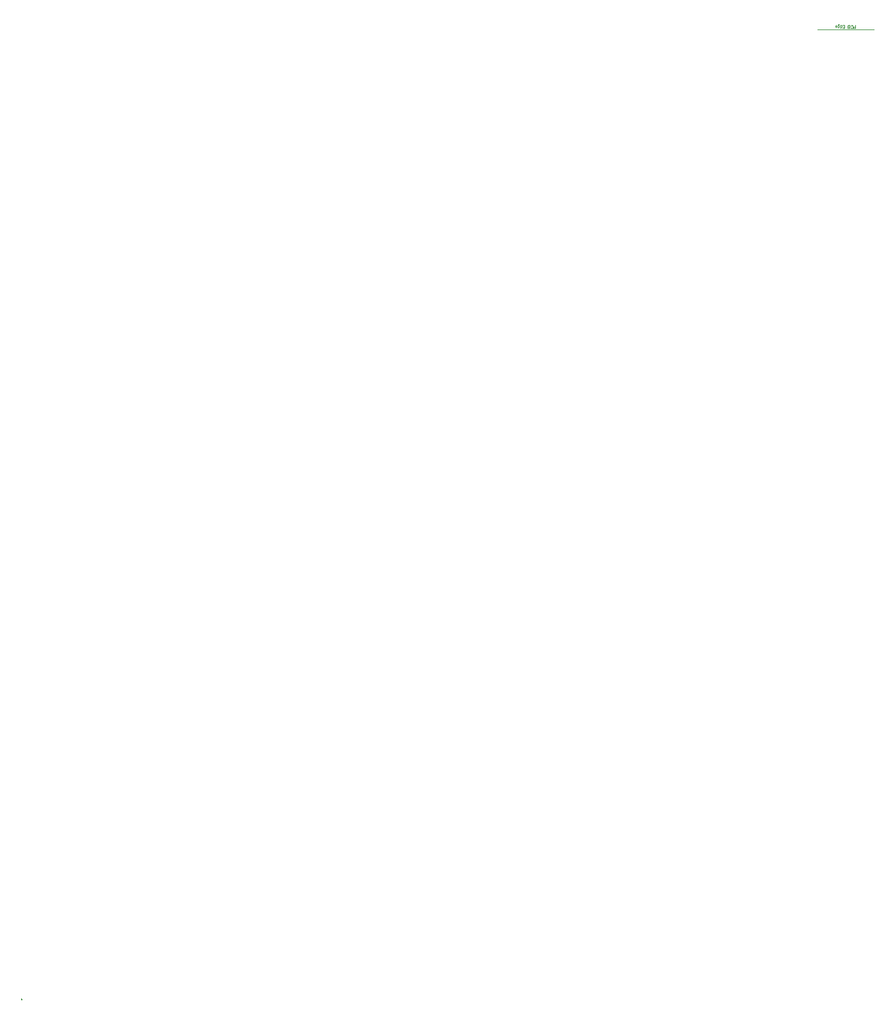
<source format=gbr>
%TF.GenerationSoftware,Altium Limited,Altium Designer,22.10.1 (41)*%
G04 Layer_Color=8388736*
%FSLAX25Y25*%
%MOIN*%
%TF.SameCoordinates,BEAA4B2D-68BC-4382-99D5-5DCEA874A810*%
%TF.FilePolarity,Positive*%
%TF.FileFunction,Other,Mechanical_2*%
%TF.Part,Single*%
G01*
G75*
%TA.AperFunction,NonConductor*%
%ADD93C,0.00394*%
%ADD118C,0.00050*%
%ADD119C,0.00001*%
%ADD120C,0.00001*%
%TA.AperFunction,SMDPad,CuDef*%
%ADD121C,0.00001*%
%ADD122C,0.00001*%
%ADD123C,0.00001*%
%TA.AperFunction,NonConductor*%
%ADD124C,0.00003*%
%ADD125C,0.00001*%
%ADD126C,0.00200*%
G36*
X-137054Y-173500D02*
X-137053Y-173501D01*
X-137054D01*
Y-173504D01*
X-137053D01*
X-137054Y-173505D01*
X-137056Y-173506D01*
X-137057Y-173505D01*
X-137058Y-173504D01*
X-137058Y-173501D01*
X-137058D01*
X-137057Y-173500D01*
X-137056Y-173499D01*
X-137054Y-173500D01*
D02*
G37*
G36*
X-137084D02*
X-137084Y-173501D01*
X-137084D01*
Y-173504D01*
X-137084D01*
X-137084Y-173505D01*
X-137086Y-173506D01*
X-137088Y-173505D01*
X-137089Y-173504D01*
X-137089Y-173501D01*
X-137089D01*
X-137088Y-173500D01*
X-137086Y-173499D01*
X-137084Y-173500D01*
D02*
G37*
G36*
X-137318Y-173514D02*
X-137325D01*
Y-173508D01*
Y-173508D01*
X-137318D01*
Y-173514D01*
D02*
G37*
G36*
X-137331D02*
X-137338D01*
Y-173508D01*
Y-173508D01*
X-137331D01*
Y-173514D01*
D02*
G37*
G36*
X-137318Y-173519D02*
X-137318Y-173519D01*
X-137318Y-173526D01*
X-137318D01*
X-137318Y-173526D01*
X-137319Y-173526D01*
X-137320Y-173526D01*
Y-173526D01*
X-137321Y-173526D01*
X-137321Y-173526D01*
X-137321D01*
Y-173519D01*
X-137321D01*
X-137321Y-173519D01*
X-137320Y-173518D01*
X-137319Y-173518D01*
Y-173518D01*
X-137318Y-173519D01*
D02*
G37*
G36*
X-137323D02*
X-137323Y-173519D01*
X-137323Y-173526D01*
X-137323D01*
X-137323Y-173526D01*
X-137324Y-173526D01*
X-137325Y-173526D01*
Y-173526D01*
X-137326Y-173526D01*
X-137326Y-173526D01*
X-137326D01*
Y-173519D01*
X-137326D01*
X-137326Y-173519D01*
X-137325Y-173518D01*
X-137324Y-173518D01*
Y-173518D01*
X-137323Y-173519D01*
D02*
G37*
G36*
X-137328D02*
X-137328Y-173519D01*
X-137328Y-173526D01*
X-137328D01*
X-137328Y-173526D01*
X-137329Y-173526D01*
X-137330Y-173526D01*
Y-173526D01*
X-137331Y-173526D01*
X-137331Y-173526D01*
X-137331D01*
Y-173519D01*
X-137331D01*
X-137331Y-173519D01*
X-137330Y-173518D01*
X-137329Y-173518D01*
Y-173518D01*
X-137328Y-173519D01*
D02*
G37*
G36*
X-137333D02*
X-137333Y-173519D01*
X-137333Y-173526D01*
X-137333D01*
X-137333Y-173526D01*
X-137334Y-173526D01*
X-137335Y-173526D01*
Y-173526D01*
X-137336Y-173526D01*
X-137336Y-173526D01*
X-137336D01*
Y-173519D01*
X-137336D01*
X-137336Y-173519D01*
X-137335Y-173518D01*
X-137334Y-173518D01*
Y-173518D01*
X-137333Y-173519D01*
D02*
G37*
G36*
X-137293Y-173519D02*
X-137299D01*
Y-173513D01*
X-137293D01*
Y-173519D01*
D02*
G37*
G36*
X-137054Y-173514D02*
X-137053Y-173516D01*
X-137054D01*
Y-173519D01*
X-137053D01*
X-137054Y-173521D01*
X-137056Y-173522D01*
X-137058Y-173521D01*
X-137059Y-173519D01*
X-137059Y-173516D01*
X-137059D01*
X-137058Y-173514D01*
X-137056Y-173513D01*
X-137054Y-173514D01*
D02*
G37*
G36*
X-137083D02*
X-137083Y-173516D01*
X-137083D01*
Y-173519D01*
X-137083D01*
X-137083Y-173521D01*
X-137086Y-173522D01*
X-137088Y-173521D01*
X-137089Y-173519D01*
X-137089Y-173516D01*
X-137089D01*
X-137088Y-173514D01*
X-137086Y-173513D01*
X-137083Y-173514D01*
D02*
G37*
G36*
X-137075Y-173538D02*
X-137085D01*
Y-173531D01*
X-137075D01*
Y-173538D01*
D02*
G37*
G36*
X-137091D02*
X-137101D01*
Y-173531D01*
X-137091D01*
Y-173538D01*
D02*
G37*
G36*
X-137318Y-173538D02*
X-137318Y-173538D01*
X-137318Y-173545D01*
X-137318D01*
X-137318Y-173546D01*
X-137319Y-173546D01*
X-137320Y-173546D01*
Y-173546D01*
X-137321Y-173546D01*
X-137321Y-173545D01*
X-137321D01*
Y-173538D01*
X-137321D01*
X-137321Y-173538D01*
X-137320Y-173538D01*
X-137319Y-173538D01*
Y-173538D01*
X-137318Y-173538D01*
D02*
G37*
G36*
X-137323D02*
X-137323Y-173538D01*
X-137323Y-173545D01*
X-137323D01*
X-137323Y-173546D01*
X-137324Y-173546D01*
X-137325Y-173546D01*
Y-173546D01*
X-137326Y-173546D01*
X-137326Y-173545D01*
X-137326D01*
Y-173538D01*
X-137326D01*
X-137326Y-173538D01*
X-137325Y-173538D01*
X-137324Y-173538D01*
Y-173538D01*
X-137323Y-173538D01*
D02*
G37*
G36*
X-137328D02*
X-137328Y-173538D01*
X-137328Y-173545D01*
X-137328D01*
X-137328Y-173546D01*
X-137329Y-173546D01*
X-137330Y-173546D01*
Y-173546D01*
X-137331Y-173546D01*
X-137331Y-173545D01*
X-137331D01*
Y-173538D01*
X-137331D01*
X-137331Y-173538D01*
X-137330Y-173538D01*
X-137329Y-173538D01*
Y-173538D01*
X-137328Y-173538D01*
D02*
G37*
G36*
X-137333D02*
X-137333Y-173538D01*
X-137333Y-173545D01*
X-137333D01*
X-137333Y-173546D01*
X-137334Y-173546D01*
X-137335Y-173546D01*
Y-173546D01*
X-137336Y-173546D01*
X-137336Y-173545D01*
X-137336D01*
Y-173538D01*
X-137336D01*
X-137336Y-173538D01*
X-137335Y-173538D01*
X-137334Y-173538D01*
Y-173538D01*
X-137333Y-173538D01*
D02*
G37*
G36*
X-137110Y-173547D02*
X-137116D01*
Y-173542D01*
X-137110D01*
Y-173547D01*
D02*
G37*
G36*
X-137145D02*
X-137151D01*
Y-173542D01*
X-137145D01*
Y-173547D01*
D02*
G37*
G36*
X-137113Y-173557D02*
X-137116D01*
Y-173554D01*
X-137113D01*
Y-173557D01*
D02*
G37*
G36*
X-137119D02*
X-137122D01*
Y-173554D01*
X-137119D01*
Y-173557D01*
D02*
G37*
G36*
X-137126D02*
X-137129D01*
Y-173554D01*
X-137126D01*
Y-173557D01*
D02*
G37*
G36*
X-137132D02*
X-137135D01*
Y-173554D01*
X-137132D01*
Y-173557D01*
D02*
G37*
G36*
X-137076Y-173557D02*
X-137082D01*
Y-173543D01*
X-137076D01*
Y-173557D01*
D02*
G37*
G36*
X-137092D02*
X-137098D01*
Y-173543D01*
X-137092D01*
Y-173557D01*
D02*
G37*
G36*
X-137140Y-173557D02*
X-137142D01*
Y-173554D01*
X-137140D01*
Y-173557D01*
D02*
G37*
G36*
X-137146D02*
X-137148D01*
Y-173554D01*
X-137146D01*
Y-173557D01*
D02*
G37*
G36*
X-137318Y-173559D02*
X-137325D01*
Y-173554D01*
Y-173554D01*
X-137318D01*
Y-173559D01*
D02*
G37*
G36*
X-137331D02*
X-137338D01*
Y-173554D01*
Y-173554D01*
X-137331D01*
Y-173559D01*
D02*
G37*
G36*
X-137104Y-173561D02*
Y-173566D01*
X-137111D01*
Y-173561D01*
X-137104D01*
Y-173561D01*
D02*
G37*
G36*
X-137117Y-173566D02*
X-137124D01*
Y-173561D01*
X-137117D01*
Y-173566D01*
D02*
G37*
G36*
X-137076Y-173566D02*
X-137083D01*
Y-173561D01*
X-137076D01*
Y-173566D01*
D02*
G37*
G36*
X-137089D02*
X-137096D01*
Y-173561D01*
D01*
Y-173561D01*
X-137089D01*
Y-173566D01*
D02*
G37*
G36*
X-137135Y-173573D02*
X-137141D01*
Y-173566D01*
X-137135D01*
Y-173573D01*
D02*
G37*
G36*
X-137124Y-173575D02*
X-137133D01*
Y-173571D01*
X-137124D01*
Y-173575D01*
D02*
G37*
G36*
X-137145Y-173578D02*
X-137148D01*
Y-173575D01*
X-137145D01*
Y-173578D01*
D02*
G37*
G36*
X-137124Y-173584D02*
X-137133D01*
Y-173580D01*
X-137124D01*
Y-173584D01*
D02*
G37*
G36*
X-137145Y-173584D02*
X-137148D01*
Y-173581D01*
X-137145D01*
Y-173584D01*
D02*
G37*
G36*
X-137135Y-173586D02*
X-137141D01*
Y-173579D01*
X-137135D01*
Y-173586D01*
D02*
G37*
G36*
X-137101Y-173588D02*
X-137109D01*
Y-173576D01*
X-137101D01*
Y-173588D01*
D02*
G37*
G36*
X-137056Y-173589D02*
X-137064D01*
Y-173581D01*
X-137056D01*
Y-173589D01*
D02*
G37*
G36*
X-137081D02*
X-137088D01*
Y-173581D01*
X-137081D01*
Y-173589D01*
D02*
G37*
G36*
X-137124Y-173593D02*
X-137133D01*
Y-173589D01*
X-137124D01*
Y-173593D01*
D02*
G37*
G36*
Y-173604D02*
X-137133D01*
Y-173600D01*
X-137124D01*
Y-173604D01*
D02*
G37*
G36*
X-137191Y-173608D02*
X-137197D01*
Y-173602D01*
X-137191D01*
Y-173608D01*
D02*
G37*
G36*
X-137135Y-173612D02*
X-137141D01*
Y-173605D01*
X-137135D01*
Y-173612D01*
D02*
G37*
G36*
X-137124Y-173613D02*
X-137133D01*
Y-173609D01*
X-137124D01*
Y-173613D01*
D02*
G37*
G36*
X-137101Y-173617D02*
X-137109D01*
Y-173605D01*
X-137101D01*
Y-173617D01*
D02*
G37*
G36*
X-137144Y-173619D02*
X-137147D01*
Y-173616D01*
X-137144D01*
Y-173619D01*
D02*
G37*
G36*
X-137124Y-173622D02*
X-137133D01*
Y-173618D01*
X-137124D01*
Y-173622D01*
D02*
G37*
G36*
X-137144Y-173625D02*
X-137147D01*
Y-173622D01*
X-137144D01*
Y-173625D01*
D02*
G37*
G36*
X-137135Y-173625D02*
X-137141D01*
Y-173618D01*
X-137135D01*
Y-173625D01*
D02*
G37*
G36*
X-137221Y-173631D02*
X-137227D01*
Y-173626D01*
X-137221D01*
Y-173631D01*
D02*
G37*
G36*
X-137056Y-173632D02*
X-137064D01*
Y-173624D01*
X-137056D01*
Y-173632D01*
D02*
G37*
G36*
X-137081D02*
X-137088D01*
Y-173624D01*
X-137081D01*
Y-173632D01*
D02*
G37*
G36*
X-137121Y-173635D02*
X-137127D01*
Y-173629D01*
X-137121D01*
Y-173635D01*
D02*
G37*
G36*
X-137341Y-173654D02*
X-137347D01*
Y-173648D01*
X-137341D01*
Y-173654D01*
D02*
G37*
G36*
X-137119Y-173657D02*
X-137125D01*
Y-173651D01*
X-137119D01*
Y-173657D01*
D02*
G37*
G36*
X-137221D02*
X-137227D01*
Y-173651D01*
X-137221D01*
Y-173657D01*
D02*
G37*
G36*
X-137069Y-173719D02*
X-137075D01*
Y-173713D01*
X-137069D01*
Y-173719D01*
D02*
G37*
G36*
X-137341Y-173748D02*
X-137347D01*
Y-173742D01*
X-137341D01*
Y-173748D01*
D02*
G37*
G36*
X-137184Y-173809D02*
X-137190D01*
Y-173803D01*
X-137184D01*
Y-173809D01*
D02*
G37*
G36*
X-137286D02*
X-137292D01*
Y-173803D01*
X-137286D01*
Y-173809D01*
D02*
G37*
G36*
X-137069Y-173813D02*
X-137075D01*
Y-173808D01*
X-137069D01*
Y-173813D01*
D02*
G37*
D93*
X276933Y330630D02*
X306067D01*
D118*
X-137079Y-173513D02*
G03*
X-137079Y-173513I-2J0D01*
G01*
X-137060D02*
G03*
X-137060Y-173513I-2J0D01*
G01*
X-137191Y-173632D02*
G03*
X-137191Y-173632I-3J0D01*
G01*
X-137181D02*
G03*
X-137181Y-173632I-3J0D01*
G01*
X-137142D02*
G03*
X-137142Y-173632I-3J0D01*
G01*
X-137132D02*
G03*
X-137132Y-173632I-3J0D01*
G01*
X-137152D02*
G03*
X-137152Y-173632I-3J0D01*
G01*
X-137162D02*
G03*
X-137162Y-173632I-3J0D01*
G01*
X-137171D02*
G03*
X-137171Y-173632I-3J0D01*
G01*
X-137069Y-173791D02*
G03*
X-137069Y-173791I-3J0D01*
G01*
Y-173781D02*
G03*
X-137069Y-173781I-3J0D01*
G01*
Y-173801D02*
G03*
X-137069Y-173801I-3J0D01*
G01*
Y-173771D02*
G03*
X-137069Y-173771I-3J0D01*
G01*
Y-173761D02*
G03*
X-137069Y-173761I-3J0D01*
G01*
Y-173751D02*
G03*
X-137069Y-173751I-3J0D01*
G01*
Y-173742D02*
G03*
X-137069Y-173742I-3J0D01*
G01*
X-137069Y-173647D02*
G03*
X-137069Y-173647I-3J0D01*
G01*
Y-173657D02*
G03*
X-137069Y-173657I-3J0D01*
G01*
Y-173667D02*
G03*
X-137069Y-173667I-3J0D01*
G01*
Y-173677D02*
G03*
X-137069Y-173677I-3J0D01*
G01*
Y-173706D02*
G03*
X-137069Y-173706I-3J0D01*
G01*
Y-173687D02*
G03*
X-137069Y-173687I-3J0D01*
G01*
Y-173696D02*
G03*
X-137069Y-173696I-3J0D01*
G01*
X-137290Y-173628D02*
G03*
X-137290Y-173628I-3J0D01*
G01*
X-137280D02*
G03*
X-137280Y-173628I-3J0D01*
G01*
X-137270D02*
G03*
X-137270Y-173628I-3J0D01*
G01*
X-137260D02*
G03*
X-137260Y-173628I-3J0D01*
G01*
X-137231D02*
G03*
X-137231Y-173628I-3J0D01*
G01*
X-137250D02*
G03*
X-137250Y-173628I-3J0D01*
G01*
X-137240D02*
G03*
X-137240Y-173628I-3J0D01*
G01*
X-137115Y-173806D02*
G03*
X-137115Y-173806I-3J0D01*
G01*
X-137125D02*
G03*
X-137125Y-173806I-3J0D01*
G01*
X-137135D02*
G03*
X-137135Y-173806I-3J0D01*
G01*
X-137145D02*
G03*
X-137145Y-173806I-3J0D01*
G01*
X-137174D02*
G03*
X-137174Y-173806I-3J0D01*
G01*
X-137155D02*
G03*
X-137155Y-173806I-3J0D01*
G01*
X-137165D02*
G03*
X-137165Y-173806I-3J0D01*
G01*
X-137139Y-173654D02*
G03*
X-137139Y-173654I-3J0D01*
G01*
X-137149D02*
G03*
X-137149Y-173654I-3J0D01*
G01*
X-137129D02*
G03*
X-137129Y-173654I-3J0D01*
G01*
X-137158D02*
G03*
X-137158Y-173654I-3J0D01*
G01*
X-137168D02*
G03*
X-137168Y-173654I-3J0D01*
G01*
X-137178D02*
G03*
X-137178Y-173654I-3J0D01*
G01*
X-137188D02*
G03*
X-137188Y-173654I-3J0D01*
G01*
X-137290D02*
G03*
X-137290Y-173654I-3J0D01*
G01*
X-137280D02*
G03*
X-137280Y-173654I-3J0D01*
G01*
X-137270D02*
G03*
X-137270Y-173654I-3J0D01*
G01*
X-137260D02*
G03*
X-137260Y-173654I-3J0D01*
G01*
X-137231D02*
G03*
X-137231Y-173654I-3J0D01*
G01*
X-137250D02*
G03*
X-137250Y-173654I-3J0D01*
G01*
X-137241D02*
G03*
X-137241Y-173654I-3J0D01*
G01*
X-137341Y-173814D02*
G03*
X-137341Y-173814I-3J0D01*
G01*
Y-173804D02*
G03*
X-137341Y-173804I-3J0D01*
G01*
Y-173794D02*
G03*
X-137341Y-173794I-3J0D01*
G01*
Y-173785D02*
G03*
X-137341Y-173785I-3J0D01*
G01*
Y-173755D02*
G03*
X-137341Y-173755I-3J0D01*
G01*
Y-173775D02*
G03*
X-137341Y-173775I-3J0D01*
G01*
Y-173765D02*
G03*
X-137341Y-173765I-3J0D01*
G01*
Y-173671D02*
G03*
X-137341Y-173671I-3J0D01*
G01*
Y-173680D02*
G03*
X-137341Y-173680I-3J0D01*
G01*
Y-173661D02*
G03*
X-137341Y-173661I-3J0D01*
G01*
Y-173690D02*
G03*
X-137341Y-173690I-3J0D01*
G01*
Y-173700D02*
G03*
X-137341Y-173700I-3J0D01*
G01*
Y-173710D02*
G03*
X-137341Y-173710I-3J0D01*
G01*
Y-173720D02*
G03*
X-137341Y-173720I-3J0D01*
G01*
X-137152Y-173605D02*
G03*
X-137152Y-173605I-3J0D01*
G01*
X-137162D02*
G03*
X-137162Y-173605I-3J0D01*
G01*
X-137181D02*
G03*
X-137181Y-173605I-3J0D01*
G01*
X-137171D02*
G03*
X-137171Y-173605I-3J0D01*
G01*
X-137057Y-173607D02*
G03*
X-137057Y-173607I-3J0D01*
G01*
X-137074D02*
G03*
X-137074Y-173607I-4J0D01*
G01*
X-137293Y-173546D02*
G03*
X-137293Y-173546I-3J0D01*
G01*
Y-173536D02*
G03*
X-137293Y-173536I-3J0D01*
G01*
Y-173526D02*
G03*
X-137293Y-173526I-3J0D01*
G01*
X-137339Y-173576D02*
G03*
X-137339Y-173576I-2J0D01*
G01*
X-137331D02*
G03*
X-137331Y-173576I-2J0D01*
G01*
X-137191Y-173526D02*
G03*
X-137191Y-173526I-1J0D01*
G01*
X-137185D02*
G03*
X-137185Y-173526I-1J0D01*
G01*
Y-173531D02*
G03*
X-137185Y-173531I-1J0D01*
G01*
X-137191D02*
G03*
X-137191Y-173531I-1J0D01*
G01*
X-137193Y-173529D02*
G03*
X-137193Y-173529I-1J0D01*
G01*
X-137188D02*
G03*
X-137188Y-173529I-1J0D01*
G01*
X-137182D02*
G03*
X-137182Y-173529I-1J0D01*
G01*
X-137185Y-173537D02*
G03*
X-137185Y-173537I-1J0D01*
G01*
X-137193Y-173534D02*
G03*
X-137193Y-173534I-1J0D01*
G01*
X-137188D02*
G03*
X-137188Y-173534I-1J0D01*
G01*
X-137182D02*
G03*
X-137182Y-173534I-1J0D01*
G01*
X-137191Y-173537D02*
G03*
X-137191Y-173537I-1J0D01*
G01*
X-137266Y-173806D02*
G03*
X-137266Y-173806I-3J0D01*
G01*
X-137257D02*
G03*
X-137257Y-173806I-3J0D01*
G01*
X-137276D02*
G03*
X-137276Y-173806I-3J0D01*
G01*
X-137247D02*
G03*
X-137247Y-173806I-3J0D01*
G01*
X-137237D02*
G03*
X-137237Y-173806I-3J0D01*
G01*
X-137227D02*
G03*
X-137227Y-173806I-3J0D01*
G01*
X-137217D02*
G03*
X-137217Y-173806I-3J0D01*
G01*
X-137113Y-173732D02*
G03*
X-137113Y-173732I-1J0D01*
G01*
X-137112Y-173711D02*
G03*
X-137112Y-173711I-1J0D01*
G01*
X-137122Y-173708D02*
G03*
X-137122Y-173708I-1J0D01*
G01*
X-137300Y-173727D02*
G03*
X-137300Y-173727I-1J0D01*
G01*
X-137295D02*
G03*
X-137295Y-173727I-1J0D01*
G01*
X-137257Y-173736D02*
G03*
X-137257Y-173736I-1J0D01*
G01*
X-137145D02*
G03*
X-137145Y-173736I-1J0D01*
G01*
X-137201D02*
G03*
X-137201Y-173736I-1J0D01*
G01*
X-137224Y-173732D02*
G03*
X-137224Y-173732I-1J0D01*
G01*
X-137095Y-173722D02*
G03*
X-137095Y-173722I-1J0D01*
G01*
X-137152D02*
G03*
X-137152Y-173722I-1J0D01*
G01*
X-137207Y-173723D02*
G03*
X-137207Y-173723I-1J0D01*
G01*
X-137263D02*
G03*
X-137263Y-173723I-1J0D01*
G01*
X-137239Y-173727D02*
G03*
X-137239Y-173727I-1J0D01*
G01*
X-137169Y-173732D02*
G03*
X-137169Y-173732I-1J0D01*
G01*
X-137127Y-173727D02*
G03*
X-137127Y-173727I-1J0D01*
G01*
X-137184D02*
G03*
X-137184Y-173727I-1J0D01*
G01*
X-137116Y-173602D02*
G03*
X-137116Y-173602I-1J0D01*
G01*
X-137279Y-173732D02*
G03*
X-137279Y-173732I-1J0D01*
G01*
X-137255Y-173544D02*
G03*
X-137255Y-173544I-1J0D01*
G01*
X-137255Y-173520D02*
G03*
X-137255Y-173520I-1J0D01*
G01*
X-137240Y-173528D02*
G03*
X-137240Y-173528I-1J0D01*
G01*
X-137217Y-173646D02*
G03*
X-137217Y-173646I-1J0D01*
G01*
X-137277Y-173566D02*
G03*
X-137277Y-173566I-1J0D01*
G01*
X-137348Y-173526D02*
G03*
X-137348Y-173526I-1J0D01*
G01*
X-137330Y-173601D02*
G03*
X-137330Y-173601I-1J0D01*
G01*
Y-173607D02*
G03*
X-137330Y-173607I-1J0D01*
G01*
X-137342Y-173559D02*
G03*
X-137342Y-173559I-1J0D01*
G01*
X-137055Y-173529D02*
G03*
X-137055Y-173529I-1J0D01*
G01*
X-137060Y-173533D02*
G03*
X-137060Y-173533I-1J0D01*
G01*
X-137189Y-173580D02*
G03*
X-137189Y-173580I-1J0D01*
G01*
X-137135Y-173517D02*
G03*
X-137135Y-173517I-1J0D01*
G01*
X-137195Y-173577D02*
G03*
X-137195Y-173577I-1J0D01*
G01*
X-137236Y-173507D02*
G03*
X-137236Y-173507I-1J0D01*
G01*
X-137163Y-173551D02*
G03*
X-137163Y-173551I-1J0D01*
G01*
X-137172D02*
G03*
X-137172Y-173551I-1J0D01*
G01*
X-137211Y-173556D02*
G03*
X-137211Y-173556I-1J0D01*
G01*
X-137222Y-173525D02*
G03*
X-137222Y-173525I-1J0D01*
G01*
X-137251Y-173520D02*
G03*
X-137251Y-173520I-1J0D01*
G01*
X-137071Y-173528D02*
G03*
X-137071Y-173528I-1J0D01*
G01*
X-137223Y-173547D02*
G03*
X-137223Y-173547I-1J0D01*
G01*
Y-173551D02*
G03*
X-137223Y-173551I-1J0D01*
G01*
Y-173542D02*
G03*
X-137223Y-173542I-1J0D01*
G01*
X-137314Y-173502D02*
G03*
X-137314Y-173502I-1J0D01*
G01*
X-137089Y-173524D02*
G03*
X-137089Y-173524I-1J0D01*
G01*
X-137055Y-173533D02*
G03*
X-137055Y-173533I-1J0D01*
G01*
X-137323Y-173536D02*
G03*
X-137323Y-173536I-1J0D01*
G01*
X-137226Y-173533D02*
G03*
X-137226Y-173533I-1J0D01*
G01*
X-137243Y-173562D02*
G03*
X-137243Y-173562I-1J0D01*
G01*
X-137263Y-173522D02*
G03*
X-137263Y-173522I-1J0D01*
G01*
X-137271Y-173555D02*
G03*
X-137271Y-173555I-1J0D01*
G01*
X-137211Y-173561D02*
G03*
X-137211Y-173561I-1J0D01*
G01*
X-137234Y-173573D02*
G03*
X-137234Y-173573I-1J0D01*
G01*
X-137209Y-173521D02*
G03*
X-137209Y-173521I-1J0D01*
G01*
X-137191Y-173510D02*
G03*
X-137191Y-173510I-1J0D01*
G01*
X-137141Y-173507D02*
G03*
X-137141Y-173507I-1J0D01*
G01*
X-137141Y-173502D02*
G03*
X-137141Y-173502I-1J0D01*
G01*
X-137119Y-173591D02*
G03*
X-137119Y-173591I-1J0D01*
G01*
X-137137Y-173616D02*
G03*
X-137137Y-173616I-1J0D01*
G01*
X-137132Y-173545D02*
G03*
X-137132Y-173545I-1J0D01*
G01*
X-137153Y-173570D02*
G03*
X-137153Y-173570I-1J0D01*
G01*
Y-173580D02*
G03*
X-137153Y-173580I-1J0D01*
G01*
X-137212Y-173504D02*
G03*
X-137212Y-173504I-1J0D01*
G01*
X-137277Y-173513D02*
G03*
X-137277Y-173513I-1J0D01*
G01*
X-137263D02*
G03*
X-137263Y-173513I-1J0D01*
G01*
X-137338Y-173533D02*
G03*
X-137338Y-173533I-1J0D01*
G01*
X-137351Y-173508D02*
G03*
X-137351Y-173508I-1J0D01*
G01*
Y-173520D02*
G03*
X-137351Y-173520I-1J0D01*
G01*
Y-173517D02*
G03*
X-137351Y-173517I-1J0D01*
G01*
Y-173514D02*
G03*
X-137351Y-173514I-1J0D01*
G01*
Y-173511D02*
G03*
X-137351Y-173511I-1J0D01*
G01*
Y-173504D02*
G03*
X-137351Y-173504I-1J0D01*
G01*
Y-173501D02*
G03*
X-137351Y-173501I-1J0D01*
G01*
Y-173498D02*
G03*
X-137351Y-173498I-1J0D01*
G01*
X-137351Y-173533D02*
G03*
X-137351Y-173533I-1J0D01*
G01*
Y-173545D02*
G03*
X-137351Y-173545I-1J0D01*
G01*
Y-173542D02*
G03*
X-137351Y-173542I-1J0D01*
G01*
Y-173539D02*
G03*
X-137351Y-173539I-1J0D01*
G01*
Y-173536D02*
G03*
X-137351Y-173536I-1J0D01*
G01*
Y-173530D02*
G03*
X-137351Y-173530I-1J0D01*
G01*
Y-173527D02*
G03*
X-137351Y-173527I-1J0D01*
G01*
Y-173523D02*
G03*
X-137351Y-173523I-1J0D01*
G01*
Y-173558D02*
G03*
X-137351Y-173558I-1J0D01*
G01*
Y-173570D02*
G03*
X-137351Y-173570I-1J0D01*
G01*
Y-173567D02*
G03*
X-137351Y-173567I-1J0D01*
G01*
Y-173564D02*
G03*
X-137351Y-173564I-1J0D01*
G01*
Y-173561D02*
G03*
X-137351Y-173561I-1J0D01*
G01*
Y-173555D02*
G03*
X-137351Y-173555I-1J0D01*
G01*
Y-173551D02*
G03*
X-137351Y-173551I-1J0D01*
G01*
Y-173548D02*
G03*
X-137351Y-173548I-1J0D01*
G01*
Y-173583D02*
G03*
X-137351Y-173583I-1J0D01*
G01*
Y-173589D02*
G03*
X-137351Y-173589I-1J0D01*
G01*
Y-173586D02*
G03*
X-137351Y-173586I-1J0D01*
G01*
Y-173580D02*
G03*
X-137351Y-173580I-1J0D01*
G01*
Y-173576D02*
G03*
X-137351Y-173576I-1J0D01*
G01*
Y-173573D02*
G03*
X-137351Y-173573I-1J0D01*
G01*
X-137305Y-173586D02*
G03*
X-137305Y-173586I-1J0D01*
G01*
Y-173583D02*
G03*
X-137305Y-173583I-1J0D01*
G01*
X-137325Y-173589D02*
G03*
X-137325Y-173589I-1J0D01*
G01*
X-137348D02*
G03*
X-137348Y-173589I-1J0D01*
G01*
X-137341D02*
G03*
X-137341Y-173589I-1J0D01*
G01*
X-137338D02*
G03*
X-137338Y-173589I-1J0D01*
G01*
X-137345D02*
G03*
X-137345Y-173589I-1J0D01*
G01*
X-137322D02*
G03*
X-137322Y-173589I-1J0D01*
G01*
X-137304Y-173554D02*
G03*
X-137304Y-173554I-1J0D01*
G01*
Y-173557D02*
G03*
X-137304Y-173557I-1J0D01*
G01*
Y-173564D02*
G03*
X-137304Y-173564I-1J0D01*
G01*
Y-173561D02*
G03*
X-137304Y-173561I-1J0D01*
G01*
X-137304Y-173536D02*
G03*
X-137304Y-173536I-1J0D01*
G01*
Y-173526D02*
G03*
X-137304Y-173526I-1J0D01*
G01*
Y-173529D02*
G03*
X-137304Y-173529I-1J0D01*
G01*
Y-173532D02*
G03*
X-137304Y-173532I-1J0D01*
G01*
Y-173539D02*
G03*
X-137304Y-173539I-1J0D01*
G01*
Y-173542D02*
G03*
X-137304Y-173542I-1J0D01*
G01*
Y-173545D02*
G03*
X-137304Y-173545I-1J0D01*
G01*
X-137304Y-173548D02*
G03*
X-137304Y-173548I-1J0D01*
G01*
Y-173551D02*
G03*
X-137304Y-173551I-1J0D01*
G01*
X-137304Y-173501D02*
G03*
X-137304Y-173501I-1J0D01*
G01*
Y-173517D02*
G03*
X-137304Y-173517I-1J0D01*
G01*
Y-173520D02*
G03*
X-137304Y-173520I-1J0D01*
G01*
Y-173523D02*
G03*
X-137304Y-173523I-1J0D01*
G01*
Y-173504D02*
G03*
X-137304Y-173504I-1J0D01*
G01*
Y-173514D02*
G03*
X-137304Y-173514I-1J0D01*
G01*
Y-173511D02*
G03*
X-137304Y-173511I-1J0D01*
G01*
Y-173507D02*
G03*
X-137304Y-173507I-1J0D01*
G01*
X-137313Y-173589D02*
G03*
X-137313Y-173589I-1J0D01*
G01*
X-137305D02*
G03*
X-137305Y-173589I-1J0D01*
G01*
X-137309D02*
G03*
X-137309Y-173589I-1J0D01*
G01*
X-137304Y-173498D02*
G03*
X-137304Y-173498I-1J0D01*
G01*
X-137319Y-173579D02*
X-137312D01*
X-137326Y-173586D02*
X-137319Y-173579D01*
X-137326Y-173586D02*
X-137326Y-173587D01*
X-137325Y-173587D01*
X-137325Y-173587D01*
X-137325Y-173587D01*
X-137324Y-173587D01*
Y-173589D02*
Y-173587D01*
Y-173589D02*
X-137323D01*
Y-173587D01*
X-137322Y-173587D01*
X-137322Y-173588D01*
X-137321Y-173589D01*
Y-173589D02*
Y-173589D01*
Y-173589D02*
X-137321Y-173590D01*
X-137317Y-173586D01*
Y-173586D01*
X-137317Y-173585D01*
X-137317Y-173585D01*
X-137312Y-173580D01*
X-137312Y-173579D02*
X-137312Y-173580D01*
X-137306Y-173637D02*
X-137306Y-173637D01*
X-137307Y-173637D02*
X-137306Y-173637D01*
X-137308Y-173636D02*
X-137307Y-173637D01*
X-137308Y-173635D02*
X-137308Y-173636D01*
X-137309Y-173634D02*
X-137308Y-173635D01*
X-137309Y-173634D02*
X-137306D01*
Y-173637D02*
Y-173634D01*
X-137302Y-173636D02*
X-137302Y-173635D01*
X-137303Y-173637D02*
X-137302Y-173636D01*
X-137304Y-173637D02*
X-137303Y-173637D01*
X-137305Y-173637D02*
X-137304Y-173637D01*
X-137305Y-173637D02*
Y-173634D01*
X-137302D01*
X-137302Y-173635D02*
X-137302Y-173634D01*
X-137271Y-173637D02*
X-137270Y-173637D01*
X-137272Y-173637D02*
X-137271Y-173637D01*
X-137273Y-173636D02*
X-137272Y-173637D01*
X-137273Y-173635D02*
X-137273Y-173636D01*
X-137273Y-173634D02*
X-137273Y-173635D01*
X-137273Y-173634D02*
X-137270D01*
Y-173637D02*
Y-173634D01*
X-137267Y-173636D02*
X-137266Y-173635D01*
X-137267Y-173637D02*
X-137267Y-173636D01*
X-137268Y-173637D02*
X-137267Y-173637D01*
X-137269Y-173637D02*
X-137268Y-173637D01*
X-137269Y-173637D02*
Y-173634D01*
X-137266D01*
X-137266Y-173635D02*
X-137266Y-173634D01*
X-137259Y-173637D02*
X-137258Y-173637D01*
X-137260Y-173637D02*
X-137259Y-173637D01*
X-137261Y-173636D02*
X-137260Y-173637D01*
X-137261Y-173635D02*
X-137261Y-173636D01*
X-137261Y-173634D02*
X-137261Y-173635D01*
X-137261Y-173634D02*
X-137258D01*
Y-173637D02*
Y-173634D01*
X-137255Y-173636D02*
X-137255Y-173635D01*
X-137256Y-173637D02*
X-137255Y-173636D01*
X-137257Y-173637D02*
X-137256Y-173637D01*
X-137257Y-173637D02*
X-137257Y-173637D01*
X-137257Y-173637D02*
Y-173634D01*
X-137254D01*
X-137255Y-173635D02*
X-137254Y-173634D01*
X-137309Y-173633D02*
X-137306D01*
X-137309D02*
X-137308Y-173633D01*
X-137308Y-173632D01*
X-137307Y-173631D01*
X-137306Y-173631D01*
X-137306Y-173630D01*
Y-173633D02*
Y-173630D01*
X-137304Y-173631D02*
X-137303Y-173631D01*
X-137302Y-173632D01*
X-137302Y-173633D01*
X-137302Y-173633D01*
X-137305D02*
X-137302D01*
X-137305D02*
Y-173630D01*
X-137304Y-173631D01*
X-137271Y-173625D02*
X-137271Y-173626D01*
X-137270Y-173626D01*
X-137269Y-173627D01*
X-137269Y-173628D01*
Y-173629D02*
Y-173628D01*
X-137269Y-173630D02*
X-137269Y-173629D01*
X-137269Y-173630D02*
X-137269Y-173630D01*
X-137269Y-173630D01*
X-137268Y-173631D01*
X-137267Y-173631D01*
X-137267Y-173632D01*
X-137266Y-173633D01*
X-137266Y-173633D01*
X-137273D02*
X-137266D01*
X-137273D02*
X-137273Y-173633D01*
X-137273Y-173632D02*
X-137273Y-173633D01*
X-137273Y-173632D02*
X-137273D01*
X-137274Y-173632D02*
X-137273Y-173632D01*
X-137275Y-173632D02*
X-137274Y-173632D01*
X-137276Y-173631D02*
X-137275Y-173632D01*
X-137276Y-173630D02*
X-137276Y-173631D01*
X-137277Y-173629D02*
X-137276Y-173630D01*
X-137277Y-173629D02*
Y-173628D01*
X-137276Y-173627D01*
X-137276Y-173626D01*
X-137275Y-173626D01*
X-137274Y-173625D01*
X-137273Y-173625D01*
X-137272D01*
X-137271Y-173625D01*
X-137262D02*
X-137261Y-173626D01*
X-137260Y-173626D01*
X-137260Y-173627D01*
X-137259Y-173628D01*
Y-173629D02*
Y-173628D01*
X-137260Y-173630D02*
X-137259Y-173629D01*
X-137260Y-173630D02*
X-137260Y-173630D01*
X-137260Y-173630D02*
X-137259Y-173631D01*
X-137259Y-173631D01*
X-137258Y-173630D01*
Y-173633D02*
Y-173630D01*
X-137261Y-173633D02*
X-137258D01*
X-137261D02*
X-137261Y-173633D01*
X-137261Y-173632D01*
X-137261Y-173632D02*
X-137261Y-173632D01*
X-137262Y-173632D02*
X-137261Y-173632D01*
X-137263Y-173632D02*
X-137262Y-173632D01*
X-137264Y-173632D02*
X-137263D01*
X-137265Y-173632D02*
X-137264Y-173632D01*
X-137265Y-173632D02*
X-137265Y-173632D01*
X-137266Y-173631D02*
X-137265Y-173632D01*
X-137267Y-173630D02*
X-137266Y-173631D01*
X-137267Y-173629D02*
X-137267Y-173630D01*
X-137267Y-173629D02*
Y-173628D01*
X-137267Y-173627D01*
X-137266Y-173626D01*
X-137265Y-173626D01*
X-137265Y-173625D01*
X-137264Y-173625D01*
X-137263D01*
X-137262Y-173625D01*
X-137291D02*
X-137290Y-173626D01*
X-137290Y-173626D01*
X-137289Y-173627D01*
X-137289Y-173628D01*
Y-173629D02*
Y-173628D01*
X-137289Y-173630D02*
X-137289Y-173629D01*
X-137290Y-173631D02*
X-137289Y-173630D01*
X-137290Y-173632D02*
X-137290Y-173631D01*
X-137291Y-173632D02*
X-137290Y-173632D01*
X-137292Y-173632D02*
X-137291Y-173632D01*
X-137293Y-173632D02*
X-137292D01*
X-137294Y-173632D02*
X-137293Y-173632D01*
X-137295Y-173632D02*
X-137294Y-173632D01*
X-137296Y-173631D02*
X-137295Y-173632D01*
X-137296Y-173630D02*
X-137296Y-173631D01*
X-137296Y-173629D02*
X-137296Y-173630D01*
X-137296Y-173629D02*
Y-173628D01*
X-137296Y-173627D01*
X-137296Y-173626D01*
X-137295Y-173626D01*
X-137294Y-173625D01*
X-137293Y-173625D01*
X-137292D01*
X-137291Y-173625D01*
X-137281D02*
X-137280Y-173626D01*
X-137280Y-173626D01*
X-137279Y-173627D01*
X-137279Y-173628D01*
Y-173629D02*
Y-173628D01*
X-137279Y-173630D02*
X-137279Y-173629D01*
X-137280Y-173631D02*
X-137279Y-173630D01*
X-137280Y-173632D02*
X-137280Y-173631D01*
X-137281Y-173632D02*
X-137280Y-173632D01*
X-137282Y-173632D02*
X-137281Y-173632D01*
X-137283Y-173632D02*
X-137282D01*
X-137284Y-173632D02*
X-137283Y-173632D01*
X-137285Y-173632D02*
X-137284Y-173632D01*
X-137286Y-173631D02*
X-137285Y-173632D01*
X-137286Y-173630D02*
X-137286Y-173631D01*
X-137286Y-173629D02*
X-137286Y-173630D01*
X-137286Y-173629D02*
Y-173628D01*
X-137286Y-173627D01*
X-137286Y-173626D01*
X-137285Y-173626D01*
X-137284Y-173625D01*
X-137283Y-173625D01*
X-137282D01*
X-137281Y-173625D01*
X-137242D02*
X-137241Y-173626D01*
X-137240Y-173626D01*
X-137240Y-173627D01*
X-137240Y-173628D01*
Y-173629D02*
Y-173628D01*
X-137240Y-173630D02*
X-137240Y-173629D01*
X-137240Y-173631D02*
X-137240Y-173630D01*
X-137241Y-173632D02*
X-137240Y-173631D01*
X-137242Y-173632D02*
X-137241Y-173632D01*
X-137243Y-173632D02*
X-137242Y-173632D01*
X-137244Y-173632D02*
X-137243D01*
X-137245Y-173632D02*
X-137244Y-173632D01*
X-137246Y-173632D02*
X-137245Y-173632D01*
X-137246Y-173631D02*
X-137246Y-173632D01*
X-137247Y-173630D02*
X-137246Y-173631D01*
X-137247Y-173629D02*
X-137247Y-173630D01*
X-137247Y-173629D02*
Y-173628D01*
X-137247Y-173627D01*
X-137246Y-173626D01*
X-137246Y-173626D01*
X-137245Y-173625D01*
X-137244Y-173625D01*
X-137243D01*
X-137242Y-173625D01*
X-137232D02*
X-137231Y-173626D01*
X-137231Y-173626D01*
X-137230Y-173627D01*
X-137230Y-173628D01*
Y-173629D02*
Y-173628D01*
X-137230Y-173630D02*
X-137230Y-173629D01*
X-137231Y-173631D02*
X-137230Y-173630D01*
X-137231Y-173632D02*
X-137231Y-173631D01*
X-137232Y-173632D02*
X-137231Y-173632D01*
X-137233Y-173632D02*
X-137232Y-173632D01*
X-137234Y-173632D02*
X-137233D01*
X-137235Y-173632D02*
X-137234Y-173632D01*
X-137236Y-173632D02*
X-137235Y-173632D01*
X-137237Y-173631D02*
X-137236Y-173632D01*
X-137237Y-173630D02*
X-137237Y-173631D01*
X-137237Y-173629D02*
X-137237Y-173630D01*
X-137237Y-173629D02*
Y-173628D01*
X-137237Y-173627D01*
X-137237Y-173626D01*
X-137236Y-173626D01*
X-137235Y-173625D01*
X-137234Y-173625D01*
X-137233D01*
X-137232Y-173625D01*
X-137227Y-173632D02*
X-137220D01*
X-137227D02*
Y-173625D01*
X-137220D01*
Y-173632D02*
Y-173625D01*
X-137252Y-173625D02*
X-137251Y-173626D01*
X-137250Y-173626D01*
X-137250Y-173627D01*
X-137250Y-173628D01*
Y-173629D02*
Y-173628D01*
X-137250Y-173630D02*
X-137250Y-173629D01*
X-137250Y-173631D02*
X-137250Y-173630D01*
X-137251Y-173632D02*
X-137250Y-173631D01*
X-137252Y-173632D02*
X-137251Y-173632D01*
X-137253Y-173632D02*
X-137252Y-173632D01*
X-137254Y-173632D02*
X-137253D01*
X-137254Y-173632D02*
X-137254Y-173632D01*
X-137255Y-173633D02*
X-137254Y-173632D01*
X-137255Y-173633D02*
X-137254Y-173633D01*
X-137257D02*
X-137254D01*
X-137257D02*
Y-173630D01*
X-137257Y-173630D01*
X-137257Y-173630D01*
X-137257Y-173630D02*
X-137257Y-173630D01*
X-137257Y-173629D02*
X-137257Y-173630D01*
X-137257Y-173629D02*
Y-173628D01*
X-137257Y-173627D01*
X-137256Y-173626D01*
X-137256Y-173626D01*
X-137255Y-173625D01*
X-137254Y-173625D01*
X-137253D01*
X-137252Y-173625D01*
X-137312Y-173625D02*
X-137311Y-173626D01*
X-137313Y-173625D02*
X-137312Y-173625D01*
X-137314Y-173624D02*
X-137313Y-173625D01*
X-137314Y-173623D02*
X-137314Y-173624D01*
X-137314Y-173623D02*
X-137314Y-173623D01*
X-137314Y-173623D02*
X-137311D01*
Y-173626D02*
Y-173623D01*
X-137308Y-173624D02*
X-137308Y-173623D01*
X-137309Y-173625D02*
X-137308Y-173624D01*
X-137310Y-173625D02*
X-137309Y-173625D01*
X-137311Y-173626D02*
X-137310Y-173625D01*
X-137311Y-173626D02*
Y-173623D01*
X-137308D01*
X-137308Y-173623D02*
X-137308Y-173623D01*
X-137314Y-173622D02*
X-137311D01*
X-137314D02*
X-137314Y-173621D01*
X-137314Y-173620D01*
X-137313Y-173619D01*
X-137312Y-173619D01*
X-137311Y-173619D01*
Y-173622D02*
Y-173619D01*
X-137310Y-173619D02*
X-137309Y-173619D01*
X-137308Y-173620D01*
X-137308Y-173621D01*
X-137308Y-173622D01*
X-137311D02*
X-137308D01*
X-137311D02*
Y-173619D01*
X-137310Y-173619D01*
X-137247Y-173614D02*
X-137247Y-173614D01*
X-137248Y-173613D02*
X-137247Y-173614D01*
X-137249Y-173612D02*
X-137248Y-173613D01*
X-137249Y-173612D02*
X-137249Y-173612D01*
X-137250Y-173611D02*
X-137249Y-173612D01*
X-137250Y-173611D02*
X-137247D01*
Y-173614D02*
Y-173611D01*
X-137243Y-173612D02*
X-137243Y-173612D01*
X-137244Y-173613D02*
X-137243Y-173612D01*
X-137245Y-173614D02*
X-137244Y-173613D01*
X-137246Y-173614D02*
X-137245Y-173614D01*
X-137246Y-173614D02*
Y-173611D01*
X-137243D01*
X-137243Y-173612D02*
X-137243Y-173611D01*
X-137250Y-173610D02*
X-137247D01*
X-137250D02*
X-137249Y-173609D01*
X-137249Y-173608D01*
X-137248Y-173607D01*
X-137247Y-173607D01*
X-137247Y-173607D01*
Y-173610D02*
Y-173607D01*
X-137245Y-173607D02*
X-137244Y-173607D01*
X-137243Y-173608D01*
X-137243Y-173609D01*
X-137243Y-173610D01*
X-137246D02*
X-137243D01*
X-137246D02*
Y-173607D01*
X-137245Y-173607D01*
X-137305Y-173591D02*
X-137304Y-173590D01*
X-137305Y-173591D02*
X-137305Y-173591D01*
X-137305Y-173591D02*
Y-173590D01*
X-137304D01*
X-137304Y-173590D02*
X-137304Y-173590D01*
X-137292Y-173538D02*
X-137292Y-173537D01*
X-137293Y-173539D02*
X-137292Y-173538D01*
X-137294Y-173539D02*
X-137293Y-173539D01*
X-137295Y-173540D02*
X-137294Y-173539D01*
X-137296Y-173540D02*
X-137295Y-173540D01*
X-137296Y-173540D02*
X-137296D01*
X-137296D02*
Y-173537D01*
X-137292D01*
Y-173537D02*
Y-173537D01*
X-137295Y-173532D02*
X-137294Y-173533D01*
X-137293Y-173534D01*
X-137292Y-173535D01*
X-137292Y-173536D01*
Y-173536D02*
Y-173536D01*
X-137296Y-173536D02*
X-137292D01*
X-137296D02*
Y-173532D01*
X-137296D01*
X-137295Y-173532D01*
X-137300Y-173528D02*
X-137300Y-173528D01*
X-137300Y-173534D02*
Y-173528D01*
Y-173534D02*
X-137300Y-173534D01*
X-137300Y-173534D01*
X-137299Y-173533D01*
X-137298Y-173532D01*
X-137297Y-173532D01*
X-137297D01*
Y-173536D02*
Y-173532D01*
Y-173540D02*
Y-173536D01*
X-137297Y-173540D02*
X-137297D01*
X-137298Y-173540D02*
X-137297Y-173540D01*
X-137299Y-173539D02*
X-137298Y-173540D01*
X-137300Y-173539D02*
X-137299Y-173539D01*
X-137300Y-173538D02*
X-137300Y-173539D01*
X-137300Y-173538D02*
X-137300Y-173538D01*
X-137300Y-173540D02*
Y-173538D01*
Y-173540D02*
X-137298Y-173542D01*
X-137297Y-173542D01*
X-137296D01*
X-137295Y-173542D01*
X-137294Y-173543D01*
X-137293Y-173544D01*
X-137293Y-173545D01*
X-137292Y-173546D01*
Y-173547D02*
Y-173546D01*
X-137293Y-173548D02*
X-137292Y-173547D01*
X-137293Y-173549D02*
X-137293Y-173548D01*
X-137294Y-173549D02*
X-137293Y-173549D01*
X-137295Y-173550D02*
X-137294Y-173549D01*
X-137295Y-173550D02*
X-137295Y-173550D01*
X-137295Y-173572D02*
Y-173550D01*
X-137296Y-173573D02*
X-137295Y-173572D01*
X-137296Y-173574D02*
X-137296Y-173573D01*
X-137303Y-173581D02*
X-137296Y-173574D01*
X-137303Y-173581D02*
X-137303Y-173581D01*
X-137304Y-173581D02*
X-137303Y-173581D01*
X-137304Y-173581D02*
X-137304D01*
X-137304Y-173581D02*
X-137304Y-173581D01*
X-137304Y-173581D02*
X-137304Y-173582D01*
X-137304Y-173582D01*
X-137306D02*
X-137304D01*
X-137306Y-173583D02*
Y-173582D01*
Y-173583D02*
X-137304D01*
X-137304Y-173584D02*
X-137304Y-173583D01*
X-137304Y-173584D02*
X-137304Y-173584D01*
X-137304Y-173584D02*
X-137304Y-173585D01*
X-137304Y-173585D01*
X-137306D02*
X-137304D01*
X-137306Y-173586D02*
Y-173585D01*
Y-173586D02*
X-137304D01*
X-137304Y-173587D02*
X-137304Y-173586D01*
X-137304Y-173588D02*
X-137304Y-173587D01*
X-137304Y-173588D02*
X-137304Y-173588D01*
X-137304Y-173589D01*
X-137306D02*
X-137304D01*
X-137306Y-173589D02*
Y-173589D01*
X-137306Y-173589D02*
X-137306D01*
X-137306Y-173591D02*
Y-173589D01*
X-137307Y-173591D02*
X-137306Y-173591D01*
X-137308Y-173590D02*
X-137307Y-173591D01*
X-137308Y-173590D02*
X-137308Y-173590D01*
X-137308D02*
X-137308Y-173590D01*
X-137309Y-173591D02*
X-137308Y-173590D01*
X-137310Y-173591D02*
X-137309Y-173591D01*
X-137310Y-173591D02*
Y-173589D01*
X-137311D02*
X-137310D01*
X-137311Y-173591D02*
Y-173589D01*
X-137311Y-173591D02*
X-137311Y-173591D01*
X-137312Y-173590D02*
X-137311Y-173591D01*
X-137312Y-173590D02*
X-137312Y-173590D01*
X-137312D02*
X-137312Y-173590D01*
X-137313Y-173591D02*
X-137312Y-173590D01*
X-137313Y-173591D02*
X-137313Y-173591D01*
X-137313Y-173591D02*
Y-173589D01*
X-137314D02*
X-137313D01*
X-137314Y-173591D02*
Y-173589D01*
X-137315Y-173591D02*
X-137314Y-173591D01*
X-137316Y-173590D02*
X-137315Y-173591D01*
X-137316Y-173590D02*
X-137316Y-173590D01*
X-137317Y-173590D02*
X-137316Y-173590D01*
X-137322Y-173595D02*
X-137317Y-173590D01*
X-137322Y-173595D02*
X-137322Y-173595D01*
X-137323Y-173596D02*
X-137322Y-173595D01*
X-137323Y-173596D02*
X-137323D01*
X-137329Y-173602D02*
X-137323Y-173596D01*
X-137329Y-173602D02*
Y-173602D01*
X-137330Y-173603D02*
X-137329Y-173602D01*
X-137330Y-173603D02*
X-137330Y-173603D01*
X-137331Y-173603D02*
X-137330Y-173603D01*
X-137332Y-173603D02*
X-137331D01*
X-137333Y-173603D02*
X-137332Y-173603D01*
X-137333Y-173603D02*
X-137333Y-173603D01*
X-137334Y-173602D02*
X-137333Y-173603D01*
X-137334Y-173602D02*
Y-173601D01*
X-137333Y-173600D01*
X-137333Y-173600D01*
X-137332Y-173600D01*
X-137332D01*
X-137325Y-173593D01*
X-137325Y-173592D01*
X-137324Y-173592D01*
X-137324D01*
X-137323Y-173592D01*
X-137323Y-173591D02*
X-137323Y-173592D01*
X-137324Y-173591D02*
X-137323D01*
X-137325Y-173591D02*
X-137324Y-173591D01*
X-137325Y-173591D02*
X-137325Y-173591D01*
X-137325D02*
X-137325Y-173591D01*
X-137326Y-173591D02*
X-137325Y-173591D01*
X-137326Y-173591D02*
Y-173589D01*
X-137327D02*
X-137326D01*
X-137327Y-173591D02*
Y-173589D01*
X-137328Y-173591D02*
X-137327Y-173591D01*
X-137328Y-173590D02*
X-137328Y-173591D01*
X-137329Y-173590D02*
X-137328Y-173590D01*
X-137329Y-173590D02*
X-137329Y-173590D01*
X-137335Y-173595D02*
X-137329Y-173590D01*
X-137335Y-173610D02*
Y-173595D01*
Y-173610D02*
X-137301Y-173644D01*
X-137217D01*
X-137217Y-173644D01*
X-137217Y-173644D01*
X-137215Y-173645D01*
X-137215Y-173646D01*
X-137215Y-173646D01*
X-137215Y-173645D01*
Y-173629D01*
X-137265Y-173579D02*
X-137215Y-173629D01*
X-137265Y-173579D02*
X-137265Y-173579D01*
X-137265Y-173578D02*
X-137265Y-173579D01*
X-137265Y-173578D02*
Y-173565D01*
X-137269D02*
X-137265D01*
X-137312Y-173608D02*
X-137269Y-173565D01*
X-137312Y-173608D02*
X-137312Y-173608D01*
X-137313Y-173608D02*
X-137312Y-173608D01*
X-137330Y-173608D02*
X-137313D01*
X-137330Y-173608D02*
X-137330Y-173608D01*
X-137330Y-173608D02*
X-137330Y-173608D01*
X-137330Y-173608D02*
X-137330Y-173608D01*
X-137330Y-173608D02*
X-137330Y-173608D01*
X-137330Y-173608D02*
X-137330Y-173608D01*
X-137330Y-173608D02*
X-137330Y-173608D01*
X-137330Y-173608D02*
X-137330Y-173608D01*
X-137330Y-173608D02*
X-137330Y-173608D01*
X-137330Y-173608D02*
X-137330Y-173608D01*
X-137330Y-173609D02*
X-137330Y-173608D01*
X-137331Y-173609D02*
X-137330Y-173609D01*
X-137332Y-173609D02*
X-137331D01*
X-137333Y-173609D02*
X-137332Y-173609D01*
X-137333Y-173608D02*
X-137333Y-173609D01*
X-137334Y-173607D02*
X-137333Y-173608D01*
X-137334Y-173607D02*
Y-173607D01*
X-137333Y-173606D01*
X-137333Y-173605D01*
X-137332Y-173605D01*
X-137331D01*
X-137330Y-173605D01*
X-137330Y-173606D01*
X-137330Y-173606D01*
X-137330Y-173606D01*
X-137330Y-173606D01*
X-137330Y-173606D01*
X-137330Y-173606D01*
X-137330Y-173606D01*
X-137330Y-173606D01*
X-137330Y-173606D01*
X-137330Y-173606D01*
X-137313D01*
X-137273Y-173565D01*
X-137273Y-173565D02*
X-137273Y-173565D01*
X-137275Y-173565D02*
X-137273D01*
X-137276Y-173566D02*
X-137275Y-173565D01*
X-137276Y-173566D02*
X-137276Y-173566D01*
X-137276Y-173566D02*
X-137276Y-173566D01*
X-137276Y-173566D02*
X-137276Y-173566D01*
X-137276Y-173566D02*
X-137276Y-173566D01*
X-137276Y-173566D02*
X-137276Y-173566D01*
X-137276Y-173566D02*
Y-173566D01*
Y-173566D02*
Y-173566D01*
X-137276Y-173566D02*
X-137276Y-173566D01*
X-137276Y-173566D02*
X-137276Y-173566D01*
X-137276Y-173566D02*
Y-173566D01*
X-137277Y-173567D02*
X-137276Y-173566D01*
X-137277Y-173568D02*
X-137277Y-173567D01*
X-137278Y-173568D02*
X-137277Y-173568D01*
X-137279Y-173568D02*
X-137278D01*
X-137279Y-173568D02*
X-137279Y-173568D01*
X-137280Y-173567D02*
X-137279Y-173568D01*
X-137280Y-173566D02*
X-137280Y-173567D01*
X-137280Y-173566D02*
Y-173565D01*
X-137280Y-173565D01*
X-137280Y-173565D02*
X-137280Y-173565D01*
X-137284Y-173565D02*
X-137280D01*
X-137284D02*
Y-173537D01*
X-137292Y-173528D02*
X-137284Y-173537D01*
X-137293Y-173528D02*
X-137292Y-173528D01*
X-137293Y-173529D02*
X-137293Y-173528D01*
X-137293Y-173529D02*
X-137293Y-173529D01*
X-137294Y-173529D02*
X-137293Y-173529D01*
X-137295Y-173530D02*
X-137294Y-173529D01*
X-137296Y-173530D02*
X-137295Y-173530D01*
X-137297Y-173530D02*
X-137296D01*
X-137298Y-173530D02*
X-137297Y-173530D01*
X-137299Y-173529D02*
X-137298Y-173530D01*
X-137299Y-173529D02*
X-137299Y-173529D01*
X-137300Y-173528D02*
X-137299Y-173529D01*
X-137300Y-173528D02*
X-137300Y-173528D01*
X-137343Y-173811D02*
X-137342Y-173811D01*
X-137341Y-173812D01*
X-137341Y-173813D01*
X-137340Y-173814D01*
Y-173815D02*
Y-173814D01*
X-137341Y-173816D02*
X-137340Y-173815D01*
X-137341Y-173817D02*
X-137341Y-173816D01*
X-137342Y-173817D02*
X-137341Y-173817D01*
X-137343Y-173818D02*
X-137342Y-173817D01*
X-137344Y-173818D02*
X-137343Y-173818D01*
X-137345Y-173818D02*
X-137344D01*
X-137346Y-173818D02*
X-137345Y-173818D01*
X-137346Y-173817D02*
X-137346Y-173818D01*
X-137347Y-173817D02*
X-137346Y-173817D01*
X-137348Y-173816D02*
X-137347Y-173817D01*
X-137348Y-173815D02*
X-137348Y-173816D01*
X-137348Y-173815D02*
Y-173814D01*
X-137348Y-173813D01*
X-137347Y-173812D01*
X-137346Y-173811D01*
X-137346Y-173811D01*
X-137345Y-173810D01*
X-137344D01*
X-137343Y-173811D01*
X-137336Y-173814D02*
X-137335Y-173814D01*
X-137337Y-173814D02*
X-137336Y-173814D01*
X-137337Y-173813D02*
X-137337Y-173814D01*
X-137338Y-173812D02*
X-137337Y-173813D01*
X-137338Y-173811D02*
X-137338Y-173812D01*
X-137338Y-173811D02*
X-137335D01*
Y-173814D02*
Y-173811D01*
X-137332Y-173813D02*
X-137331Y-173812D01*
X-137332Y-173814D02*
X-137332Y-173813D01*
X-137333Y-173814D02*
X-137332Y-173814D01*
X-137334Y-173814D02*
X-137333Y-173814D01*
X-137334Y-173814D02*
Y-173811D01*
X-137331D01*
X-137331Y-173812D02*
X-137331Y-173811D01*
X-137324Y-173814D02*
X-137323Y-173814D01*
X-137325Y-173814D02*
X-137324Y-173814D01*
X-137326Y-173813D02*
X-137325Y-173814D01*
X-137326Y-173812D02*
X-137326Y-173813D01*
X-137326Y-173811D02*
X-137326Y-173812D01*
X-137326Y-173811D02*
X-137323D01*
Y-173814D02*
Y-173811D01*
X-137320Y-173813D02*
X-137320Y-173812D01*
X-137321Y-173814D02*
X-137320Y-173813D01*
X-137321Y-173814D02*
X-137321Y-173814D01*
X-137322Y-173814D02*
X-137321Y-173814D01*
X-137322Y-173814D02*
Y-173811D01*
X-137319D01*
X-137320Y-173812D02*
X-137319Y-173811D01*
X-137312Y-173814D02*
X-137311Y-173814D01*
X-137313Y-173814D02*
X-137312Y-173814D01*
X-137314Y-173813D02*
X-137313Y-173814D01*
X-137314Y-173812D02*
X-137314Y-173813D01*
X-137314Y-173811D02*
X-137314Y-173812D01*
X-137314Y-173811D02*
X-137311D01*
Y-173814D02*
Y-173811D01*
X-137308Y-173813D02*
X-137308Y-173812D01*
X-137309Y-173814D02*
X-137308Y-173813D01*
X-137310Y-173814D02*
X-137309Y-173814D01*
X-137311Y-173814D02*
X-137310Y-173814D01*
X-137311Y-173814D02*
Y-173811D01*
X-137308D01*
X-137308Y-173812D02*
X-137308Y-173811D01*
X-137301Y-173814D02*
X-137300Y-173814D01*
X-137301Y-173814D02*
X-137301Y-173814D01*
X-137302Y-173813D02*
X-137301Y-173814D01*
X-137302Y-173812D02*
X-137302Y-173813D01*
X-137303Y-173811D02*
X-137302Y-173812D01*
X-137303Y-173811D02*
X-137300D01*
Y-173814D02*
Y-173811D01*
X-137296Y-173813D02*
X-137296Y-173812D01*
X-137297Y-173814D02*
X-137296Y-173813D01*
X-137298Y-173814D02*
X-137297Y-173814D01*
X-137299Y-173814D02*
X-137298Y-173814D01*
X-137299Y-173814D02*
Y-173811D01*
X-137296D01*
X-137296Y-173812D02*
X-137296Y-173811D01*
X-137265Y-173814D02*
X-137264Y-173814D01*
X-137266Y-173814D02*
X-137265Y-173814D01*
X-137267Y-173813D02*
X-137266Y-173814D01*
X-137267Y-173812D02*
X-137267Y-173813D01*
X-137267Y-173811D02*
X-137267Y-173812D01*
X-137267Y-173811D02*
X-137264D01*
Y-173814D02*
Y-173811D01*
X-137261Y-173813D02*
X-137260Y-173812D01*
X-137262Y-173814D02*
X-137261Y-173813D01*
X-137262Y-173814D02*
X-137262Y-173814D01*
X-137263Y-173814D02*
X-137262Y-173814D01*
X-137263Y-173814D02*
Y-173811D01*
X-137260D01*
X-137260Y-173812D02*
X-137260Y-173811D01*
X-137206Y-173814D02*
X-137205Y-173814D01*
X-137207Y-173814D02*
X-137206Y-173814D01*
X-137207Y-173813D02*
X-137207Y-173814D01*
X-137208Y-173812D02*
X-137207Y-173813D01*
X-137208Y-173811D02*
X-137208Y-173812D01*
X-137208Y-173811D02*
X-137205D01*
Y-173814D02*
Y-173811D01*
X-137202Y-173813D02*
X-137201Y-173812D01*
X-137203Y-173814D02*
X-137202Y-173813D01*
X-137203Y-173814D02*
X-137203Y-173814D01*
X-137204Y-173814D02*
X-137203Y-173814D01*
X-137204Y-173814D02*
Y-173811D01*
X-137201D01*
X-137201Y-173812D02*
X-137201Y-173811D01*
X-137194Y-173814D02*
X-137193Y-173814D01*
X-137195Y-173814D02*
X-137194Y-173814D01*
X-137196Y-173813D02*
X-137195Y-173814D01*
X-137196Y-173812D02*
X-137196Y-173813D01*
X-137196Y-173811D02*
X-137196Y-173812D01*
X-137196Y-173811D02*
X-137193D01*
Y-173814D02*
Y-173811D01*
X-137190Y-173813D02*
X-137190Y-173812D01*
X-137191Y-173814D02*
X-137190Y-173813D01*
X-137192Y-173814D02*
X-137191Y-173814D01*
X-137192Y-173814D02*
X-137192Y-173814D01*
X-137192Y-173814D02*
Y-173811D01*
X-137189D01*
X-137190Y-173812D02*
X-137189Y-173811D01*
X-137135Y-173814D02*
X-137134Y-173814D01*
X-137136Y-173814D02*
X-137135Y-173814D01*
X-137137Y-173813D02*
X-137136Y-173814D01*
X-137137Y-173812D02*
X-137137Y-173813D01*
X-137137Y-173811D02*
X-137137Y-173812D01*
X-137137Y-173811D02*
X-137134D01*
Y-173814D02*
Y-173811D01*
X-137131Y-173813D02*
X-137131Y-173812D01*
X-137132Y-173814D02*
X-137131Y-173813D01*
X-137133Y-173814D02*
X-137132Y-173814D01*
X-137133Y-173814D02*
X-137133Y-173814D01*
X-137133Y-173814D02*
Y-173811D01*
X-137130D01*
X-137131Y-173812D02*
X-137130Y-173811D01*
X-137112Y-173814D02*
X-137111Y-173814D01*
X-137112Y-173814D02*
X-137112Y-173814D01*
X-137113Y-173813D02*
X-137112Y-173814D01*
X-137113Y-173812D02*
X-137113Y-173813D01*
X-137114Y-173811D02*
X-137113Y-173812D01*
X-137114Y-173811D02*
X-137111D01*
Y-173814D02*
Y-173811D01*
X-137107Y-173813D02*
X-137107Y-173812D01*
X-137108Y-173814D02*
X-137107Y-173813D01*
X-137109Y-173814D02*
X-137108Y-173814D01*
X-137110Y-173814D02*
X-137109Y-173814D01*
X-137110Y-173814D02*
Y-173811D01*
X-137107D01*
X-137107Y-173812D02*
X-137107Y-173811D01*
X-137100Y-173814D02*
X-137099Y-173814D01*
X-137101Y-173814D02*
X-137100Y-173814D01*
X-137101Y-173813D02*
X-137101Y-173814D01*
X-137102Y-173812D02*
X-137101Y-173813D01*
X-137102Y-173811D02*
X-137102Y-173812D01*
X-137102Y-173811D02*
X-137099D01*
Y-173814D02*
Y-173811D01*
X-137096Y-173813D02*
X-137095Y-173812D01*
X-137096Y-173814D02*
X-137096Y-173813D01*
X-137097Y-173814D02*
X-137096Y-173814D01*
X-137098Y-173814D02*
X-137097Y-173814D01*
X-137098Y-173814D02*
Y-173811D01*
X-137095D01*
X-137095Y-173812D02*
X-137095Y-173811D01*
X-137088Y-173814D02*
X-137087Y-173814D01*
X-137089Y-173814D02*
X-137088Y-173814D01*
X-137089Y-173813D02*
X-137089Y-173814D01*
X-137090Y-173812D02*
X-137089Y-173813D01*
X-137090Y-173811D02*
X-137090Y-173812D01*
X-137090Y-173811D02*
X-137087D01*
Y-173814D02*
Y-173811D01*
X-137084Y-173813D02*
X-137083Y-173812D01*
X-137084Y-173814D02*
X-137084Y-173813D01*
X-137085Y-173814D02*
X-137084Y-173814D01*
X-137086Y-173814D02*
X-137085Y-173814D01*
X-137086Y-173814D02*
Y-173811D01*
X-137083D01*
X-137083Y-173812D02*
X-137083Y-173811D01*
X-137064Y-173814D02*
X-137064Y-173814D01*
X-137065Y-173814D02*
X-137064Y-173814D01*
X-137066Y-173813D02*
X-137065Y-173814D01*
X-137066Y-173812D02*
X-137066Y-173813D01*
X-137066Y-173811D02*
X-137066Y-173812D01*
X-137066Y-173811D02*
X-137064D01*
Y-173814D02*
Y-173811D01*
X-137060Y-173813D02*
X-137060Y-173812D01*
X-137061Y-173814D02*
X-137060Y-173813D01*
X-137062Y-173814D02*
X-137061Y-173814D01*
X-137063Y-173814D02*
X-137062Y-173814D01*
X-137063Y-173814D02*
Y-173811D01*
X-137059D01*
X-137060Y-173812D02*
X-137059Y-173811D01*
X-137075Y-173814D02*
X-137068D01*
X-137075D02*
Y-173807D01*
X-137068D01*
Y-173814D02*
Y-173807D01*
X-137338Y-173811D02*
X-137335D01*
X-137338D02*
X-137338Y-173810D01*
X-137337Y-173809D01*
X-137337Y-173808D01*
X-137336Y-173808D01*
X-137335Y-173808D01*
Y-173811D02*
Y-173808D01*
X-137333Y-173808D02*
X-137332Y-173808D01*
X-137332Y-173809D01*
X-137331Y-173810D01*
X-137331Y-173811D01*
X-137334D02*
X-137331D01*
X-137334D02*
Y-173808D01*
X-137333Y-173808D01*
X-137326Y-173811D02*
X-137323D01*
X-137326D02*
X-137326Y-173810D01*
X-137326Y-173809D01*
X-137325Y-173808D01*
X-137324Y-173808D01*
X-137323Y-173808D01*
Y-173811D02*
Y-173808D01*
X-137321Y-173808D02*
X-137321Y-173808D01*
X-137320Y-173809D01*
X-137320Y-173810D01*
X-137319Y-173811D01*
X-137322D02*
X-137319D01*
X-137322D02*
Y-173808D01*
X-137321Y-173808D01*
X-137314Y-173811D02*
X-137311D01*
X-137314D02*
X-137314Y-173810D01*
X-137314Y-173809D01*
X-137313Y-173808D01*
X-137312Y-173808D01*
X-137311Y-173808D01*
Y-173811D02*
Y-173808D01*
X-137310Y-173808D02*
X-137309Y-173808D01*
X-137308Y-173809D01*
X-137308Y-173810D01*
X-137308Y-173811D01*
X-137311D02*
X-137308D01*
X-137311D02*
Y-173808D01*
X-137310Y-173808D01*
X-137303Y-173811D02*
X-137300D01*
X-137303D02*
X-137302Y-173810D01*
X-137302Y-173809D01*
X-137301Y-173808D01*
X-137301Y-173808D01*
X-137300Y-173808D01*
Y-173811D02*
Y-173808D01*
X-137298Y-173808D02*
X-137297Y-173808D01*
X-137296Y-173809D01*
X-137296Y-173810D01*
X-137296Y-173811D01*
X-137299D02*
X-137296D01*
X-137299D02*
Y-173808D01*
X-137298Y-173808D01*
X-137268Y-173802D02*
X-137267Y-173803D01*
X-137266Y-173804D01*
X-137266Y-173804D01*
X-137266Y-173805D01*
Y-173807D02*
Y-173805D01*
X-137266Y-173807D02*
X-137266Y-173807D01*
X-137266Y-173808D02*
X-137266Y-173807D01*
X-137266Y-173808D02*
X-137266Y-173808D01*
X-137265Y-173808D01*
X-137264Y-173808D01*
Y-173811D02*
Y-173808D01*
X-137267Y-173811D02*
X-137264D01*
X-137267D02*
X-137267Y-173810D01*
X-137267Y-173810D01*
X-137267Y-173809D02*
X-137267Y-173810D01*
X-137268Y-173810D02*
X-137267Y-173809D01*
X-137269Y-173810D02*
X-137268Y-173810D01*
X-137270Y-173810D02*
X-137269D01*
X-137271Y-173810D02*
X-137270Y-173810D01*
X-137272Y-173809D02*
X-137271Y-173810D01*
X-137272Y-173808D02*
X-137272Y-173809D01*
X-137273Y-173807D02*
X-137272Y-173808D01*
X-137273Y-173807D02*
X-137273Y-173807D01*
X-137273Y-173807D02*
Y-173805D01*
X-137273Y-173804D01*
X-137272Y-173804D01*
X-137272Y-173803D01*
X-137271Y-173802D01*
X-137270Y-173802D01*
X-137269D01*
X-137268Y-173802D01*
X-137208Y-173811D02*
X-137205D01*
X-137208D02*
X-137208Y-173810D01*
X-137207Y-173809D01*
X-137207Y-173808D01*
X-137206Y-173808D01*
X-137205Y-173808D01*
Y-173811D02*
Y-173808D01*
X-137203Y-173808D02*
X-137203Y-173808D01*
X-137202Y-173809D01*
X-137201Y-173810D01*
X-137201Y-173811D01*
X-137204D02*
X-137201D01*
X-137204D02*
Y-173808D01*
X-137203Y-173808D01*
X-137196Y-173811D02*
X-137193D01*
X-137196D02*
X-137196Y-173810D01*
X-137196Y-173809D01*
X-137195Y-173808D01*
X-137194Y-173808D01*
X-137193Y-173808D01*
Y-173811D02*
Y-173808D01*
X-137137Y-173802D02*
X-137136Y-173803D01*
X-137135Y-173804D01*
X-137135Y-173804D01*
X-137134Y-173805D01*
Y-173807D02*
Y-173805D01*
X-137134Y-173807D02*
X-137134Y-173807D01*
X-137134Y-173807D02*
X-137134Y-173807D01*
X-137134Y-173807D01*
Y-173811D02*
Y-173807D01*
X-137137Y-173811D02*
X-137134D01*
X-137137D02*
X-137137Y-173810D01*
X-137137Y-173810D02*
X-137137Y-173810D01*
X-137138Y-173810D02*
X-137137Y-173810D01*
X-137138Y-173810D02*
X-137138D01*
X-137139Y-173810D02*
X-137138Y-173810D01*
X-137140Y-173809D02*
X-137139Y-173810D01*
X-137141Y-173808D02*
X-137140Y-173809D01*
X-137142Y-173807D02*
X-137141Y-173808D01*
X-137142Y-173807D02*
X-137142Y-173807D01*
X-137142Y-173807D02*
Y-173805D01*
X-137142Y-173804D01*
X-137141Y-173804D01*
X-137140Y-173803D01*
X-137139Y-173802D01*
X-137138Y-173802D01*
X-137138D01*
X-137137Y-173802D01*
X-137114Y-173811D02*
X-137111D01*
X-137114D02*
X-137113Y-173810D01*
X-137113Y-173809D01*
X-137112Y-173808D01*
X-137112Y-173808D01*
X-137111Y-173808D01*
Y-173811D02*
Y-173808D01*
X-137109Y-173808D02*
X-137108Y-173808D01*
X-137107Y-173809D01*
X-137107Y-173810D01*
X-137107Y-173811D01*
X-137110D02*
X-137107D01*
X-137110D02*
Y-173808D01*
X-137109Y-173808D01*
X-137102Y-173811D02*
X-137099D01*
X-137102D02*
X-137102Y-173810D01*
X-137101Y-173809D01*
X-137101Y-173808D01*
X-137100Y-173808D01*
X-137099Y-173808D01*
Y-173811D02*
Y-173808D01*
X-137097Y-173808D02*
X-137096Y-173808D01*
X-137096Y-173809D01*
X-137095Y-173810D01*
X-137095Y-173811D01*
X-137098D02*
X-137095D01*
X-137098D02*
Y-173808D01*
X-137097Y-173808D01*
X-137090Y-173811D02*
X-137087D01*
X-137090D02*
X-137090Y-173810D01*
X-137089Y-173809D01*
X-137089Y-173808D01*
X-137088Y-173808D01*
X-137087Y-173808D01*
Y-173811D02*
Y-173808D01*
X-137085Y-173808D02*
X-137084Y-173808D01*
X-137084Y-173809D01*
X-137083Y-173810D01*
X-137083Y-173811D01*
X-137086D02*
X-137083D01*
X-137086D02*
Y-173808D01*
X-137085Y-173808D01*
X-137066Y-173811D02*
X-137064D01*
X-137066D02*
X-137066Y-173810D01*
X-137066Y-173809D01*
X-137065Y-173808D01*
X-137064Y-173808D01*
X-137064Y-173808D01*
Y-173811D02*
Y-173808D01*
X-137062Y-173808D02*
X-137061Y-173808D01*
X-137060Y-173809D01*
X-137060Y-173810D01*
X-137059Y-173811D01*
X-137063D02*
X-137059D01*
X-137063D02*
Y-173808D01*
X-137062Y-173808D01*
X-137293Y-173810D02*
X-137285D01*
X-137293D02*
Y-173802D01*
X-137285D01*
Y-173810D02*
Y-173802D01*
X-137278Y-173802D02*
X-137277Y-173803D01*
X-137276Y-173804D01*
X-137276Y-173804D01*
X-137275Y-173805D01*
Y-173807D02*
Y-173805D01*
X-137276Y-173807D02*
X-137275Y-173807D01*
X-137276Y-173808D02*
X-137276Y-173807D01*
X-137277Y-173809D02*
X-137276Y-173808D01*
X-137278Y-173810D02*
X-137277Y-173809D01*
X-137279Y-173810D02*
X-137278Y-173810D01*
X-137280Y-173810D02*
X-137279D01*
X-137281Y-173810D02*
X-137280Y-173810D01*
X-137281Y-173809D02*
X-137281Y-173810D01*
X-137282Y-173808D02*
X-137281Y-173809D01*
X-137283Y-173807D02*
X-137282Y-173808D01*
X-137283Y-173807D02*
X-137283Y-173807D01*
X-137283Y-173807D02*
Y-173805D01*
X-137283Y-173804D01*
X-137282Y-173804D01*
X-137281Y-173803D01*
X-137281Y-173802D01*
X-137280Y-173802D01*
X-137279D01*
X-137278Y-173802D01*
X-137258D02*
X-137257Y-173803D01*
X-137257Y-173804D01*
X-137256Y-173804D01*
X-137256Y-173805D01*
Y-173807D02*
Y-173805D01*
X-137256Y-173807D02*
X-137256Y-173807D01*
X-137257Y-173808D02*
X-137256Y-173807D01*
X-137257Y-173809D02*
X-137257Y-173808D01*
X-137258Y-173810D02*
X-137257Y-173809D01*
X-137259Y-173810D02*
X-137258Y-173810D01*
X-137260Y-173810D02*
X-137259D01*
X-137260Y-173810D02*
X-137260Y-173810D01*
X-137260Y-173810D02*
X-137260Y-173810D01*
X-137260Y-173810D02*
X-137260Y-173811D01*
X-137263D02*
X-137260D01*
X-137263D02*
Y-173807D01*
X-137263Y-173807D01*
X-137263Y-173807D01*
X-137263Y-173807D02*
X-137263Y-173807D01*
X-137263Y-173807D02*
Y-173805D01*
X-137263Y-173804D01*
X-137262Y-173804D01*
X-137262Y-173803D01*
X-137261Y-173802D01*
X-137260Y-173802D01*
X-137259D01*
X-137258Y-173802D01*
X-137248D02*
X-137247Y-173803D01*
X-137247Y-173804D01*
X-137246Y-173804D01*
X-137246Y-173805D01*
Y-173807D02*
Y-173805D01*
X-137246Y-173807D02*
X-137246Y-173807D01*
X-137247Y-173808D02*
X-137246Y-173807D01*
X-137247Y-173809D02*
X-137247Y-173808D01*
X-137248Y-173810D02*
X-137247Y-173809D01*
X-137249Y-173810D02*
X-137248Y-173810D01*
X-137250Y-173810D02*
X-137249D01*
X-137251Y-173810D02*
X-137250Y-173810D01*
X-137252Y-173809D02*
X-137251Y-173810D01*
X-137253Y-173808D02*
X-137252Y-173809D01*
X-137253Y-173807D02*
X-137253Y-173808D01*
X-137253Y-173807D02*
X-137253Y-173807D01*
X-137253Y-173807D02*
Y-173805D01*
X-137253Y-173804D01*
X-137253Y-173804D01*
X-137252Y-173803D01*
X-137251Y-173802D01*
X-137250Y-173802D01*
X-137249D01*
X-137248Y-173802D01*
X-137238D02*
X-137238Y-173803D01*
X-137237Y-173804D01*
X-137236Y-173804D01*
X-137236Y-173805D01*
Y-173807D02*
Y-173805D01*
X-137236Y-173807D02*
X-137236Y-173807D01*
X-137237Y-173808D02*
X-137236Y-173807D01*
X-137238Y-173809D02*
X-137237Y-173808D01*
X-137238Y-173810D02*
X-137238Y-173809D01*
X-137239Y-173810D02*
X-137238Y-173810D01*
X-137240Y-173810D02*
X-137239D01*
X-137241Y-173810D02*
X-137240Y-173810D01*
X-137242Y-173809D02*
X-137241Y-173810D01*
X-137243Y-173808D02*
X-137242Y-173809D01*
X-137243Y-173807D02*
X-137243Y-173808D01*
X-137243Y-173807D02*
X-137243Y-173807D01*
X-137243Y-173807D02*
Y-173805D01*
X-137243Y-173804D01*
X-137243Y-173804D01*
X-137242Y-173803D01*
X-137241Y-173802D01*
X-137240Y-173802D01*
X-137239D01*
X-137238Y-173802D01*
X-137229D02*
X-137228Y-173803D01*
X-137227Y-173804D01*
X-137226Y-173804D01*
X-137226Y-173805D01*
Y-173807D02*
Y-173805D01*
X-137226Y-173807D02*
X-137226Y-173807D01*
X-137227Y-173808D02*
X-137226Y-173807D01*
X-137228Y-173809D02*
X-137227Y-173808D01*
X-137229Y-173810D02*
X-137228Y-173809D01*
X-137229Y-173810D02*
X-137229Y-173810D01*
X-137230Y-173810D02*
X-137229D01*
X-137231Y-173810D02*
X-137230Y-173810D01*
X-137232Y-173809D02*
X-137231Y-173810D01*
X-137233Y-173808D02*
X-137232Y-173809D01*
X-137233Y-173807D02*
X-137233Y-173808D01*
X-137234Y-173807D02*
X-137233Y-173807D01*
X-137234Y-173807D02*
Y-173805D01*
X-137233Y-173804D01*
X-137233Y-173804D01*
X-137232Y-173803D01*
X-137231Y-173802D01*
X-137230Y-173802D01*
X-137229D01*
X-137229Y-173802D01*
X-137219D02*
X-137218Y-173803D01*
X-137217Y-173804D01*
X-137217Y-173804D01*
X-137216Y-173805D01*
Y-173807D02*
Y-173805D01*
X-137217Y-173807D02*
X-137216Y-173807D01*
X-137217Y-173808D02*
X-137217Y-173807D01*
X-137218Y-173809D02*
X-137217Y-173808D01*
X-137219Y-173810D02*
X-137218Y-173809D01*
X-137220Y-173810D02*
X-137219Y-173810D01*
X-137221Y-173810D02*
X-137220D01*
X-137222Y-173810D02*
X-137221Y-173810D01*
X-137222Y-173809D02*
X-137222Y-173810D01*
X-137223Y-173808D02*
X-137222Y-173809D01*
X-137224Y-173807D02*
X-137223Y-173808D01*
X-137224Y-173807D02*
X-137224Y-173807D01*
X-137224Y-173807D02*
Y-173805D01*
X-137224Y-173804D01*
X-137223Y-173804D01*
X-137222Y-173803D01*
X-137222Y-173802D01*
X-137221Y-173802D01*
X-137220D01*
X-137219Y-173802D01*
X-137176D02*
X-137175Y-173803D01*
X-137174Y-173804D01*
X-137174Y-173804D01*
X-137174Y-173805D01*
Y-173807D02*
Y-173805D01*
X-137174Y-173807D02*
X-137174Y-173807D01*
X-137174Y-173808D02*
X-137174Y-173807D01*
X-137175Y-173809D02*
X-137174Y-173808D01*
X-137176Y-173810D02*
X-137175Y-173809D01*
X-137177Y-173810D02*
X-137176Y-173810D01*
X-137178Y-173810D02*
X-137177D01*
X-137179Y-173810D02*
X-137178Y-173810D01*
X-137180Y-173809D02*
X-137179Y-173810D01*
X-137180Y-173808D02*
X-137180Y-173809D01*
X-137181Y-173807D02*
X-137180Y-173808D01*
X-137181Y-173807D02*
X-137181Y-173807D01*
X-137181Y-173807D02*
Y-173805D01*
X-137181Y-173804D01*
X-137180Y-173804D01*
X-137180Y-173803D01*
X-137179Y-173802D01*
X-137178Y-173802D01*
X-137177D01*
X-137176Y-173802D01*
X-137166D02*
X-137165Y-173803D01*
X-137165Y-173804D01*
X-137164Y-173804D01*
X-137164Y-173805D01*
Y-173807D02*
Y-173805D01*
X-137164Y-173807D02*
X-137164Y-173807D01*
X-137165Y-173808D02*
X-137164Y-173807D01*
X-137165Y-173809D02*
X-137165Y-173808D01*
X-137166Y-173810D02*
X-137165Y-173809D01*
X-137167Y-173810D02*
X-137166Y-173810D01*
X-137168Y-173810D02*
X-137167D01*
X-137169Y-173810D02*
X-137168Y-173810D01*
X-137170Y-173809D02*
X-137169Y-173810D01*
X-137171Y-173808D02*
X-137170Y-173809D01*
X-137171Y-173807D02*
X-137171Y-173808D01*
X-137171Y-173807D02*
X-137171Y-173807D01*
X-137171Y-173807D02*
Y-173805D01*
X-137171Y-173804D01*
X-137171Y-173804D01*
X-137170Y-173803D01*
X-137169Y-173802D01*
X-137168Y-173802D01*
X-137167D01*
X-137166Y-173802D01*
X-137156D02*
X-137155Y-173803D01*
X-137155Y-173804D01*
X-137154Y-173804D01*
X-137154Y-173805D01*
Y-173807D02*
Y-173805D01*
X-137154Y-173807D02*
X-137154Y-173807D01*
X-137155Y-173808D02*
X-137154Y-173807D01*
X-137155Y-173809D02*
X-137155Y-173808D01*
X-137156Y-173810D02*
X-137155Y-173809D01*
X-137157Y-173810D02*
X-137156Y-173810D01*
X-137158Y-173810D02*
X-137157D01*
X-137159Y-173810D02*
X-137158Y-173810D01*
X-137160Y-173809D02*
X-137159Y-173810D01*
X-137161Y-173808D02*
X-137160Y-173809D01*
X-137161Y-173807D02*
X-137161Y-173808D01*
X-137162Y-173807D02*
X-137161Y-173807D01*
X-137162Y-173807D02*
Y-173805D01*
X-137161Y-173804D01*
X-137161Y-173804D01*
X-137160Y-173803D01*
X-137159Y-173802D01*
X-137158Y-173802D01*
X-137157D01*
X-137156Y-173802D01*
X-137146D02*
X-137146Y-173803D01*
X-137145Y-173804D01*
X-137144Y-173804D01*
X-137144Y-173805D01*
Y-173807D02*
Y-173805D01*
X-137144Y-173807D02*
X-137144Y-173807D01*
X-137145Y-173808D02*
X-137144Y-173807D01*
X-137146Y-173809D02*
X-137145Y-173808D01*
X-137146Y-173810D02*
X-137146Y-173809D01*
X-137147Y-173810D02*
X-137146Y-173810D01*
X-137148Y-173810D02*
X-137147D01*
X-137149Y-173810D02*
X-137148Y-173810D01*
X-137150Y-173809D02*
X-137149Y-173810D01*
X-137151Y-173808D02*
X-137150Y-173809D01*
X-137151Y-173807D02*
X-137151Y-173808D01*
X-137152Y-173807D02*
X-137151Y-173807D01*
X-137152Y-173807D02*
Y-173805D01*
X-137151Y-173804D01*
X-137151Y-173804D01*
X-137150Y-173803D01*
X-137149Y-173802D01*
X-137148Y-173802D01*
X-137147D01*
X-137146Y-173802D01*
X-137117D02*
X-137116Y-173803D01*
X-137115Y-173804D01*
X-137115Y-173804D01*
X-137115Y-173805D01*
Y-173807D02*
Y-173805D01*
X-137115Y-173807D02*
X-137115Y-173807D01*
X-137115Y-173808D02*
X-137115Y-173807D01*
X-137116Y-173809D02*
X-137115Y-173808D01*
X-137117Y-173810D02*
X-137116Y-173809D01*
X-137118Y-173810D02*
X-137117Y-173810D01*
X-137119Y-173810D02*
X-137118D01*
X-137120Y-173810D02*
X-137119Y-173810D01*
X-137121Y-173809D02*
X-137120Y-173810D01*
X-137121Y-173808D02*
X-137121Y-173809D01*
X-137122Y-173807D02*
X-137121Y-173808D01*
X-137122Y-173807D02*
X-137122Y-173807D01*
X-137122Y-173807D02*
Y-173805D01*
X-137122Y-173804D01*
X-137121Y-173804D01*
X-137121Y-173803D01*
X-137120Y-173802D01*
X-137119Y-173802D01*
X-137118D01*
X-137117Y-173802D01*
X-137127D02*
X-137126Y-173803D01*
X-137125Y-173804D01*
X-137125Y-173804D01*
X-137124Y-173805D01*
Y-173807D02*
Y-173805D01*
X-137125Y-173807D02*
X-137124Y-173807D01*
X-137125Y-173808D02*
X-137125Y-173807D01*
X-137126Y-173809D02*
X-137125Y-173808D01*
X-137127Y-173810D02*
X-137126Y-173809D01*
X-137128Y-173810D02*
X-137127Y-173810D01*
X-137129Y-173810D02*
X-137128D01*
X-137130Y-173810D02*
X-137129Y-173810D01*
X-137130Y-173809D02*
X-137130Y-173810D01*
X-137131Y-173809D02*
X-137130Y-173809D01*
X-137131Y-173809D02*
X-137131Y-173810D01*
X-137130Y-173811D01*
X-137133D02*
X-137130D01*
X-137133D02*
Y-173808D01*
X-137133Y-173808D01*
X-137132Y-173808D01*
X-137132Y-173808D01*
X-137132Y-173807D02*
X-137132Y-173808D01*
X-137132Y-173807D02*
X-137132Y-173807D01*
X-137132Y-173807D02*
Y-173805D01*
X-137132Y-173804D01*
X-137131Y-173804D01*
X-137130Y-173803D01*
X-137130Y-173802D01*
X-137129Y-173802D01*
X-137128D01*
X-137127Y-173802D01*
X-137343Y-173801D02*
X-137342Y-173801D01*
X-137341Y-173802D01*
X-137341Y-173803D01*
X-137340Y-173804D01*
Y-173805D02*
Y-173804D01*
X-137341Y-173806D02*
X-137340Y-173805D01*
X-137341Y-173807D02*
X-137341Y-173806D01*
X-137342Y-173807D02*
X-137341Y-173807D01*
X-137343Y-173808D02*
X-137342Y-173807D01*
X-137344Y-173808D02*
X-137343Y-173808D01*
X-137345Y-173808D02*
X-137344D01*
X-137346Y-173808D02*
X-137345Y-173808D01*
X-137346Y-173807D02*
X-137346Y-173808D01*
X-137347Y-173807D02*
X-137346Y-173807D01*
X-137348Y-173806D02*
X-137347Y-173807D01*
X-137348Y-173805D02*
X-137348Y-173806D01*
X-137348Y-173805D02*
Y-173804D01*
X-137348Y-173803D01*
X-137347Y-173802D01*
X-137346Y-173801D01*
X-137346Y-173801D01*
X-137345Y-173801D01*
X-137344D01*
X-137343Y-173801D01*
X-137189Y-173810D02*
X-137183D01*
X-137189Y-173810D02*
X-137189Y-173810D01*
X-137189Y-173810D02*
X-137189Y-173811D01*
X-137192D02*
X-137189D01*
X-137192D02*
Y-173808D01*
X-137192Y-173808D01*
X-137191Y-173808D01*
X-137191Y-173808D01*
Y-173802D01*
X-137183D01*
Y-173810D02*
Y-173802D01*
X-137070Y-173797D02*
X-137069Y-173798D01*
X-137069Y-173798D01*
X-137068Y-173799D01*
X-137068Y-173800D01*
Y-173801D02*
Y-173800D01*
X-137068Y-173802D02*
X-137068Y-173801D01*
X-137069Y-173803D02*
X-137068Y-173802D01*
X-137069Y-173804D02*
X-137069Y-173803D01*
X-137070Y-173804D02*
X-137069Y-173804D01*
X-137071Y-173804D02*
X-137070Y-173804D01*
X-137072Y-173804D02*
X-137071D01*
X-137073Y-173804D02*
X-137072Y-173804D01*
X-137074Y-173804D02*
X-137073Y-173804D01*
X-137075Y-173803D02*
X-137074Y-173804D01*
X-137075Y-173802D02*
X-137075Y-173803D01*
X-137075Y-173801D02*
X-137075Y-173802D01*
X-137075Y-173801D02*
Y-173800D01*
X-137075Y-173799D01*
X-137075Y-173798D01*
X-137074Y-173798D01*
X-137073Y-173797D01*
X-137072Y-173797D01*
X-137071D01*
X-137070Y-173797D01*
X-137058Y-173802D02*
X-137058Y-173803D01*
X-137059Y-173802D02*
X-137058Y-173802D01*
X-137060Y-173801D02*
X-137059Y-173802D01*
X-137060Y-173801D02*
X-137060Y-173801D01*
X-137061Y-173800D02*
X-137060Y-173801D01*
X-137061Y-173800D02*
X-137058D01*
Y-173803D02*
Y-173800D01*
X-137054Y-173801D02*
X-137054Y-173801D01*
X-137055Y-173802D02*
X-137054Y-173801D01*
X-137056Y-173802D02*
X-137055Y-173802D01*
X-137057Y-173803D02*
X-137056Y-173802D01*
X-137057Y-173803D02*
Y-173800D01*
X-137054D01*
X-137054Y-173801D02*
X-137054Y-173800D01*
X-137061Y-173799D02*
X-137058D01*
X-137061D02*
X-137060Y-173798D01*
X-137060Y-173797D01*
X-137059Y-173796D01*
X-137058Y-173796D01*
X-137058Y-173796D01*
Y-173799D02*
Y-173796D01*
X-137056Y-173796D02*
X-137055Y-173796D01*
X-137054Y-173797D01*
X-137054Y-173798D01*
X-137054Y-173799D01*
X-137057D02*
X-137054D01*
X-137057D02*
Y-173796D01*
X-137056Y-173796D01*
X-137343Y-173791D02*
X-137342Y-173792D01*
X-137341Y-173792D01*
X-137341Y-173793D01*
X-137340Y-173794D01*
Y-173795D02*
Y-173794D01*
X-137341Y-173796D02*
X-137340Y-173795D01*
X-137341Y-173797D02*
X-137341Y-173796D01*
X-137342Y-173798D02*
X-137341Y-173797D01*
X-137343Y-173798D02*
X-137342Y-173798D01*
X-137344Y-173798D02*
X-137343Y-173798D01*
X-137345Y-173798D02*
X-137344D01*
X-137346Y-173798D02*
X-137345Y-173798D01*
X-137346Y-173798D02*
X-137346Y-173798D01*
X-137347Y-173797D02*
X-137346Y-173798D01*
X-137348Y-173796D02*
X-137347Y-173797D01*
X-137348Y-173795D02*
X-137348Y-173796D01*
X-137348Y-173795D02*
Y-173794D01*
X-137348Y-173793D01*
X-137347Y-173792D01*
X-137346Y-173792D01*
X-137346Y-173791D01*
X-137345Y-173791D01*
X-137344D01*
X-137343Y-173791D01*
X-137070Y-173787D02*
X-137069Y-173788D01*
X-137069Y-173788D01*
X-137068Y-173789D01*
X-137068Y-173790D01*
Y-173791D02*
Y-173790D01*
X-137068Y-173792D02*
X-137068Y-173791D01*
X-137069Y-173793D02*
X-137068Y-173792D01*
X-137069Y-173794D02*
X-137069Y-173793D01*
X-137070Y-173794D02*
X-137069Y-173794D01*
X-137071Y-173795D02*
X-137070Y-173794D01*
X-137072Y-173795D02*
X-137071D01*
X-137073Y-173794D02*
X-137072Y-173795D01*
X-137074Y-173794D02*
X-137073Y-173794D01*
X-137075Y-173793D02*
X-137074Y-173794D01*
X-137075Y-173792D02*
X-137075Y-173793D01*
X-137075Y-173791D02*
X-137075Y-173792D01*
X-137075Y-173791D02*
Y-173790D01*
X-137075Y-173789D01*
X-137075Y-173788D01*
X-137074Y-173788D01*
X-137073Y-173787D01*
X-137072Y-173787D01*
X-137071D01*
X-137070Y-173787D01*
X-137147Y-173791D02*
X-137146Y-173791D01*
X-137148Y-173790D02*
X-137147Y-173791D01*
X-137148Y-173790D02*
X-137148Y-173790D01*
X-137149Y-173789D02*
X-137148Y-173790D01*
X-137149Y-173788D02*
X-137149Y-173789D01*
X-137149Y-173788D02*
X-137146D01*
Y-173791D02*
Y-173788D01*
X-137143Y-173790D02*
X-137142Y-173789D01*
X-137144Y-173790D02*
X-137143Y-173790D01*
X-137144Y-173791D02*
X-137144Y-173790D01*
X-137145Y-173791D02*
X-137144Y-173791D01*
X-137145Y-173791D02*
Y-173788D01*
X-137142D01*
X-137142Y-173789D02*
X-137142Y-173788D01*
X-137064Y-173791D02*
X-137064Y-173791D01*
X-137065Y-173790D02*
X-137064Y-173791D01*
X-137066Y-173790D02*
X-137065Y-173790D01*
X-137066Y-173789D02*
X-137066Y-173790D01*
X-137066Y-173788D02*
X-137066Y-173789D01*
X-137066Y-173788D02*
X-137064D01*
Y-173791D02*
Y-173788D01*
X-137060Y-173790D02*
X-137060Y-173789D01*
X-137061Y-173790D02*
X-137060Y-173790D01*
X-137062Y-173791D02*
X-137061Y-173790D01*
X-137063Y-173791D02*
X-137062Y-173791D01*
X-137063Y-173791D02*
Y-173788D01*
X-137059D01*
X-137060Y-173789D02*
X-137059Y-173788D01*
X-137206Y-173791D02*
X-137205Y-173791D01*
X-137207Y-173790D02*
X-137206Y-173791D01*
X-137207Y-173790D02*
X-137207Y-173790D01*
X-137208Y-173789D02*
X-137207Y-173790D01*
X-137208Y-173788D02*
X-137208Y-173789D01*
X-137208Y-173788D02*
X-137205D01*
Y-173791D02*
Y-173788D01*
X-137202Y-173790D02*
X-137201Y-173789D01*
X-137203Y-173790D02*
X-137202Y-173790D01*
X-137203Y-173791D02*
X-137203Y-173790D01*
X-137204Y-173791D02*
X-137203Y-173791D01*
X-137204Y-173791D02*
Y-173788D01*
X-137201D01*
X-137201Y-173789D02*
X-137201Y-173788D01*
X-137343Y-173781D02*
X-137342Y-173782D01*
X-137341Y-173782D01*
X-137341Y-173783D01*
X-137340Y-173784D01*
Y-173785D02*
Y-173784D01*
X-137341Y-173786D02*
X-137340Y-173785D01*
X-137341Y-173787D02*
X-137341Y-173786D01*
X-137342Y-173788D02*
X-137341Y-173787D01*
X-137343Y-173788D02*
X-137342Y-173788D01*
X-137344Y-173788D02*
X-137343Y-173788D01*
X-137345Y-173788D02*
X-137344D01*
X-137346Y-173788D02*
X-137345Y-173788D01*
X-137346Y-173788D02*
X-137346Y-173788D01*
X-137347Y-173787D02*
X-137346Y-173788D01*
X-137348Y-173786D02*
X-137347Y-173787D01*
X-137348Y-173785D02*
X-137348Y-173786D01*
X-137348Y-173785D02*
Y-173784D01*
X-137348Y-173783D01*
X-137347Y-173782D01*
X-137346Y-173782D01*
X-137346Y-173781D01*
X-137345Y-173781D01*
X-137344D01*
X-137343Y-173781D01*
X-137208Y-173787D02*
X-137205D01*
X-137208D02*
X-137208Y-173786D01*
X-137207Y-173785D01*
X-137207Y-173785D01*
X-137206Y-173784D01*
X-137205Y-173784D01*
Y-173787D02*
Y-173784D01*
X-137203Y-173784D02*
X-137203Y-173785D01*
X-137202Y-173785D01*
X-137201Y-173786D01*
X-137201Y-173787D01*
X-137204D02*
X-137201D01*
X-137204D02*
Y-173784D01*
X-137203Y-173784D01*
X-137149Y-173787D02*
X-137146D01*
X-137149D02*
X-137149Y-173786D01*
X-137148Y-173785D01*
X-137148Y-173785D01*
X-137147Y-173784D01*
X-137146Y-173784D01*
Y-173787D02*
Y-173784D01*
X-137144Y-173784D02*
X-137144Y-173785D01*
X-137143Y-173785D01*
X-137142Y-173786D01*
X-137142Y-173787D01*
X-137145D02*
X-137142D01*
X-137145D02*
Y-173784D01*
X-137144Y-173784D01*
X-137066Y-173787D02*
X-137064D01*
X-137066D02*
X-137066Y-173786D01*
X-137066Y-173785D01*
X-137065Y-173785D01*
X-137064Y-173784D01*
X-137064Y-173784D01*
Y-173787D02*
Y-173784D01*
X-137062Y-173784D02*
X-137061Y-173785D01*
X-137060Y-173785D01*
X-137060Y-173786D01*
X-137059Y-173787D01*
X-137063D02*
X-137059D01*
X-137063D02*
Y-173784D01*
X-137062Y-173784D01*
X-137070Y-173777D02*
X-137069Y-173778D01*
X-137069Y-173779D01*
X-137068Y-173779D01*
X-137068Y-173781D01*
Y-173782D02*
Y-173781D01*
X-137068Y-173782D02*
X-137068Y-173782D01*
X-137069Y-173783D02*
X-137068Y-173782D01*
X-137069Y-173784D02*
X-137069Y-173783D01*
X-137070Y-173784D02*
X-137069Y-173784D01*
X-137071Y-173785D02*
X-137070Y-173784D01*
X-137072Y-173785D02*
X-137071D01*
X-137073Y-173784D02*
X-137072Y-173785D01*
X-137074Y-173784D02*
X-137073Y-173784D01*
X-137075Y-173783D02*
X-137074Y-173784D01*
X-137075Y-173782D02*
X-137075Y-173783D01*
X-137075Y-173782D02*
X-137075Y-173782D01*
X-137075Y-173782D02*
Y-173781D01*
X-137075Y-173779D01*
X-137075Y-173779D01*
X-137074Y-173778D01*
X-137073Y-173777D01*
X-137072Y-173777D01*
X-137071D01*
X-137070Y-173777D01*
X-137058Y-173779D02*
X-137058Y-173779D01*
X-137059Y-173778D02*
X-137058Y-173779D01*
X-137060Y-173778D02*
X-137059Y-173778D01*
X-137060Y-173777D02*
X-137060Y-173778D01*
X-137061Y-173776D02*
X-137060Y-173777D01*
X-137061Y-173776D02*
X-137058D01*
Y-173779D02*
Y-173776D01*
X-137054Y-173778D02*
X-137054Y-173777D01*
X-137055Y-173778D02*
X-137054Y-173778D01*
X-137056Y-173779D02*
X-137055Y-173778D01*
X-137057Y-173779D02*
X-137056Y-173779D01*
X-137057Y-173779D02*
Y-173776D01*
X-137054D01*
X-137054Y-173777D02*
X-137054Y-173776D01*
X-137343Y-173771D02*
X-137342Y-173772D01*
X-137341Y-173773D01*
X-137341Y-173773D01*
X-137340Y-173774D01*
Y-173775D02*
Y-173774D01*
X-137341Y-173776D02*
X-137340Y-173775D01*
X-137341Y-173777D02*
X-137341Y-173776D01*
X-137342Y-173778D02*
X-137341Y-173777D01*
X-137343Y-173778D02*
X-137342Y-173778D01*
X-137344Y-173779D02*
X-137343Y-173778D01*
X-137345Y-173779D02*
X-137344D01*
X-137346Y-173778D02*
X-137345Y-173779D01*
X-137346Y-173778D02*
X-137346Y-173778D01*
X-137347Y-173777D02*
X-137346Y-173778D01*
X-137348Y-173776D02*
X-137347Y-173777D01*
X-137348Y-173775D02*
X-137348Y-173776D01*
X-137348Y-173775D02*
Y-173774D01*
X-137348Y-173773D01*
X-137347Y-173773D01*
X-137346Y-173772D01*
X-137346Y-173771D01*
X-137345Y-173771D01*
X-137344D01*
X-137343Y-173771D01*
X-137061Y-173775D02*
X-137058D01*
X-137061D02*
X-137060Y-173774D01*
X-137060Y-173773D01*
X-137059Y-173773D01*
X-137058Y-173772D01*
X-137058Y-173772D01*
Y-173775D02*
Y-173772D01*
X-137056Y-173772D02*
X-137055Y-173773D01*
X-137054Y-173773D01*
X-137054Y-173774D01*
X-137054Y-173775D01*
X-137057D02*
X-137054D01*
X-137057D02*
Y-173772D01*
X-137056Y-173772D01*
X-137070Y-173768D02*
X-137069Y-173768D01*
X-137069Y-173769D01*
X-137068Y-173770D01*
X-137068Y-173771D01*
Y-173772D02*
Y-173771D01*
X-137068Y-173773D02*
X-137068Y-173772D01*
X-137069Y-173773D02*
X-137068Y-173773D01*
X-137069Y-173774D02*
X-137069Y-173773D01*
X-137070Y-173775D02*
X-137069Y-173774D01*
X-137071Y-173775D02*
X-137070Y-173775D01*
X-137072Y-173775D02*
X-137071D01*
X-137073Y-173775D02*
X-137072Y-173775D01*
X-137074Y-173774D02*
X-137073Y-173775D01*
X-137075Y-173773D02*
X-137074Y-173774D01*
X-137075Y-173773D02*
X-137075Y-173773D01*
X-137075Y-173772D02*
X-137075Y-173773D01*
X-137075Y-173772D02*
Y-173771D01*
X-137075Y-173770D01*
X-137075Y-173769D01*
X-137074Y-173768D01*
X-137073Y-173768D01*
X-137072Y-173767D01*
X-137071D01*
X-137070Y-173768D01*
X-137343Y-173761D02*
X-137342Y-173762D01*
X-137341Y-173763D01*
X-137341Y-173764D01*
X-137340Y-173765D01*
Y-173766D02*
Y-173765D01*
X-137341Y-173766D02*
X-137340Y-173766D01*
X-137341Y-173767D02*
X-137341Y-173766D01*
X-137342Y-173768D02*
X-137341Y-173767D01*
X-137343Y-173768D02*
X-137342Y-173768D01*
X-137344Y-173769D02*
X-137343Y-173768D01*
X-137345Y-173769D02*
X-137344D01*
X-137346Y-173768D02*
X-137345Y-173769D01*
X-137346Y-173768D02*
X-137346Y-173768D01*
X-137347Y-173767D02*
X-137346Y-173768D01*
X-137348Y-173766D02*
X-137347Y-173767D01*
X-137348Y-173766D02*
X-137348Y-173766D01*
X-137348Y-173766D02*
Y-173765D01*
X-137348Y-173764D01*
X-137347Y-173763D01*
X-137346Y-173762D01*
X-137346Y-173761D01*
X-137345Y-173761D01*
X-137344D01*
X-137343Y-173761D01*
X-137206Y-173767D02*
X-137205Y-173767D01*
X-137207Y-173767D02*
X-137206Y-173767D01*
X-137207Y-173766D02*
X-137207Y-173767D01*
X-137208Y-173765D02*
X-137207Y-173766D01*
X-137208Y-173764D02*
X-137208Y-173765D01*
X-137208Y-173764D02*
X-137205D01*
Y-173767D02*
Y-173764D01*
X-137202Y-173766D02*
X-137201Y-173765D01*
X-137203Y-173767D02*
X-137202Y-173766D01*
X-137203Y-173767D02*
X-137203Y-173767D01*
X-137204Y-173767D02*
X-137203Y-173767D01*
X-137204Y-173767D02*
Y-173764D01*
X-137201D01*
X-137201Y-173765D02*
X-137201Y-173764D01*
X-137147Y-173767D02*
X-137146Y-173767D01*
X-137148Y-173767D02*
X-137147Y-173767D01*
X-137148Y-173766D02*
X-137148Y-173767D01*
X-137149Y-173765D02*
X-137148Y-173766D01*
X-137149Y-173764D02*
X-137149Y-173765D01*
X-137149Y-173764D02*
X-137146D01*
Y-173767D02*
Y-173764D01*
X-137143Y-173766D02*
X-137142Y-173765D01*
X-137144Y-173767D02*
X-137143Y-173766D01*
X-137144Y-173767D02*
X-137144Y-173767D01*
X-137145Y-173767D02*
X-137144Y-173767D01*
X-137145Y-173767D02*
Y-173764D01*
X-137142D01*
X-137142Y-173765D02*
X-137142Y-173764D01*
X-137100Y-173767D02*
X-137099Y-173767D01*
X-137101Y-173767D02*
X-137100Y-173767D01*
X-137101Y-173766D02*
X-137101Y-173767D01*
X-137102Y-173765D02*
X-137101Y-173766D01*
X-137102Y-173764D02*
X-137102Y-173765D01*
X-137102Y-173764D02*
X-137099D01*
Y-173767D02*
Y-173764D01*
X-137096Y-173766D02*
X-137095Y-173765D01*
X-137096Y-173767D02*
X-137096Y-173766D01*
X-137097Y-173767D02*
X-137096Y-173767D01*
X-137098Y-173767D02*
X-137097Y-173767D01*
X-137098Y-173767D02*
Y-173764D01*
X-137095D01*
X-137095Y-173765D02*
X-137095Y-173764D01*
X-137064Y-173767D02*
X-137064Y-173767D01*
X-137065Y-173767D02*
X-137064Y-173767D01*
X-137066Y-173766D02*
X-137065Y-173767D01*
X-137066Y-173765D02*
X-137066Y-173766D01*
X-137066Y-173764D02*
X-137066Y-173765D01*
X-137066Y-173764D02*
X-137064D01*
Y-173767D02*
Y-173764D01*
X-137060Y-173766D02*
X-137060Y-173765D01*
X-137061Y-173767D02*
X-137060Y-173766D01*
X-137062Y-173767D02*
X-137061Y-173767D01*
X-137063Y-173767D02*
X-137062Y-173767D01*
X-137063Y-173767D02*
Y-173764D01*
X-137059D01*
X-137060Y-173765D02*
X-137059Y-173764D01*
X-137070Y-173758D02*
X-137069Y-173758D01*
X-137069Y-173759D01*
X-137068Y-173760D01*
X-137068Y-173761D01*
Y-173762D02*
Y-173761D01*
X-137068Y-173763D02*
X-137068Y-173762D01*
X-137069Y-173764D02*
X-137068Y-173763D01*
X-137069Y-173764D02*
X-137069Y-173764D01*
X-137070Y-173765D02*
X-137069Y-173764D01*
X-137071Y-173765D02*
X-137070Y-173765D01*
X-137072Y-173765D02*
X-137071D01*
X-137073Y-173765D02*
X-137072Y-173765D01*
X-137074Y-173764D02*
X-137073Y-173765D01*
X-137075Y-173764D02*
X-137074Y-173764D01*
X-137075Y-173763D02*
X-137075Y-173764D01*
X-137075Y-173762D02*
X-137075Y-173763D01*
X-137075Y-173762D02*
Y-173761D01*
X-137075Y-173760D01*
X-137075Y-173759D01*
X-137074Y-173758D01*
X-137073Y-173758D01*
X-137072Y-173758D01*
X-137071D01*
X-137070Y-173758D01*
X-137208Y-173763D02*
X-137205D01*
X-137208D02*
X-137208Y-173762D01*
X-137207Y-173762D01*
X-137207Y-173761D01*
X-137206Y-173760D01*
X-137205Y-173760D01*
Y-173763D02*
Y-173760D01*
X-137203Y-173760D02*
X-137203Y-173761D01*
X-137202Y-173762D01*
X-137201Y-173762D01*
X-137201Y-173763D01*
X-137204D02*
X-137201D01*
X-137204D02*
Y-173760D01*
X-137203Y-173760D01*
X-137149Y-173763D02*
X-137146D01*
X-137149D02*
X-137149Y-173762D01*
X-137148Y-173762D01*
X-137148Y-173761D01*
X-137147Y-173760D01*
X-137146Y-173760D01*
Y-173763D02*
Y-173760D01*
X-137144Y-173760D02*
X-137144Y-173761D01*
X-137143Y-173762D01*
X-137142Y-173762D01*
X-137142Y-173763D01*
X-137145D02*
X-137142D01*
X-137145D02*
Y-173760D01*
X-137144Y-173760D01*
X-137102Y-173763D02*
X-137099D01*
X-137102D02*
X-137102Y-173762D01*
X-137101Y-173762D01*
X-137101Y-173761D01*
X-137100Y-173760D01*
X-137099Y-173760D01*
Y-173763D02*
Y-173760D01*
X-137097Y-173760D02*
X-137096Y-173761D01*
X-137096Y-173762D01*
X-137095Y-173762D01*
X-137095Y-173763D01*
X-137098D02*
X-137095D01*
X-137098D02*
Y-173760D01*
X-137097Y-173760D01*
X-137066Y-173763D02*
X-137064D01*
X-137066D02*
X-137066Y-173762D01*
X-137066Y-173762D01*
X-137065Y-173761D01*
X-137064Y-173760D01*
X-137064Y-173760D01*
Y-173763D02*
Y-173760D01*
X-137062Y-173760D02*
X-137061Y-173761D01*
X-137060Y-173762D01*
X-137060Y-173762D01*
X-137059Y-173763D01*
X-137063D02*
X-137059D01*
X-137063D02*
Y-173760D01*
X-137062Y-173760D01*
X-137343Y-173752D02*
X-137342Y-173752D01*
X-137341Y-173753D01*
X-137341Y-173754D01*
X-137340Y-173755D01*
Y-173756D02*
Y-173755D01*
X-137341Y-173757D02*
X-137340Y-173756D01*
X-137341Y-173757D02*
X-137341Y-173757D01*
X-137342Y-173758D02*
X-137341Y-173757D01*
X-137343Y-173759D02*
X-137342Y-173758D01*
X-137344Y-173759D02*
X-137343Y-173759D01*
X-137345Y-173759D02*
X-137344D01*
X-137346Y-173759D02*
X-137345Y-173759D01*
X-137346Y-173758D02*
X-137346Y-173759D01*
X-137347Y-173757D02*
X-137346Y-173758D01*
X-137348Y-173757D02*
X-137347Y-173757D01*
X-137348Y-173756D02*
X-137348Y-173757D01*
X-137348Y-173756D02*
Y-173755D01*
X-137348Y-173754D01*
X-137347Y-173753D01*
X-137346Y-173752D01*
X-137346Y-173752D01*
X-137345Y-173751D01*
X-137344D01*
X-137343Y-173752D01*
X-137318Y-173755D02*
X-137317Y-173756D01*
X-137319Y-173755D02*
X-137318Y-173755D01*
X-137320Y-173754D02*
X-137319Y-173755D01*
X-137320Y-173753D02*
X-137320Y-173754D01*
X-137320Y-173752D02*
X-137320Y-173753D01*
X-137320Y-173752D02*
X-137317D01*
Y-173756D02*
Y-173752D01*
X-137314Y-173754D02*
X-137314Y-173753D01*
X-137315Y-173755D02*
X-137314Y-173754D01*
X-137316Y-173755D02*
X-137315Y-173755D01*
X-137316Y-173756D02*
X-137316Y-173755D01*
X-137316Y-173756D02*
Y-173752D01*
X-137313D01*
X-137314Y-173753D02*
X-137313Y-173752D01*
X-137295Y-173755D02*
X-137294Y-173756D01*
X-137295Y-173755D02*
X-137295Y-173755D01*
X-137296Y-173754D02*
X-137295Y-173755D01*
X-137297Y-173753D02*
X-137296Y-173754D01*
X-137297Y-173752D02*
X-137297Y-173753D01*
X-137297Y-173752D02*
X-137294D01*
Y-173756D02*
Y-173752D01*
X-137291Y-173754D02*
X-137290Y-173753D01*
X-137291Y-173755D02*
X-137291Y-173754D01*
X-137292Y-173755D02*
X-137291Y-173755D01*
X-137293Y-173756D02*
X-137292Y-173755D01*
X-137293Y-173756D02*
Y-173752D01*
X-137290D01*
X-137290Y-173753D02*
X-137290Y-173752D01*
X-137212Y-173755D02*
X-137211Y-173756D01*
X-137213Y-173755D02*
X-137212Y-173755D01*
X-137213Y-173754D02*
X-137213Y-173755D01*
X-137214Y-173753D02*
X-137213Y-173754D01*
X-137214Y-173752D02*
X-137214Y-173753D01*
X-137214Y-173752D02*
X-137211D01*
Y-173756D02*
Y-173752D01*
X-137208Y-173754D02*
X-137207Y-173753D01*
X-137208Y-173755D02*
X-137208Y-173754D01*
X-137209Y-173755D02*
X-137208Y-173755D01*
X-137210Y-173756D02*
X-137209Y-173755D01*
X-137210Y-173756D02*
Y-173752D01*
X-137207D01*
X-137207Y-173753D02*
X-137207Y-173752D01*
X-137188Y-173755D02*
X-137188Y-173756D01*
X-137189Y-173755D02*
X-137188Y-173755D01*
X-137190Y-173754D02*
X-137189Y-173755D01*
X-137190Y-173753D02*
X-137190Y-173754D01*
X-137190Y-173752D02*
X-137190Y-173753D01*
X-137190Y-173752D02*
X-137188D01*
Y-173756D02*
Y-173752D01*
X-137184Y-173754D02*
X-137184Y-173753D01*
X-137185Y-173755D02*
X-137184Y-173754D01*
X-137186Y-173755D02*
X-137185Y-173755D01*
X-137187Y-173756D02*
X-137186Y-173755D01*
X-137187Y-173756D02*
Y-173752D01*
X-137183D01*
X-137184Y-173753D02*
X-137183Y-173752D01*
X-137153Y-173755D02*
X-137152Y-173756D01*
X-137154Y-173755D02*
X-137153Y-173755D01*
X-137154Y-173754D02*
X-137154Y-173755D01*
X-137155Y-173753D02*
X-137154Y-173754D01*
X-137155Y-173752D02*
X-137155Y-173753D01*
X-137155Y-173752D02*
X-137152D01*
Y-173756D02*
Y-173752D01*
X-137149Y-173754D02*
X-137148Y-173753D01*
X-137149Y-173755D02*
X-137149Y-173754D01*
X-137150Y-173755D02*
X-137149Y-173755D01*
X-137151Y-173756D02*
X-137150Y-173755D01*
X-137151Y-173756D02*
Y-173752D01*
X-137148D01*
X-137148Y-173753D02*
X-137148Y-173752D01*
X-137129Y-173755D02*
X-137128Y-173756D01*
X-137130Y-173755D02*
X-137129Y-173755D01*
X-137131Y-173754D02*
X-137130Y-173755D01*
X-137131Y-173753D02*
X-137131Y-173754D01*
X-137131Y-173752D02*
X-137131Y-173753D01*
X-137131Y-173752D02*
X-137128D01*
Y-173756D02*
Y-173752D01*
X-137125Y-173754D02*
X-137125Y-173753D01*
X-137126Y-173755D02*
X-137125Y-173754D01*
X-137127Y-173755D02*
X-137126Y-173755D01*
X-137127Y-173756D02*
X-137127Y-173755D01*
X-137127Y-173756D02*
Y-173752D01*
X-137125D01*
X-137125Y-173753D02*
X-137125Y-173752D01*
X-137106Y-173755D02*
X-137105Y-173756D01*
X-137107Y-173755D02*
X-137106Y-173755D01*
X-137107Y-173754D02*
X-137107Y-173755D01*
X-137108Y-173753D02*
X-137107Y-173754D01*
X-137108Y-173752D02*
X-137108Y-173753D01*
X-137108Y-173752D02*
X-137105D01*
Y-173756D02*
Y-173752D01*
X-137101Y-173754D02*
X-137101Y-173753D01*
X-137102Y-173755D02*
X-137101Y-173754D01*
X-137103Y-173755D02*
X-137102Y-173755D01*
X-137104Y-173756D02*
X-137103Y-173755D01*
X-137104Y-173756D02*
Y-173752D01*
X-137101D01*
X-137101Y-173753D02*
X-137101Y-173752D01*
X-137094Y-173755D02*
X-137093Y-173756D01*
X-137095Y-173755D02*
X-137094Y-173755D01*
X-137095Y-173754D02*
X-137095Y-173755D01*
X-137096Y-173753D02*
X-137095Y-173754D01*
X-137096Y-173752D02*
X-137096Y-173753D01*
X-137096Y-173752D02*
X-137093D01*
Y-173756D02*
Y-173752D01*
X-137090Y-173754D02*
X-137089Y-173753D01*
X-137090Y-173755D02*
X-137090Y-173754D01*
X-137091Y-173755D02*
X-137090Y-173755D01*
X-137092Y-173756D02*
X-137091Y-173755D01*
X-137092Y-173756D02*
Y-173752D01*
X-137089D01*
X-137089Y-173753D02*
X-137089Y-173752D01*
X-137058Y-173755D02*
X-137058Y-173756D01*
X-137059Y-173755D02*
X-137058Y-173755D01*
X-137060Y-173754D02*
X-137059Y-173755D01*
X-137060Y-173753D02*
X-137060Y-173754D01*
X-137061Y-173752D02*
X-137060Y-173753D01*
X-137061Y-173752D02*
X-137058D01*
Y-173756D02*
Y-173752D01*
X-137054Y-173754D02*
X-137054Y-173753D01*
X-137055Y-173755D02*
X-137054Y-173754D01*
X-137056Y-173755D02*
X-137055Y-173755D01*
X-137057Y-173756D02*
X-137056Y-173755D01*
X-137057Y-173756D02*
Y-173752D01*
X-137054D01*
X-137054Y-173753D02*
X-137054Y-173752D01*
X-137070Y-173748D02*
X-137069Y-173748D01*
X-137069Y-173749D01*
X-137068Y-173750D01*
X-137068Y-173751D01*
Y-173752D02*
Y-173751D01*
X-137068Y-173753D02*
X-137068Y-173752D01*
X-137069Y-173754D02*
X-137068Y-173753D01*
X-137069Y-173754D02*
X-137069Y-173754D01*
X-137070Y-173755D02*
X-137069Y-173754D01*
X-137071Y-173755D02*
X-137070Y-173755D01*
X-137072Y-173755D02*
X-137071D01*
X-137073Y-173755D02*
X-137072Y-173755D01*
X-137074Y-173754D02*
X-137073Y-173755D01*
X-137075Y-173754D02*
X-137074Y-173754D01*
X-137075Y-173753D02*
X-137075Y-173754D01*
X-137075Y-173752D02*
X-137075Y-173753D01*
X-137075Y-173752D02*
Y-173751D01*
X-137075Y-173750D01*
X-137075Y-173749D01*
X-137074Y-173748D01*
X-137073Y-173748D01*
X-137072Y-173748D01*
X-137071D01*
X-137070Y-173748D01*
X-137320Y-173751D02*
X-137317D01*
X-137320D02*
X-137320Y-173751D01*
X-137320Y-173750D01*
X-137319Y-173749D01*
X-137318Y-173749D01*
X-137317Y-173749D01*
Y-173751D02*
Y-173749D01*
X-137316Y-173749D02*
X-137315Y-173749D01*
X-137314Y-173750D01*
X-137314Y-173751D01*
X-137313Y-173751D01*
X-137316D02*
X-137313D01*
X-137316D02*
Y-173749D01*
X-137316Y-173749D01*
X-137297Y-173751D02*
X-137294D01*
X-137297D02*
X-137297Y-173751D01*
X-137296Y-173750D01*
X-137295Y-173749D01*
X-137295Y-173749D01*
X-137294Y-173749D01*
Y-173751D02*
Y-173749D01*
X-137292Y-173749D02*
X-137291Y-173749D01*
X-137291Y-173750D01*
X-137290Y-173751D01*
X-137290Y-173751D01*
X-137293D02*
X-137290D01*
X-137293D02*
Y-173749D01*
X-137292Y-173749D01*
X-137214Y-173751D02*
X-137211D01*
X-137214D02*
X-137214Y-173751D01*
X-137213Y-173750D01*
X-137213Y-173749D01*
X-137212Y-173749D01*
X-137211Y-173749D01*
Y-173751D02*
Y-173749D01*
X-137209Y-173749D02*
X-137208Y-173749D01*
X-137208Y-173750D01*
X-137207Y-173751D01*
X-137207Y-173751D01*
X-137210D02*
X-137207D01*
X-137210D02*
Y-173749D01*
X-137209Y-173749D01*
X-137190Y-173751D02*
X-137188D01*
X-137190D02*
X-137190Y-173751D01*
X-137190Y-173750D01*
X-137189Y-173749D01*
X-137188Y-173749D01*
X-137188Y-173749D01*
Y-173751D02*
Y-173749D01*
X-137186Y-173749D02*
X-137185Y-173749D01*
X-137184Y-173750D01*
X-137184Y-173751D01*
X-137183Y-173751D01*
X-137187D02*
X-137183D01*
X-137187D02*
Y-173749D01*
X-137186Y-173749D01*
X-137155Y-173751D02*
X-137152D01*
X-137155D02*
X-137155Y-173751D01*
X-137154Y-173750D01*
X-137154Y-173749D01*
X-137153Y-173749D01*
X-137152Y-173749D01*
Y-173751D02*
Y-173749D01*
X-137150Y-173749D02*
X-137149Y-173749D01*
X-137149Y-173750D01*
X-137148Y-173751D01*
X-137148Y-173751D01*
X-137151D02*
X-137148D01*
X-137151D02*
Y-173749D01*
X-137150Y-173749D01*
X-137131Y-173751D02*
X-137128D01*
X-137131D02*
X-137131Y-173751D01*
X-137131Y-173750D01*
X-137130Y-173749D01*
X-137129Y-173749D01*
X-137128Y-173749D01*
Y-173751D02*
Y-173749D01*
X-137127Y-173749D02*
X-137126Y-173749D01*
X-137125Y-173750D01*
X-137125Y-173751D01*
X-137125Y-173751D01*
X-137127D02*
X-137125D01*
X-137127D02*
Y-173749D01*
X-137127Y-173749D01*
X-137108Y-173751D02*
X-137105D01*
X-137108D02*
X-137108Y-173751D01*
X-137107Y-173750D01*
X-137107Y-173749D01*
X-137106Y-173749D01*
X-137105Y-173749D01*
Y-173751D02*
Y-173749D01*
X-137103Y-173749D02*
X-137102Y-173749D01*
X-137101Y-173750D01*
X-137101Y-173751D01*
X-137101Y-173751D01*
X-137104D02*
X-137101D01*
X-137104D02*
Y-173749D01*
X-137103Y-173749D01*
X-137096Y-173751D02*
X-137093D01*
X-137096D02*
X-137096Y-173751D01*
X-137095Y-173750D01*
X-137095Y-173749D01*
X-137094Y-173749D01*
X-137093Y-173749D01*
Y-173751D02*
Y-173749D01*
X-137091Y-173749D02*
X-137090Y-173749D01*
X-137090Y-173750D01*
X-137089Y-173751D01*
X-137089Y-173751D01*
X-137092D02*
X-137089D01*
X-137092D02*
Y-173749D01*
X-137091Y-173749D01*
X-137061Y-173751D02*
X-137058D01*
X-137061D02*
X-137060Y-173751D01*
X-137060Y-173750D01*
X-137059Y-173749D01*
X-137058Y-173749D01*
X-137058Y-173749D01*
Y-173751D02*
Y-173749D01*
X-137056Y-173749D02*
X-137055Y-173749D01*
X-137054Y-173750D01*
X-137054Y-173751D01*
X-137054Y-173751D01*
X-137057D02*
X-137054D01*
X-137057D02*
Y-173749D01*
X-137056Y-173749D01*
X-137348Y-173749D02*
X-137340D01*
X-137348D02*
Y-173741D01*
X-137340D01*
Y-173749D02*
Y-173741D01*
X-137070Y-173738D02*
X-137069Y-173739D01*
X-137069Y-173739D01*
X-137068Y-173740D01*
X-137068Y-173741D01*
Y-173742D02*
Y-173741D01*
X-137068Y-173743D02*
X-137068Y-173742D01*
X-137069Y-173744D02*
X-137068Y-173743D01*
X-137069Y-173745D02*
X-137069Y-173744D01*
X-137070Y-173745D02*
X-137069Y-173745D01*
X-137071Y-173745D02*
X-137070Y-173745D01*
X-137072Y-173745D02*
X-137071D01*
X-137073Y-173745D02*
X-137072Y-173745D01*
X-137074Y-173745D02*
X-137073Y-173745D01*
X-137075Y-173744D02*
X-137074Y-173745D01*
X-137075Y-173743D02*
X-137075Y-173744D01*
X-137075Y-173742D02*
X-137075Y-173743D01*
X-137075Y-173742D02*
Y-173741D01*
X-137075Y-173740D01*
X-137075Y-173739D01*
X-137074Y-173739D01*
X-137073Y-173738D01*
X-137072Y-173738D01*
X-137071D01*
X-137070Y-173738D01*
X-137336Y-173743D02*
X-137335Y-173744D01*
X-137337Y-173743D02*
X-137336Y-173743D01*
X-137337Y-173742D02*
X-137337Y-173743D01*
X-137338Y-173741D02*
X-137337Y-173742D01*
X-137338Y-173741D02*
X-137338Y-173741D01*
X-137338Y-173741D02*
X-137335D01*
Y-173744D02*
Y-173741D01*
X-137332Y-173742D02*
X-137331Y-173741D01*
X-137332Y-173743D02*
X-137332Y-173742D01*
X-137333Y-173743D02*
X-137332Y-173743D01*
X-137334Y-173744D02*
X-137333Y-173743D01*
X-137334Y-173744D02*
Y-173741D01*
X-137331D01*
X-137331Y-173741D02*
X-137331Y-173741D01*
X-137324Y-173743D02*
X-137323Y-173744D01*
X-137325Y-173743D02*
X-137324Y-173743D01*
X-137326Y-173742D02*
X-137325Y-173743D01*
X-137326Y-173741D02*
X-137326Y-173742D01*
X-137326Y-173741D02*
X-137326Y-173741D01*
X-137326Y-173741D02*
X-137323D01*
Y-173744D02*
Y-173741D01*
X-137320Y-173742D02*
X-137320Y-173741D01*
X-137321Y-173743D02*
X-137320Y-173742D01*
X-137321Y-173743D02*
X-137321Y-173743D01*
X-137322Y-173744D02*
X-137321Y-173743D01*
X-137322Y-173744D02*
Y-173741D01*
X-137319D01*
X-137320Y-173741D02*
X-137319Y-173741D01*
X-137100Y-173743D02*
X-137099Y-173744D01*
X-137101Y-173743D02*
X-137100Y-173743D01*
X-137101Y-173742D02*
X-137101Y-173743D01*
X-137102Y-173741D02*
X-137101Y-173742D01*
X-137102Y-173741D02*
X-137102Y-173741D01*
X-137102Y-173741D02*
X-137099D01*
Y-173744D02*
Y-173741D01*
X-137096Y-173742D02*
X-137095Y-173741D01*
X-137096Y-173743D02*
X-137096Y-173742D01*
X-137097Y-173743D02*
X-137096Y-173743D01*
X-137098Y-173744D02*
X-137097Y-173743D01*
X-137098Y-173744D02*
Y-173741D01*
X-137095D01*
X-137095Y-173741D02*
X-137095Y-173741D01*
X-137088Y-173743D02*
X-137087Y-173744D01*
X-137089Y-173743D02*
X-137088Y-173743D01*
X-137089Y-173742D02*
X-137089Y-173743D01*
X-137090Y-173741D02*
X-137089Y-173742D01*
X-137090Y-173741D02*
X-137090Y-173741D01*
X-137090Y-173741D02*
X-137087D01*
Y-173744D02*
Y-173741D01*
X-137084Y-173742D02*
X-137083Y-173741D01*
X-137084Y-173743D02*
X-137084Y-173742D01*
X-137085Y-173743D02*
X-137084Y-173743D01*
X-137086Y-173744D02*
X-137085Y-173743D01*
X-137086Y-173744D02*
Y-173741D01*
X-137083D01*
X-137083Y-173741D02*
X-137083Y-173741D01*
X-137064Y-173743D02*
X-137064Y-173744D01*
X-137065Y-173743D02*
X-137064Y-173743D01*
X-137066Y-173742D02*
X-137065Y-173743D01*
X-137066Y-173741D02*
X-137066Y-173742D01*
X-137066Y-173741D02*
X-137066Y-173741D01*
X-137066Y-173741D02*
X-137064D01*
Y-173744D02*
Y-173741D01*
X-137060Y-173742D02*
X-137060Y-173741D01*
X-137061Y-173743D02*
X-137060Y-173742D01*
X-137062Y-173743D02*
X-137061Y-173743D01*
X-137063Y-173744D02*
X-137062Y-173743D01*
X-137063Y-173744D02*
Y-173741D01*
X-137059D01*
X-137060Y-173741D02*
X-137059Y-173741D01*
X-137338Y-173740D02*
X-137335D01*
X-137338D02*
X-137338Y-173739D01*
X-137337Y-173738D01*
X-137337Y-173737D01*
X-137336Y-173737D01*
X-137335Y-173737D01*
Y-173740D02*
Y-173737D01*
X-137333Y-173737D02*
X-137332Y-173737D01*
X-137332Y-173738D01*
X-137331Y-173739D01*
X-137331Y-173740D01*
X-137334D02*
X-137331D01*
X-137334D02*
Y-173737D01*
X-137333Y-173737D01*
X-137326Y-173740D02*
X-137323D01*
X-137326D02*
X-137326Y-173739D01*
X-137326Y-173738D01*
X-137325Y-173737D01*
X-137324Y-173737D01*
X-137323Y-173737D01*
Y-173740D02*
Y-173737D01*
X-137321Y-173737D02*
X-137321Y-173737D01*
X-137320Y-173738D01*
X-137320Y-173739D01*
X-137319Y-173740D01*
X-137322D02*
X-137319D01*
X-137322D02*
Y-173737D01*
X-137321Y-173737D01*
X-137102Y-173740D02*
X-137099D01*
X-137102D02*
X-137102Y-173739D01*
X-137101Y-173738D01*
X-137101Y-173737D01*
X-137100Y-173737D01*
X-137099Y-173737D01*
Y-173740D02*
Y-173737D01*
X-137097Y-173737D02*
X-137096Y-173737D01*
X-137096Y-173738D01*
X-137095Y-173739D01*
X-137095Y-173740D01*
X-137098D02*
X-137095D01*
X-137098D02*
Y-173737D01*
X-137097Y-173737D01*
X-137090Y-173740D02*
X-137087D01*
X-137090D02*
X-137090Y-173739D01*
X-137089Y-173738D01*
X-137089Y-173737D01*
X-137088Y-173737D01*
X-137087Y-173737D01*
Y-173740D02*
Y-173737D01*
X-137085Y-173737D02*
X-137084Y-173737D01*
X-137084Y-173738D01*
X-137083Y-173739D01*
X-137083Y-173740D01*
X-137086D02*
X-137083D01*
X-137086D02*
Y-173737D01*
X-137085Y-173737D01*
X-137066Y-173740D02*
X-137064D01*
X-137066D02*
X-137066Y-173739D01*
X-137066Y-173738D01*
X-137065Y-173737D01*
X-137064Y-173737D01*
X-137064Y-173737D01*
Y-173740D02*
Y-173737D01*
X-137062Y-173737D02*
X-137061Y-173737D01*
X-137060Y-173738D01*
X-137060Y-173739D01*
X-137059Y-173740D01*
X-137063D02*
X-137059D01*
X-137063D02*
Y-173737D01*
X-137062Y-173737D01*
X-137330Y-173732D02*
X-137329Y-173732D01*
X-137331Y-173731D02*
X-137330Y-173732D01*
X-137331Y-173731D02*
X-137331Y-173731D01*
X-137332Y-173730D02*
X-137331Y-173731D01*
X-137332Y-173729D02*
X-137332Y-173730D01*
X-137332Y-173729D02*
X-137329D01*
Y-173732D02*
Y-173729D01*
X-137326Y-173731D02*
X-137326Y-173730D01*
X-137327Y-173731D02*
X-137326Y-173731D01*
X-137327Y-173732D02*
X-137327Y-173731D01*
X-137328Y-173732D02*
X-137327Y-173732D01*
X-137328Y-173732D02*
Y-173729D01*
X-137325D01*
X-137326Y-173730D02*
X-137325Y-173729D01*
X-137082Y-173732D02*
X-137081Y-173732D01*
X-137083Y-173731D02*
X-137082Y-173732D01*
X-137083Y-173731D02*
X-137083Y-173731D01*
X-137084Y-173730D02*
X-137083Y-173731D01*
X-137084Y-173729D02*
X-137084Y-173730D01*
X-137084Y-173729D02*
X-137081D01*
Y-173732D02*
Y-173729D01*
X-137078Y-173731D02*
X-137077Y-173730D01*
X-137079Y-173731D02*
X-137078Y-173731D01*
X-137079Y-173732D02*
X-137079Y-173731D01*
X-137080Y-173732D02*
X-137079Y-173732D01*
X-137080Y-173732D02*
Y-173729D01*
X-137077D01*
X-137077Y-173730D02*
X-137077Y-173729D01*
X-137058Y-173732D02*
X-137058Y-173732D01*
X-137059Y-173731D02*
X-137058Y-173732D01*
X-137060Y-173731D02*
X-137059Y-173731D01*
X-137060Y-173730D02*
X-137060Y-173731D01*
X-137061Y-173729D02*
X-137060Y-173730D01*
X-137061Y-173729D02*
X-137058D01*
Y-173732D02*
Y-173729D01*
X-137054Y-173731D02*
X-137054Y-173730D01*
X-137055Y-173731D02*
X-137054Y-173731D01*
X-137056Y-173732D02*
X-137055Y-173731D01*
X-137057Y-173732D02*
X-137056Y-173732D01*
X-137057Y-173732D02*
Y-173729D01*
X-137054D01*
X-137054Y-173730D02*
X-137054Y-173729D01*
X-137342Y-173732D02*
X-137341Y-173732D01*
X-137343Y-173731D02*
X-137342Y-173732D01*
X-137343Y-173731D02*
X-137343Y-173731D01*
X-137344Y-173730D02*
X-137343Y-173731D01*
X-137344Y-173729D02*
X-137344Y-173730D01*
X-137344Y-173729D02*
X-137341D01*
Y-173732D02*
Y-173729D01*
X-137338Y-173731D02*
X-137337Y-173730D01*
X-137338Y-173731D02*
X-137338Y-173731D01*
X-137339Y-173732D02*
X-137338Y-173731D01*
X-137340Y-173732D02*
X-137339Y-173732D01*
X-137340Y-173732D02*
Y-173729D01*
X-137337D01*
X-137337Y-173730D02*
X-137337Y-173729D01*
X-137344Y-173728D02*
X-137341D01*
X-137344D02*
X-137344Y-173727D01*
X-137343Y-173726D01*
X-137343Y-173725D01*
X-137342Y-173725D01*
X-137341Y-173725D01*
Y-173728D02*
Y-173725D01*
X-137339Y-173725D02*
X-137338Y-173725D01*
X-137338Y-173726D01*
X-137337Y-173727D01*
X-137337Y-173728D01*
X-137340D02*
X-137337D01*
X-137340D02*
Y-173725D01*
X-137339Y-173725D01*
X-137332Y-173728D02*
X-137329D01*
X-137332D02*
X-137332Y-173727D01*
X-137331Y-173726D01*
X-137331Y-173725D01*
X-137330Y-173725D01*
X-137329Y-173725D01*
Y-173728D02*
Y-173725D01*
X-137327Y-173725D02*
X-137327Y-173725D01*
X-137326Y-173726D01*
X-137326Y-173727D01*
X-137325Y-173728D01*
X-137328D02*
X-137325D01*
X-137328D02*
Y-173725D01*
X-137327Y-173725D01*
X-137084Y-173728D02*
X-137081D01*
X-137084D02*
X-137084Y-173727D01*
X-137083Y-173726D01*
X-137083Y-173725D01*
X-137082Y-173725D01*
X-137081Y-173725D01*
Y-173728D02*
Y-173725D01*
X-137079Y-173725D02*
X-137079Y-173725D01*
X-137078Y-173726D01*
X-137077Y-173727D01*
X-137077Y-173728D01*
X-137080D02*
X-137077D01*
X-137080D02*
Y-173725D01*
X-137079Y-173725D01*
X-137061Y-173728D02*
X-137058D01*
X-137061D02*
X-137060Y-173727D01*
X-137060Y-173726D01*
X-137059Y-173725D01*
X-137058Y-173725D01*
X-137058Y-173725D01*
Y-173728D02*
Y-173725D01*
X-137056Y-173725D02*
X-137055Y-173725D01*
X-137054Y-173726D01*
X-137054Y-173727D01*
X-137054Y-173728D01*
X-137057D02*
X-137054D01*
X-137057D02*
Y-173725D01*
X-137056Y-173725D01*
X-137343Y-173716D02*
X-137342Y-173717D01*
X-137341Y-173717D01*
X-137341Y-173718D01*
X-137340Y-173719D01*
Y-173720D02*
Y-173719D01*
X-137341Y-173721D02*
X-137340Y-173720D01*
X-137341Y-173722D02*
X-137341Y-173721D01*
X-137342Y-173723D02*
X-137341Y-173722D01*
X-137343Y-173723D02*
X-137342Y-173723D01*
X-137344Y-173724D02*
X-137343Y-173723D01*
X-137345Y-173724D02*
X-137344D01*
X-137346Y-173723D02*
X-137345Y-173724D01*
X-137346Y-173723D02*
X-137346Y-173723D01*
X-137347Y-173722D02*
X-137346Y-173723D01*
X-137348Y-173721D02*
X-137347Y-173722D01*
X-137348Y-173720D02*
X-137348Y-173721D01*
X-137348Y-173720D02*
Y-173719D01*
X-137348Y-173718D01*
X-137347Y-173717D01*
X-137346Y-173717D01*
X-137346Y-173716D01*
X-137345Y-173716D01*
X-137344D01*
X-137343Y-173716D01*
X-137324Y-173720D02*
X-137323Y-173720D01*
X-137325Y-173719D02*
X-137324Y-173720D01*
X-137326Y-173719D02*
X-137325Y-173719D01*
X-137326Y-173718D02*
X-137326Y-173719D01*
X-137326Y-173717D02*
X-137326Y-173718D01*
X-137326Y-173717D02*
X-137323D01*
Y-173720D02*
Y-173717D01*
X-137320Y-173719D02*
X-137320Y-173718D01*
X-137321Y-173719D02*
X-137320Y-173719D01*
X-137321Y-173720D02*
X-137321Y-173719D01*
X-137322Y-173720D02*
X-137321Y-173720D01*
X-137322Y-173720D02*
Y-173717D01*
X-137319D01*
X-137320Y-173718D02*
X-137319Y-173717D01*
X-137336Y-173720D02*
X-137335Y-173720D01*
X-137337Y-173719D02*
X-137336Y-173720D01*
X-137337Y-173719D02*
X-137337Y-173719D01*
X-137338Y-173718D02*
X-137337Y-173719D01*
X-137338Y-173717D02*
X-137338Y-173718D01*
X-137338Y-173717D02*
X-137335D01*
Y-173720D02*
Y-173717D01*
X-137332Y-173719D02*
X-137331Y-173718D01*
X-137332Y-173719D02*
X-137332Y-173719D01*
X-137333Y-173720D02*
X-137332Y-173719D01*
X-137334Y-173720D02*
X-137333Y-173720D01*
X-137334Y-173720D02*
Y-173717D01*
X-137331D01*
X-137331Y-173718D02*
X-137331Y-173717D01*
X-137064Y-173720D02*
X-137064Y-173720D01*
X-137065Y-173719D02*
X-137064Y-173720D01*
X-137066Y-173719D02*
X-137065Y-173719D01*
X-137066Y-173718D02*
X-137066Y-173719D01*
X-137066Y-173717D02*
X-137066Y-173718D01*
X-137066Y-173717D02*
X-137064D01*
Y-173720D02*
Y-173717D01*
X-137060Y-173719D02*
X-137060Y-173718D01*
X-137061Y-173719D02*
X-137060Y-173719D01*
X-137062Y-173720D02*
X-137061Y-173719D01*
X-137063Y-173720D02*
X-137062Y-173720D01*
X-137063Y-173720D02*
Y-173717D01*
X-137059D01*
X-137060Y-173718D02*
X-137059Y-173717D01*
X-137076Y-173720D02*
X-137068D01*
X-137076D02*
Y-173712D01*
X-137068D01*
Y-173720D02*
Y-173712D01*
X-137338Y-173716D02*
X-137335D01*
X-137338D02*
X-137338Y-173715D01*
X-137337Y-173714D01*
X-137337Y-173714D01*
X-137336Y-173713D01*
X-137335Y-173713D01*
Y-173716D02*
Y-173713D01*
X-137333Y-173713D02*
X-137332Y-173714D01*
X-137332Y-173714D01*
X-137331Y-173715D01*
X-137331Y-173716D01*
X-137334D02*
X-137331D01*
X-137334D02*
Y-173713D01*
X-137333Y-173713D01*
X-137326Y-173716D02*
X-137323D01*
X-137326D02*
X-137326Y-173715D01*
X-137326Y-173714D01*
X-137325Y-173714D01*
X-137324Y-173713D01*
X-137323Y-173713D01*
Y-173716D02*
Y-173713D01*
X-137321Y-173713D02*
X-137321Y-173714D01*
X-137320Y-173714D01*
X-137320Y-173715D01*
X-137319Y-173716D01*
X-137322D02*
X-137319D01*
X-137322D02*
Y-173713D01*
X-137321Y-173713D01*
X-137066Y-173716D02*
X-137064D01*
X-137066D02*
X-137066Y-173715D01*
X-137066Y-173714D01*
X-137065Y-173714D01*
X-137064Y-173713D01*
X-137064Y-173713D01*
Y-173716D02*
Y-173713D01*
X-137062Y-173713D02*
X-137061Y-173714D01*
X-137060Y-173714D01*
X-137060Y-173715D01*
X-137059Y-173716D01*
X-137063D02*
X-137059D01*
X-137063D02*
Y-173713D01*
X-137062Y-173713D01*
X-137343Y-173706D02*
X-137342Y-173707D01*
X-137341Y-173708D01*
X-137341Y-173708D01*
X-137340Y-173709D01*
Y-173711D02*
Y-173709D01*
X-137341Y-173711D02*
X-137340Y-173711D01*
X-137341Y-173712D02*
X-137341Y-173711D01*
X-137342Y-173713D02*
X-137341Y-173712D01*
X-137343Y-173714D02*
X-137342Y-173713D01*
X-137344Y-173714D02*
X-137343Y-173714D01*
X-137345Y-173714D02*
X-137344D01*
X-137346Y-173714D02*
X-137345Y-173714D01*
X-137346Y-173713D02*
X-137346Y-173714D01*
X-137347Y-173712D02*
X-137346Y-173713D01*
X-137348Y-173711D02*
X-137347Y-173712D01*
X-137348Y-173711D02*
X-137348Y-173711D01*
X-137348Y-173711D02*
Y-173709D01*
X-137348Y-173708D01*
X-137347Y-173708D01*
X-137346Y-173707D01*
X-137346Y-173706D01*
X-137345Y-173706D01*
X-137344D01*
X-137343Y-173706D01*
X-137071Y-173703D02*
X-137070Y-173703D01*
X-137069Y-173704D01*
X-137069Y-173705D01*
X-137068Y-173706D01*
Y-173707D02*
Y-173706D01*
X-137069Y-173708D02*
X-137068Y-173707D01*
X-137069Y-173709D02*
X-137069Y-173708D01*
X-137070Y-173709D02*
X-137069Y-173709D01*
X-137071Y-173710D02*
X-137070Y-173709D01*
X-137072Y-173710D02*
X-137071Y-173710D01*
X-137073Y-173710D02*
X-137072D01*
X-137074Y-173710D02*
X-137073Y-173710D01*
X-137074Y-173709D02*
X-137074Y-173710D01*
X-137075Y-173709D02*
X-137074Y-173709D01*
X-137076Y-173708D02*
X-137075Y-173709D01*
X-137076Y-173707D02*
X-137076Y-173708D01*
X-137076Y-173707D02*
Y-173706D01*
X-137076Y-173705D01*
X-137075Y-173704D01*
X-137074Y-173703D01*
X-137074Y-173703D01*
X-137073Y-173703D01*
X-137072D01*
X-137071Y-173703D01*
X-137283Y-173708D02*
X-137282Y-173708D01*
X-137284Y-173707D02*
X-137283Y-173708D01*
X-137284Y-173707D02*
X-137284Y-173707D01*
X-137285Y-173706D02*
X-137284Y-173707D01*
X-137285Y-173705D02*
X-137285Y-173706D01*
X-137285Y-173705D02*
X-137282D01*
Y-173708D02*
Y-173705D01*
X-137279Y-173707D02*
X-137278Y-173706D01*
X-137279Y-173707D02*
X-137279Y-173707D01*
X-137280Y-173708D02*
X-137279Y-173707D01*
X-137281Y-173708D02*
X-137280Y-173708D01*
X-137281Y-173708D02*
Y-173705D01*
X-137278D01*
X-137278Y-173706D02*
X-137278Y-173705D01*
X-137259Y-173708D02*
X-137258Y-173708D01*
X-137260Y-173707D02*
X-137259Y-173708D01*
X-137261Y-173707D02*
X-137260Y-173707D01*
X-137261Y-173706D02*
X-137261Y-173707D01*
X-137261Y-173705D02*
X-137261Y-173706D01*
X-137261Y-173705D02*
X-137258D01*
Y-173708D02*
Y-173705D01*
X-137255Y-173707D02*
X-137255Y-173706D01*
X-137256Y-173707D02*
X-137255Y-173707D01*
X-137257Y-173708D02*
X-137256Y-173707D01*
X-137257Y-173708D02*
X-137257Y-173708D01*
X-137257Y-173708D02*
Y-173705D01*
X-137254D01*
X-137255Y-173706D02*
X-137254Y-173705D01*
X-137236Y-173708D02*
X-137235Y-173708D01*
X-137236Y-173707D02*
X-137236Y-173708D01*
X-137237Y-173707D02*
X-137236Y-173707D01*
X-137238Y-173706D02*
X-137237Y-173707D01*
X-137238Y-173705D02*
X-137238Y-173706D01*
X-137238Y-173705D02*
X-137235D01*
Y-173708D02*
Y-173705D01*
X-137231Y-173707D02*
X-137231Y-173706D01*
X-137232Y-173707D02*
X-137231Y-173707D01*
X-137233Y-173708D02*
X-137232Y-173707D01*
X-137234Y-173708D02*
X-137233Y-173708D01*
X-137234Y-173708D02*
Y-173705D01*
X-137231D01*
X-137231Y-173706D02*
X-137231Y-173705D01*
X-137224Y-173708D02*
X-137223Y-173708D01*
X-137225Y-173707D02*
X-137224Y-173708D01*
X-137225Y-173707D02*
X-137225Y-173707D01*
X-137226Y-173706D02*
X-137225Y-173707D01*
X-137226Y-173705D02*
X-137226Y-173706D01*
X-137226Y-173705D02*
X-137223D01*
Y-173708D02*
Y-173705D01*
X-137220Y-173707D02*
X-137219Y-173706D01*
X-137220Y-173707D02*
X-137220Y-173707D01*
X-137221Y-173708D02*
X-137220Y-173707D01*
X-137222Y-173708D02*
X-137221Y-173708D01*
X-137222Y-173708D02*
Y-173705D01*
X-137219D01*
X-137219Y-173706D02*
X-137219Y-173705D01*
X-137058Y-173708D02*
X-137058Y-173708D01*
X-137059Y-173707D02*
X-137058Y-173708D01*
X-137060Y-173707D02*
X-137059Y-173707D01*
X-137060Y-173706D02*
X-137060Y-173707D01*
X-137061Y-173705D02*
X-137060Y-173706D01*
X-137061Y-173705D02*
X-137058D01*
Y-173708D02*
Y-173705D01*
X-137054Y-173707D02*
X-137054Y-173706D01*
X-137055Y-173707D02*
X-137054Y-173707D01*
X-137056Y-173708D02*
X-137055Y-173707D01*
X-137057Y-173708D02*
X-137056Y-173708D01*
X-137057Y-173708D02*
Y-173705D01*
X-137054D01*
X-137054Y-173706D02*
X-137054Y-173705D01*
X-137285Y-173704D02*
X-137282D01*
X-137285D02*
X-137285Y-173703D01*
X-137284Y-173703D01*
X-137284Y-173702D01*
X-137283Y-173702D01*
X-137282Y-173701D01*
Y-173704D02*
Y-173701D01*
X-137280Y-173702D02*
X-137279Y-173702D01*
X-137279Y-173703D01*
X-137278Y-173703D01*
X-137278Y-173704D01*
X-137281D02*
X-137278D01*
X-137281D02*
Y-173701D01*
X-137280Y-173702D01*
X-137261Y-173704D02*
X-137258D01*
X-137261D02*
X-137261Y-173703D01*
X-137261Y-173703D01*
X-137260Y-173702D01*
X-137259Y-173702D01*
X-137258Y-173701D01*
Y-173704D02*
Y-173701D01*
X-137257Y-173702D02*
X-137256Y-173702D01*
X-137255Y-173703D01*
X-137255Y-173703D01*
X-137254Y-173704D01*
X-137257D02*
X-137254D01*
X-137257D02*
Y-173701D01*
X-137257Y-173702D01*
X-137238Y-173704D02*
X-137235D01*
X-137238D02*
X-137238Y-173703D01*
X-137237Y-173703D01*
X-137236Y-173702D01*
X-137236Y-173702D01*
X-137235Y-173701D01*
Y-173704D02*
Y-173701D01*
X-137233Y-173702D02*
X-137232Y-173702D01*
X-137231Y-173703D01*
X-137231Y-173703D01*
X-137231Y-173704D01*
X-137234D02*
X-137231D01*
X-137234D02*
Y-173701D01*
X-137233Y-173702D01*
X-137226Y-173704D02*
X-137223D01*
X-137226D02*
X-137226Y-173703D01*
X-137225Y-173703D01*
X-137225Y-173702D01*
X-137224Y-173702D01*
X-137223Y-173701D01*
Y-173704D02*
Y-173701D01*
X-137221Y-173702D02*
X-137220Y-173702D01*
X-137220Y-173703D01*
X-137219Y-173703D01*
X-137219Y-173704D01*
X-137222D02*
X-137219D01*
X-137222D02*
Y-173701D01*
X-137221Y-173702D01*
X-137061Y-173704D02*
X-137058D01*
X-137061D02*
X-137060Y-173703D01*
X-137060Y-173703D01*
X-137059Y-173702D01*
X-137058Y-173702D01*
X-137058Y-173701D01*
Y-173704D02*
Y-173701D01*
X-137056Y-173702D02*
X-137055Y-173702D01*
X-137054Y-173703D01*
X-137054Y-173703D01*
X-137054Y-173704D01*
X-137057D02*
X-137054D01*
X-137057D02*
Y-173701D01*
X-137056Y-173702D01*
X-137343Y-173697D02*
X-137342Y-173697D01*
X-137341Y-173698D01*
X-137341Y-173699D01*
X-137340Y-173700D01*
Y-173701D02*
Y-173700D01*
X-137341Y-173702D02*
X-137340Y-173701D01*
X-137341Y-173703D02*
X-137341Y-173702D01*
X-137342Y-173703D02*
X-137341Y-173703D01*
X-137343Y-173704D02*
X-137342Y-173703D01*
X-137344Y-173704D02*
X-137343Y-173704D01*
X-137345Y-173704D02*
X-137344D01*
X-137346Y-173704D02*
X-137345Y-173704D01*
X-137346Y-173703D02*
X-137346Y-173704D01*
X-137347Y-173703D02*
X-137346Y-173703D01*
X-137348Y-173702D02*
X-137347Y-173703D01*
X-137348Y-173701D02*
X-137348Y-173702D01*
X-137348Y-173701D02*
Y-173700D01*
X-137348Y-173699D01*
X-137347Y-173698D01*
X-137346Y-173697D01*
X-137346Y-173697D01*
X-137345Y-173696D01*
X-137344D01*
X-137343Y-173697D01*
X-137071Y-173693D02*
X-137070Y-173694D01*
X-137069Y-173694D01*
X-137069Y-173695D01*
X-137068Y-173696D01*
Y-173697D02*
Y-173696D01*
X-137069Y-173698D02*
X-137068Y-173697D01*
X-137069Y-173699D02*
X-137069Y-173698D01*
X-137070Y-173699D02*
X-137069Y-173699D01*
X-137071Y-173700D02*
X-137070Y-173699D01*
X-137072Y-173700D02*
X-137071Y-173700D01*
X-137073Y-173700D02*
X-137072D01*
X-137074Y-173700D02*
X-137073Y-173700D01*
X-137074Y-173699D02*
X-137074Y-173700D01*
X-137075Y-173699D02*
X-137074Y-173699D01*
X-137076Y-173698D02*
X-137075Y-173699D01*
X-137076Y-173697D02*
X-137076Y-173698D01*
X-137076Y-173697D02*
Y-173696D01*
X-137076Y-173695D01*
X-137075Y-173694D01*
X-137074Y-173694D01*
X-137074Y-173693D01*
X-137073Y-173693D01*
X-137072D01*
X-137071Y-173693D01*
X-137324Y-173696D02*
X-137323Y-173696D01*
X-137325Y-173696D02*
X-137324Y-173696D01*
X-137326Y-173695D02*
X-137325Y-173696D01*
X-137326Y-173694D02*
X-137326Y-173695D01*
X-137326Y-173693D02*
X-137326Y-173694D01*
X-137326Y-173693D02*
X-137323D01*
Y-173696D02*
Y-173693D01*
X-137320Y-173695D02*
X-137320Y-173694D01*
X-137321Y-173696D02*
X-137320Y-173695D01*
X-137321Y-173696D02*
X-137321Y-173696D01*
X-137322Y-173696D02*
X-137321Y-173696D01*
X-137322Y-173696D02*
Y-173693D01*
X-137319D01*
X-137320Y-173694D02*
X-137319Y-173693D01*
X-137312Y-173696D02*
X-137311Y-173696D01*
X-137313Y-173696D02*
X-137312Y-173696D01*
X-137314Y-173695D02*
X-137313Y-173696D01*
X-137314Y-173694D02*
X-137314Y-173695D01*
X-137314Y-173693D02*
X-137314Y-173694D01*
X-137314Y-173693D02*
X-137311D01*
Y-173696D02*
Y-173693D01*
X-137308Y-173695D02*
X-137308Y-173694D01*
X-137309Y-173696D02*
X-137308Y-173695D01*
X-137310Y-173696D02*
X-137309Y-173696D01*
X-137311Y-173696D02*
X-137310Y-173696D01*
X-137311Y-173696D02*
Y-173693D01*
X-137308D01*
X-137308Y-173694D02*
X-137308Y-173693D01*
X-137064Y-173696D02*
X-137064Y-173696D01*
X-137065Y-173696D02*
X-137064Y-173696D01*
X-137066Y-173695D02*
X-137065Y-173696D01*
X-137066Y-173694D02*
X-137066Y-173695D01*
X-137066Y-173693D02*
X-137066Y-173694D01*
X-137066Y-173693D02*
X-137064D01*
Y-173696D02*
Y-173693D01*
X-137060Y-173695D02*
X-137060Y-173694D01*
X-137061Y-173696D02*
X-137060Y-173695D01*
X-137062Y-173696D02*
X-137061Y-173696D01*
X-137063Y-173696D02*
X-137062Y-173696D01*
X-137063Y-173696D02*
Y-173693D01*
X-137059D01*
X-137060Y-173694D02*
X-137059Y-173693D01*
X-137343Y-173687D02*
X-137342Y-173687D01*
X-137341Y-173688D01*
X-137341Y-173689D01*
X-137340Y-173690D01*
Y-173691D02*
Y-173690D01*
X-137341Y-173692D02*
X-137340Y-173691D01*
X-137341Y-173693D02*
X-137341Y-173692D01*
X-137342Y-173693D02*
X-137341Y-173693D01*
X-137343Y-173694D02*
X-137342Y-173693D01*
X-137344Y-173694D02*
X-137343Y-173694D01*
X-137345Y-173694D02*
X-137344D01*
X-137346Y-173694D02*
X-137345Y-173694D01*
X-137346Y-173693D02*
X-137346Y-173694D01*
X-137347Y-173693D02*
X-137346Y-173693D01*
X-137348Y-173692D02*
X-137347Y-173693D01*
X-137348Y-173691D02*
X-137348Y-173692D01*
X-137348Y-173691D02*
Y-173690D01*
X-137348Y-173689D01*
X-137347Y-173688D01*
X-137346Y-173687D01*
X-137346Y-173687D01*
X-137345Y-173687D01*
X-137344D01*
X-137343Y-173687D01*
X-137326Y-173692D02*
X-137323D01*
X-137326D02*
X-137326Y-173692D01*
X-137326Y-173691D01*
X-137325Y-173690D01*
X-137324Y-173690D01*
X-137323Y-173689D01*
Y-173692D02*
Y-173689D01*
X-137321Y-173690D02*
X-137321Y-173690D01*
X-137320Y-173691D01*
X-137320Y-173692D01*
X-137319Y-173692D01*
X-137322D02*
X-137319D01*
X-137322D02*
Y-173689D01*
X-137321Y-173690D01*
X-137314Y-173692D02*
X-137311D01*
X-137314D02*
X-137314Y-173692D01*
X-137314Y-173691D01*
X-137313Y-173690D01*
X-137312Y-173690D01*
X-137311Y-173689D01*
Y-173692D02*
Y-173689D01*
X-137310Y-173690D02*
X-137309Y-173690D01*
X-137308Y-173691D01*
X-137308Y-173692D01*
X-137308Y-173692D01*
X-137311D02*
X-137308D01*
X-137311D02*
Y-173689D01*
X-137310Y-173690D01*
X-137066Y-173692D02*
X-137064D01*
X-137066D02*
X-137066Y-173692D01*
X-137066Y-173691D01*
X-137065Y-173690D01*
X-137064Y-173690D01*
X-137064Y-173689D01*
Y-173692D02*
Y-173689D01*
X-137062Y-173690D02*
X-137061Y-173690D01*
X-137060Y-173691D01*
X-137060Y-173692D01*
X-137059Y-173692D01*
X-137063D02*
X-137059D01*
X-137063D02*
Y-173689D01*
X-137062Y-173690D01*
X-137071Y-173683D02*
X-137070Y-173684D01*
X-137069Y-173684D01*
X-137069Y-173685D01*
X-137068Y-173686D01*
Y-173687D02*
Y-173686D01*
X-137069Y-173688D02*
X-137068Y-173687D01*
X-137069Y-173689D02*
X-137069Y-173688D01*
X-137070Y-173690D02*
X-137069Y-173689D01*
X-137071Y-173690D02*
X-137070Y-173690D01*
X-137072Y-173690D02*
X-137071Y-173690D01*
X-137073Y-173690D02*
X-137072D01*
X-137074Y-173690D02*
X-137073Y-173690D01*
X-137074Y-173690D02*
X-137074Y-173690D01*
X-137075Y-173689D02*
X-137074Y-173690D01*
X-137076Y-173688D02*
X-137075Y-173689D01*
X-137076Y-173687D02*
X-137076Y-173688D01*
X-137076Y-173687D02*
Y-173686D01*
X-137076Y-173685D01*
X-137075Y-173684D01*
X-137074Y-173684D01*
X-137074Y-173683D01*
X-137073Y-173683D01*
X-137072D01*
X-137071Y-173683D01*
X-137153Y-173684D02*
X-137152Y-173685D01*
X-137154Y-173684D02*
X-137153Y-173684D01*
X-137154Y-173683D02*
X-137154Y-173684D01*
X-137155Y-173682D02*
X-137154Y-173683D01*
X-137155Y-173682D02*
X-137155Y-173682D01*
X-137155Y-173682D02*
X-137152D01*
Y-173685D02*
Y-173682D01*
X-137149Y-173683D02*
X-137148Y-173682D01*
X-137149Y-173684D02*
X-137149Y-173683D01*
X-137150Y-173684D02*
X-137149Y-173684D01*
X-137151Y-173685D02*
X-137150Y-173684D01*
X-137151Y-173685D02*
Y-173682D01*
X-137148D01*
X-137148Y-173682D02*
X-137148Y-173682D01*
X-137058Y-173684D02*
X-137058Y-173685D01*
X-137059Y-173684D02*
X-137058Y-173684D01*
X-137060Y-173683D02*
X-137059Y-173684D01*
X-137060Y-173682D02*
X-137060Y-173683D01*
X-137061Y-173682D02*
X-137060Y-173682D01*
X-137061Y-173682D02*
X-137058D01*
Y-173685D02*
Y-173682D01*
X-137054Y-173683D02*
X-137054Y-173682D01*
X-137055Y-173684D02*
X-137054Y-173683D01*
X-137056Y-173684D02*
X-137055Y-173684D01*
X-137057Y-173685D02*
X-137056Y-173684D01*
X-137057Y-173685D02*
Y-173682D01*
X-137054D01*
X-137054Y-173682D02*
X-137054Y-173682D01*
X-137343Y-173677D02*
X-137342Y-173678D01*
X-137341Y-173678D01*
X-137341Y-173679D01*
X-137340Y-173680D01*
Y-173681D02*
Y-173680D01*
X-137341Y-173682D02*
X-137340Y-173681D01*
X-137341Y-173683D02*
X-137341Y-173682D01*
X-137342Y-173684D02*
X-137341Y-173683D01*
X-137343Y-173684D02*
X-137342Y-173684D01*
X-137344Y-173684D02*
X-137343Y-173684D01*
X-137345Y-173684D02*
X-137344D01*
X-137346Y-173684D02*
X-137345Y-173684D01*
X-137346Y-173684D02*
X-137346Y-173684D01*
X-137347Y-173683D02*
X-137346Y-173684D01*
X-137348Y-173682D02*
X-137347Y-173683D01*
X-137348Y-173681D02*
X-137348Y-173682D01*
X-137348Y-173681D02*
Y-173680D01*
X-137348Y-173679D01*
X-137347Y-173678D01*
X-137346Y-173678D01*
X-137346Y-173677D01*
X-137345Y-173677D01*
X-137344D01*
X-137343Y-173677D01*
X-137155Y-173681D02*
X-137152D01*
X-137155D02*
X-137155Y-173680D01*
X-137154Y-173679D01*
X-137154Y-173678D01*
X-137153Y-173678D01*
X-137152Y-173678D01*
Y-173681D02*
Y-173678D01*
X-137150Y-173678D02*
X-137149Y-173678D01*
X-137149Y-173679D01*
X-137148Y-173680D01*
X-137148Y-173681D01*
X-137151D02*
X-137148D01*
X-137151D02*
Y-173678D01*
X-137150Y-173678D01*
X-137061Y-173681D02*
X-137058D01*
X-137061D02*
X-137060Y-173680D01*
X-137060Y-173679D01*
X-137059Y-173678D01*
X-137058Y-173678D01*
X-137058Y-173678D01*
Y-173681D02*
Y-173678D01*
X-137056Y-173678D02*
X-137055Y-173678D01*
X-137054Y-173679D01*
X-137054Y-173680D01*
X-137054Y-173681D01*
X-137057D02*
X-137054D01*
X-137057D02*
Y-173678D01*
X-137056Y-173678D01*
X-137071Y-173673D02*
X-137070Y-173674D01*
X-137069Y-173674D01*
X-137069Y-173675D01*
X-137068Y-173676D01*
Y-173677D02*
Y-173676D01*
X-137069Y-173678D02*
X-137068Y-173677D01*
X-137069Y-173679D02*
X-137069Y-173678D01*
X-137070Y-173680D02*
X-137069Y-173679D01*
X-137071Y-173680D02*
X-137070Y-173680D01*
X-137072Y-173680D02*
X-137071Y-173680D01*
X-137073Y-173680D02*
X-137072D01*
X-137074Y-173680D02*
X-137073Y-173680D01*
X-137074Y-173680D02*
X-137074Y-173680D01*
X-137075Y-173679D02*
X-137074Y-173680D01*
X-137076Y-173678D02*
X-137075Y-173679D01*
X-137076Y-173677D02*
X-137076Y-173678D01*
X-137076Y-173677D02*
Y-173676D01*
X-137076Y-173675D01*
X-137075Y-173674D01*
X-137074Y-173674D01*
X-137074Y-173673D01*
X-137073Y-173673D01*
X-137072D01*
X-137071Y-173673D01*
X-137343Y-173667D02*
X-137342Y-173668D01*
X-137341Y-173668D01*
X-137341Y-173669D01*
X-137340Y-173670D01*
Y-173671D02*
Y-173670D01*
X-137341Y-173672D02*
X-137340Y-173671D01*
X-137341Y-173673D02*
X-137341Y-173672D01*
X-137342Y-173674D02*
X-137341Y-173673D01*
X-137343Y-173674D02*
X-137342Y-173674D01*
X-137344Y-173674D02*
X-137343Y-173674D01*
X-137345Y-173674D02*
X-137344D01*
X-137346Y-173674D02*
X-137345Y-173674D01*
X-137346Y-173674D02*
X-137346Y-173674D01*
X-137347Y-173673D02*
X-137346Y-173674D01*
X-137348Y-173672D02*
X-137347Y-173673D01*
X-137348Y-173671D02*
X-137348Y-173672D01*
X-137348Y-173671D02*
Y-173670D01*
X-137348Y-173669D01*
X-137347Y-173668D01*
X-137346Y-173668D01*
X-137346Y-173667D01*
X-137345Y-173667D01*
X-137344D01*
X-137343Y-173667D01*
X-137064Y-173673D02*
X-137064Y-173673D01*
X-137065Y-173672D02*
X-137064Y-173673D01*
X-137066Y-173671D02*
X-137065Y-173672D01*
X-137066Y-173671D02*
X-137066Y-173671D01*
X-137066Y-173670D02*
X-137066Y-173671D01*
X-137066Y-173670D02*
X-137064D01*
Y-173673D02*
Y-173670D01*
X-137060Y-173671D02*
X-137060Y-173671D01*
X-137061Y-173672D02*
X-137060Y-173671D01*
X-137062Y-173673D02*
X-137061Y-173672D01*
X-137063Y-173673D02*
X-137062Y-173673D01*
X-137063Y-173673D02*
Y-173670D01*
X-137059D01*
X-137060Y-173671D02*
X-137059Y-173670D01*
X-137071Y-173663D02*
X-137070Y-173664D01*
X-137069Y-173665D01*
X-137069Y-173665D01*
X-137068Y-173667D01*
Y-173667D02*
Y-173667D01*
X-137069Y-173668D02*
X-137068Y-173667D01*
X-137069Y-173669D02*
X-137069Y-173668D01*
X-137070Y-173670D02*
X-137069Y-173669D01*
X-137071Y-173670D02*
X-137070Y-173670D01*
X-137072Y-173671D02*
X-137071Y-173670D01*
X-137073Y-173671D02*
X-137072D01*
X-137074Y-173670D02*
X-137073Y-173671D01*
X-137074Y-173670D02*
X-137074Y-173670D01*
X-137075Y-173669D02*
X-137074Y-173670D01*
X-137076Y-173668D02*
X-137075Y-173669D01*
X-137076Y-173667D02*
X-137076Y-173668D01*
X-137076Y-173667D02*
Y-173667D01*
X-137076Y-173665D01*
X-137075Y-173665D01*
X-137074Y-173664D01*
X-137074Y-173663D01*
X-137073Y-173663D01*
X-137072D01*
X-137071Y-173663D01*
X-137066Y-173669D02*
X-137064D01*
X-137066D02*
X-137066Y-173668D01*
X-137066Y-173667D01*
X-137065Y-173667D01*
X-137064Y-173666D01*
X-137064Y-173666D01*
Y-173669D02*
Y-173666D01*
X-137062Y-173666D02*
X-137061Y-173667D01*
X-137060Y-173667D01*
X-137060Y-173668D01*
X-137059Y-173669D01*
X-137063D02*
X-137059D01*
X-137063D02*
Y-173666D01*
X-137062Y-173666D01*
X-137343Y-173657D02*
X-137342Y-173658D01*
X-137341Y-173659D01*
X-137341Y-173659D01*
X-137340Y-173660D01*
Y-173661D02*
Y-173660D01*
X-137341Y-173662D02*
X-137340Y-173661D01*
X-137341Y-173663D02*
X-137341Y-173662D01*
X-137342Y-173664D02*
X-137341Y-173663D01*
X-137343Y-173664D02*
X-137342Y-173664D01*
X-137344Y-173665D02*
X-137343Y-173664D01*
X-137345Y-173665D02*
X-137344D01*
X-137346Y-173664D02*
X-137345Y-173665D01*
X-137346Y-173664D02*
X-137346Y-173664D01*
X-137347Y-173663D02*
X-137346Y-173664D01*
X-137348Y-173662D02*
X-137347Y-173663D01*
X-137348Y-173661D02*
X-137348Y-173662D01*
X-137348Y-173661D02*
Y-173660D01*
X-137348Y-173659D01*
X-137347Y-173659D01*
X-137346Y-173658D01*
X-137346Y-173657D01*
X-137345Y-173657D01*
X-137344D01*
X-137343Y-173657D01*
X-137330Y-173661D02*
X-137329Y-173661D01*
X-137331Y-173660D02*
X-137330Y-173661D01*
X-137331Y-173660D02*
X-137331Y-173660D01*
X-137332Y-173659D02*
X-137331Y-173660D01*
X-137332Y-173658D02*
X-137332Y-173659D01*
X-137332Y-173658D02*
X-137329D01*
Y-173661D02*
Y-173658D01*
X-137326Y-173660D02*
X-137326Y-173659D01*
X-137327Y-173660D02*
X-137326Y-173660D01*
X-137327Y-173661D02*
X-137327Y-173660D01*
X-137328Y-173661D02*
X-137327Y-173661D01*
X-137328Y-173661D02*
Y-173658D01*
X-137325D01*
X-137326Y-173659D02*
X-137325Y-173658D01*
X-137318Y-173661D02*
X-137317Y-173661D01*
X-137319Y-173660D02*
X-137318Y-173661D01*
X-137320Y-173660D02*
X-137319Y-173660D01*
X-137320Y-173659D02*
X-137320Y-173660D01*
X-137320Y-173658D02*
X-137320Y-173659D01*
X-137320Y-173658D02*
X-137317D01*
Y-173661D02*
Y-173658D01*
X-137314Y-173660D02*
X-137314Y-173659D01*
X-137315Y-173660D02*
X-137314Y-173660D01*
X-137316Y-173661D02*
X-137315Y-173660D01*
X-137316Y-173661D02*
X-137316Y-173661D01*
X-137316Y-173661D02*
Y-173658D01*
X-137313D01*
X-137314Y-173659D02*
X-137313Y-173658D01*
X-137306Y-173661D02*
X-137306Y-173661D01*
X-137307Y-173660D02*
X-137306Y-173661D01*
X-137308Y-173660D02*
X-137307Y-173660D01*
X-137308Y-173659D02*
X-137308Y-173660D01*
X-137309Y-173658D02*
X-137308Y-173659D01*
X-137309Y-173658D02*
X-137306D01*
Y-173661D02*
Y-173658D01*
X-137302Y-173660D02*
X-137302Y-173659D01*
X-137303Y-173660D02*
X-137302Y-173660D01*
X-137304Y-173661D02*
X-137303Y-173660D01*
X-137305Y-173661D02*
X-137304Y-173661D01*
X-137305Y-173661D02*
Y-173658D01*
X-137302D01*
X-137302Y-173659D02*
X-137302Y-173658D01*
X-137094Y-173661D02*
X-137093Y-173661D01*
X-137095Y-173660D02*
X-137094Y-173661D01*
X-137095Y-173660D02*
X-137095Y-173660D01*
X-137096Y-173659D02*
X-137095Y-173660D01*
X-137096Y-173658D02*
X-137096Y-173659D01*
X-137096Y-173658D02*
X-137093D01*
Y-173661D02*
Y-173658D01*
X-137090Y-173660D02*
X-137089Y-173659D01*
X-137090Y-173660D02*
X-137090Y-173660D01*
X-137091Y-173661D02*
X-137090Y-173660D01*
X-137092Y-173661D02*
X-137091Y-173661D01*
X-137092Y-173661D02*
Y-173658D01*
X-137089D01*
X-137089Y-173659D02*
X-137089Y-173658D01*
X-137082Y-173661D02*
X-137081Y-173661D01*
X-137083Y-173660D02*
X-137082Y-173661D01*
X-137083Y-173660D02*
X-137083Y-173660D01*
X-137084Y-173659D02*
X-137083Y-173660D01*
X-137084Y-173658D02*
X-137084Y-173659D01*
X-137084Y-173658D02*
X-137081D01*
Y-173661D02*
Y-173658D01*
X-137078Y-173660D02*
X-137077Y-173659D01*
X-137079Y-173660D02*
X-137078Y-173660D01*
X-137079Y-173661D02*
X-137079Y-173660D01*
X-137080Y-173661D02*
X-137079Y-173661D01*
X-137080Y-173661D02*
Y-173658D01*
X-137077D01*
X-137077Y-173659D02*
X-137077Y-173658D01*
X-137058Y-173661D02*
X-137058Y-173661D01*
X-137059Y-173660D02*
X-137058Y-173661D01*
X-137060Y-173660D02*
X-137059Y-173660D01*
X-137060Y-173659D02*
X-137060Y-173660D01*
X-137061Y-173658D02*
X-137060Y-173659D01*
X-137061Y-173658D02*
X-137058D01*
Y-173661D02*
Y-173658D01*
X-137054Y-173660D02*
X-137054Y-173659D01*
X-137055Y-173660D02*
X-137054Y-173660D01*
X-137056Y-173661D02*
X-137055Y-173660D01*
X-137057Y-173661D02*
X-137056Y-173661D01*
X-137057Y-173661D02*
Y-173658D01*
X-137054D01*
X-137054Y-173659D02*
X-137054Y-173658D01*
X-137071Y-173654D02*
X-137070Y-173654D01*
X-137069Y-173655D01*
X-137069Y-173656D01*
X-137068Y-173657D01*
Y-173658D02*
Y-173657D01*
X-137069Y-173659D02*
X-137068Y-173658D01*
X-137069Y-173659D02*
X-137069Y-173659D01*
X-137070Y-173660D02*
X-137069Y-173659D01*
X-137071Y-173661D02*
X-137070Y-173660D01*
X-137072Y-173661D02*
X-137071Y-173661D01*
X-137073Y-173661D02*
X-137072D01*
X-137074Y-173661D02*
X-137073Y-173661D01*
X-137074Y-173660D02*
X-137074Y-173661D01*
X-137075Y-173659D02*
X-137074Y-173660D01*
X-137076Y-173659D02*
X-137075Y-173659D01*
X-137076Y-173658D02*
X-137076Y-173659D01*
X-137076Y-173658D02*
Y-173657D01*
X-137076Y-173656D01*
X-137075Y-173655D01*
X-137074Y-173654D01*
X-137074Y-173654D01*
X-137073Y-173653D01*
X-137072D01*
X-137071Y-173654D01*
X-137291Y-173651D02*
X-137290Y-173651D01*
X-137290Y-173652D01*
X-137289Y-173653D01*
X-137289Y-173653D01*
Y-173654D02*
Y-173653D01*
X-137289Y-173655D02*
X-137289Y-173654D01*
X-137290Y-173656D02*
X-137289Y-173655D01*
X-137290Y-173657D02*
X-137290Y-173656D01*
X-137291Y-173658D02*
X-137290Y-173657D01*
X-137292Y-173658D02*
X-137291Y-173658D01*
X-137293Y-173658D02*
X-137292D01*
X-137294Y-173658D02*
X-137293Y-173658D01*
X-137295Y-173657D02*
X-137294Y-173658D01*
X-137296Y-173656D02*
X-137295Y-173657D01*
X-137296Y-173655D02*
X-137296Y-173656D01*
X-137296Y-173654D02*
X-137296Y-173655D01*
X-137296Y-173654D02*
Y-173653D01*
X-137296Y-173653D01*
X-137296Y-173652D01*
X-137295Y-173651D01*
X-137294Y-173651D01*
X-137293Y-173650D01*
X-137292D01*
X-137291Y-173651D01*
X-137281D02*
X-137280Y-173651D01*
X-137280Y-173652D01*
X-137279Y-173653D01*
X-137279Y-173653D01*
Y-173654D02*
Y-173653D01*
X-137279Y-173655D02*
X-137279Y-173654D01*
X-137280Y-173656D02*
X-137279Y-173655D01*
X-137280Y-173657D02*
X-137280Y-173656D01*
X-137281Y-173658D02*
X-137280Y-173657D01*
X-137282Y-173658D02*
X-137281Y-173658D01*
X-137283Y-173658D02*
X-137282D01*
X-137284Y-173658D02*
X-137283Y-173658D01*
X-137285Y-173657D02*
X-137284Y-173658D01*
X-137286Y-173656D02*
X-137285Y-173657D01*
X-137286Y-173655D02*
X-137286Y-173656D01*
X-137287Y-173654D02*
X-137286Y-173655D01*
X-137287Y-173654D02*
Y-173653D01*
X-137286Y-173653D01*
X-137286Y-173652D01*
X-137285Y-173651D01*
X-137284Y-173651D01*
X-137283Y-173650D01*
X-137282D01*
X-137281Y-173651D01*
X-137271D02*
X-137271Y-173651D01*
X-137270Y-173652D01*
X-137269Y-173653D01*
X-137269Y-173653D01*
Y-173654D02*
Y-173653D01*
X-137269Y-173655D02*
X-137269Y-173654D01*
X-137270Y-173656D02*
X-137269Y-173655D01*
X-137271Y-173657D02*
X-137270Y-173656D01*
X-137271Y-173658D02*
X-137271Y-173657D01*
X-137273Y-173658D02*
X-137271Y-173658D01*
X-137274Y-173658D02*
X-137273D01*
X-137274Y-173658D02*
X-137274Y-173658D01*
X-137275Y-173657D02*
X-137274Y-173658D01*
X-137276Y-173656D02*
X-137275Y-173657D01*
X-137276Y-173655D02*
X-137276Y-173656D01*
X-137277Y-173654D02*
X-137276Y-173655D01*
X-137277Y-173654D02*
Y-173653D01*
X-137276Y-173653D01*
X-137276Y-173652D01*
X-137275Y-173651D01*
X-137274Y-173651D01*
X-137274Y-173650D01*
X-137273D01*
X-137271Y-173651D01*
X-137262D02*
X-137261Y-173651D01*
X-137260Y-173652D01*
X-137260Y-173653D01*
X-137259Y-173653D01*
Y-173654D02*
Y-173653D01*
X-137260Y-173655D02*
X-137259Y-173654D01*
X-137260Y-173656D02*
X-137260Y-173655D01*
X-137261Y-173657D02*
X-137260Y-173656D01*
X-137262Y-173658D02*
X-137261Y-173657D01*
X-137263Y-173658D02*
X-137262Y-173658D01*
X-137264Y-173658D02*
X-137263D01*
X-137265Y-173658D02*
X-137264Y-173658D01*
X-137266Y-173657D02*
X-137265Y-173658D01*
X-137266Y-173656D02*
X-137266Y-173657D01*
X-137267Y-173655D02*
X-137266Y-173656D01*
X-137267Y-173654D02*
X-137267Y-173655D01*
X-137267Y-173654D02*
Y-173653D01*
X-137267Y-173653D01*
X-137266Y-173652D01*
X-137266Y-173651D01*
X-137265Y-173651D01*
X-137264Y-173650D01*
X-137263D01*
X-137262Y-173651D01*
X-137252D02*
X-137251Y-173651D01*
X-137250Y-173652D01*
X-137250Y-173653D01*
X-137250Y-173653D01*
Y-173654D02*
Y-173653D01*
X-137250Y-173655D02*
X-137250Y-173654D01*
X-137250Y-173656D02*
X-137250Y-173655D01*
X-137251Y-173657D02*
X-137250Y-173656D01*
X-137252Y-173658D02*
X-137251Y-173657D01*
X-137253Y-173658D02*
X-137252Y-173658D01*
X-137254Y-173658D02*
X-137253D01*
X-137255Y-173658D02*
X-137254Y-173658D01*
X-137256Y-173657D02*
X-137255Y-173658D01*
X-137256Y-173656D02*
X-137256Y-173657D01*
X-137257Y-173655D02*
X-137256Y-173656D01*
X-137257Y-173654D02*
X-137257Y-173655D01*
X-137257Y-173654D02*
Y-173653D01*
X-137257Y-173653D01*
X-137256Y-173652D01*
X-137256Y-173651D01*
X-137255Y-173651D01*
X-137254Y-173650D01*
X-137253D01*
X-137252Y-173651D01*
X-137242D02*
X-137241Y-173651D01*
X-137241Y-173652D01*
X-137240Y-173653D01*
X-137240Y-173653D01*
Y-173654D02*
Y-173653D01*
X-137240Y-173655D02*
X-137240Y-173654D01*
X-137241Y-173656D02*
X-137240Y-173655D01*
X-137241Y-173657D02*
X-137241Y-173656D01*
X-137242Y-173658D02*
X-137241Y-173657D01*
X-137243Y-173658D02*
X-137242Y-173658D01*
X-137244Y-173658D02*
X-137243D01*
X-137245Y-173658D02*
X-137244Y-173658D01*
X-137246Y-173657D02*
X-137245Y-173658D01*
X-137247Y-173656D02*
X-137246Y-173657D01*
X-137247Y-173655D02*
X-137247Y-173656D01*
X-137247Y-173654D02*
X-137247Y-173655D01*
X-137247Y-173654D02*
Y-173653D01*
X-137247Y-173653D01*
X-137247Y-173652D01*
X-137246Y-173651D01*
X-137245Y-173651D01*
X-137244Y-173650D01*
X-137243D01*
X-137242Y-173651D01*
X-137232D02*
X-137231Y-173651D01*
X-137231Y-173652D01*
X-137230Y-173653D01*
X-137230Y-173653D01*
Y-173654D02*
Y-173653D01*
X-137230Y-173655D02*
X-137230Y-173654D01*
X-137231Y-173656D02*
X-137230Y-173655D01*
X-137231Y-173657D02*
X-137231Y-173656D01*
X-137232Y-173658D02*
X-137231Y-173657D01*
X-137233Y-173658D02*
X-137232Y-173658D01*
X-137234Y-173658D02*
X-137233D01*
X-137235Y-173658D02*
X-137234Y-173658D01*
X-137236Y-173657D02*
X-137235Y-173658D01*
X-137237Y-173656D02*
X-137236Y-173657D01*
X-137237Y-173655D02*
X-137237Y-173656D01*
X-137237Y-173654D02*
X-137237Y-173655D01*
X-137237Y-173654D02*
Y-173653D01*
X-137237Y-173653D01*
X-137237Y-173652D01*
X-137236Y-173651D01*
X-137235Y-173651D01*
X-137234Y-173650D01*
X-137233D01*
X-137232Y-173651D01*
X-137227Y-173658D02*
X-137220D01*
X-137227D02*
Y-173650D01*
X-137220D01*
Y-173658D02*
Y-173650D01*
X-137189Y-173651D02*
X-137189Y-173651D01*
X-137188Y-173652D01*
X-137187Y-173653D01*
X-137187Y-173653D01*
Y-173654D02*
Y-173653D01*
X-137187Y-173655D02*
X-137187Y-173654D01*
X-137188Y-173656D02*
X-137187Y-173655D01*
X-137189Y-173657D02*
X-137188Y-173656D01*
X-137189Y-173658D02*
X-137189Y-173657D01*
X-137190Y-173658D02*
X-137189Y-173658D01*
X-137191Y-173658D02*
X-137190D01*
X-137192Y-173658D02*
X-137191Y-173658D01*
X-137193Y-173657D02*
X-137192Y-173658D01*
X-137194Y-173656D02*
X-137193Y-173657D01*
X-137194Y-173655D02*
X-137194Y-173656D01*
X-137195Y-173654D02*
X-137194Y-173655D01*
X-137195Y-173654D02*
Y-173653D01*
X-137194Y-173653D01*
X-137194Y-173652D01*
X-137193Y-173651D01*
X-137192Y-173651D01*
X-137191Y-173650D01*
X-137190D01*
X-137189Y-173651D01*
X-137180D02*
X-137179Y-173651D01*
X-137178Y-173652D01*
X-137178Y-173653D01*
X-137177Y-173653D01*
Y-173654D02*
Y-173653D01*
X-137178Y-173655D02*
X-137177Y-173654D01*
X-137178Y-173656D02*
X-137178Y-173655D01*
X-137179Y-173657D02*
X-137178Y-173656D01*
X-137180Y-173658D02*
X-137179Y-173657D01*
X-137181Y-173658D02*
X-137180Y-173658D01*
X-137182Y-173658D02*
X-137181D01*
X-137182Y-173658D02*
X-137182Y-173658D01*
X-137183Y-173657D02*
X-137182Y-173658D01*
X-137184Y-173656D02*
X-137183Y-173657D01*
X-137185Y-173655D02*
X-137184Y-173656D01*
X-137185Y-173654D02*
X-137185Y-173655D01*
X-137185Y-173654D02*
Y-173653D01*
X-137185Y-173653D01*
X-137184Y-173652D01*
X-137183Y-173651D01*
X-137182Y-173651D01*
X-137182Y-173650D01*
X-137181D01*
X-137180Y-173651D01*
X-137170D02*
X-137169Y-173651D01*
X-137168Y-173652D01*
X-137168Y-173653D01*
X-137168Y-173653D01*
Y-173654D02*
Y-173653D01*
X-137168Y-173655D02*
X-137168Y-173654D01*
X-137168Y-173656D02*
X-137168Y-173655D01*
X-137169Y-173657D02*
X-137168Y-173656D01*
X-137170Y-173658D02*
X-137169Y-173657D01*
X-137171Y-173658D02*
X-137170Y-173658D01*
X-137172Y-173658D02*
X-137171D01*
X-137173Y-173658D02*
X-137172Y-173658D01*
X-137174Y-173657D02*
X-137173Y-173658D01*
X-137174Y-173656D02*
X-137174Y-173657D01*
X-137175Y-173655D02*
X-137174Y-173656D01*
X-137175Y-173654D02*
X-137175Y-173655D01*
X-137175Y-173654D02*
Y-173653D01*
X-137175Y-173653D01*
X-137174Y-173652D01*
X-137174Y-173651D01*
X-137173Y-173651D01*
X-137172Y-173650D01*
X-137171D01*
X-137170Y-173651D01*
X-137160D02*
X-137159Y-173651D01*
X-137158Y-173652D01*
X-137158Y-173653D01*
X-137158Y-173653D01*
Y-173654D02*
Y-173653D01*
X-137158Y-173655D02*
X-137158Y-173654D01*
X-137158Y-173656D02*
X-137158Y-173655D01*
X-137159Y-173657D02*
X-137158Y-173656D01*
X-137160Y-173658D02*
X-137159Y-173657D01*
X-137161Y-173658D02*
X-137160Y-173658D01*
X-137162Y-173658D02*
X-137161D01*
X-137163Y-173658D02*
X-137162Y-173658D01*
X-137164Y-173657D02*
X-137163Y-173658D01*
X-137164Y-173656D02*
X-137164Y-173657D01*
X-137165Y-173655D02*
X-137164Y-173656D01*
X-137165Y-173654D02*
X-137165Y-173655D01*
X-137165Y-173654D02*
Y-173653D01*
X-137165Y-173653D01*
X-137164Y-173652D01*
X-137164Y-173651D01*
X-137163Y-173651D01*
X-137162Y-173650D01*
X-137161D01*
X-137160Y-173651D01*
X-137150D02*
X-137149Y-173651D01*
X-137149Y-173652D01*
X-137148Y-173653D01*
X-137148Y-173653D01*
Y-173654D02*
Y-173653D01*
X-137148Y-173655D02*
X-137148Y-173654D01*
X-137149Y-173656D02*
X-137148Y-173655D01*
X-137149Y-173657D02*
X-137149Y-173656D01*
X-137150Y-173658D02*
X-137149Y-173657D01*
X-137151Y-173658D02*
X-137150Y-173658D01*
X-137152Y-173658D02*
X-137151D01*
X-137153Y-173658D02*
X-137152Y-173658D01*
X-137154Y-173657D02*
X-137153Y-173658D01*
X-137155Y-173656D02*
X-137154Y-173657D01*
X-137155Y-173655D02*
X-137155Y-173656D01*
X-137155Y-173654D02*
X-137155Y-173655D01*
X-137155Y-173654D02*
Y-173653D01*
X-137155Y-173653D01*
X-137155Y-173652D01*
X-137154Y-173651D01*
X-137153Y-173651D01*
X-137152Y-173650D01*
X-137151D01*
X-137150Y-173651D01*
X-137140D02*
X-137139Y-173651D01*
X-137139Y-173652D01*
X-137138Y-173653D01*
X-137138Y-173653D01*
Y-173654D02*
Y-173653D01*
X-137138Y-173655D02*
X-137138Y-173654D01*
X-137139Y-173656D02*
X-137138Y-173655D01*
X-137139Y-173657D02*
X-137139Y-173656D01*
X-137140Y-173658D02*
X-137139Y-173657D01*
X-137141Y-173658D02*
X-137140Y-173658D01*
X-137142Y-173658D02*
X-137141D01*
X-137143Y-173658D02*
X-137142Y-173658D01*
X-137144Y-173657D02*
X-137143Y-173658D01*
X-137145Y-173656D02*
X-137144Y-173657D01*
X-137145Y-173655D02*
X-137145Y-173656D01*
X-137145Y-173654D02*
X-137145Y-173655D01*
X-137145Y-173654D02*
Y-173653D01*
X-137145Y-173653D01*
X-137145Y-173652D01*
X-137144Y-173651D01*
X-137143Y-173651D01*
X-137142Y-173650D01*
X-137141D01*
X-137140Y-173651D01*
X-137130D02*
X-137130Y-173651D01*
X-137129Y-173652D01*
X-137128Y-173653D01*
X-137128Y-173653D01*
Y-173654D02*
Y-173653D01*
X-137128Y-173655D02*
X-137128Y-173654D01*
X-137129Y-173656D02*
X-137128Y-173655D01*
X-137130Y-173657D02*
X-137129Y-173656D01*
X-137130Y-173658D02*
X-137130Y-173657D01*
X-137131Y-173658D02*
X-137130Y-173658D01*
X-137132Y-173658D02*
X-137131D01*
X-137133Y-173658D02*
X-137132Y-173658D01*
X-137134Y-173657D02*
X-137133Y-173658D01*
X-137135Y-173656D02*
X-137134Y-173657D01*
X-137135Y-173655D02*
X-137135Y-173656D01*
X-137136Y-173654D02*
X-137135Y-173655D01*
X-137136Y-173654D02*
Y-173653D01*
X-137135Y-173653D01*
X-137135Y-173652D01*
X-137134Y-173651D01*
X-137133Y-173651D01*
X-137132Y-173650D01*
X-137131D01*
X-137130Y-173651D01*
X-137126Y-173658D02*
X-137118D01*
X-137126D02*
Y-173650D01*
X-137118D01*
Y-173658D02*
Y-173650D01*
X-137332Y-173657D02*
X-137329D01*
X-137332D02*
X-137332Y-173656D01*
X-137331Y-173655D01*
X-137331Y-173655D01*
X-137330Y-173654D01*
X-137329Y-173654D01*
Y-173657D02*
Y-173654D01*
X-137327Y-173654D02*
X-137327Y-173655D01*
X-137326Y-173655D01*
X-137326Y-173656D01*
X-137325Y-173657D01*
X-137328D02*
X-137325D01*
X-137328D02*
Y-173654D01*
X-137327Y-173654D01*
X-137320Y-173657D02*
X-137317D01*
X-137320D02*
X-137320Y-173656D01*
X-137320Y-173655D01*
X-137319Y-173655D01*
X-137318Y-173654D01*
X-137317Y-173654D01*
Y-173657D02*
Y-173654D01*
X-137316Y-173654D02*
X-137315Y-173655D01*
X-137314Y-173655D01*
X-137314Y-173656D01*
X-137313Y-173657D01*
X-137316D02*
X-137313D01*
X-137316D02*
Y-173654D01*
X-137316Y-173654D01*
X-137309Y-173657D02*
X-137306D01*
X-137309D02*
X-137308Y-173656D01*
X-137308Y-173655D01*
X-137307Y-173655D01*
X-137306Y-173654D01*
X-137306Y-173654D01*
Y-173657D02*
Y-173654D01*
X-137304Y-173654D02*
X-137303Y-173655D01*
X-137302Y-173655D01*
X-137302Y-173656D01*
X-137302Y-173657D01*
X-137305D02*
X-137302D01*
X-137305D02*
Y-173654D01*
X-137304Y-173654D01*
X-137096Y-173657D02*
X-137093D01*
X-137096D02*
X-137096Y-173656D01*
X-137095Y-173655D01*
X-137095Y-173655D01*
X-137094Y-173654D01*
X-137093Y-173654D01*
Y-173657D02*
Y-173654D01*
X-137091Y-173654D02*
X-137090Y-173655D01*
X-137090Y-173655D01*
X-137089Y-173656D01*
X-137089Y-173657D01*
X-137092D02*
X-137089D01*
X-137092D02*
Y-173654D01*
X-137091Y-173654D01*
X-137084Y-173657D02*
X-137081D01*
X-137084D02*
X-137084Y-173656D01*
X-137083Y-173655D01*
X-137083Y-173655D01*
X-137082Y-173654D01*
X-137081Y-173654D01*
Y-173657D02*
Y-173654D01*
X-137079Y-173654D02*
X-137079Y-173655D01*
X-137078Y-173655D01*
X-137077Y-173656D01*
X-137077Y-173657D01*
X-137080D02*
X-137077D01*
X-137080D02*
Y-173654D01*
X-137079Y-173654D01*
X-137061Y-173657D02*
X-137058D01*
X-137061D02*
X-137060Y-173656D01*
X-137060Y-173655D01*
X-137059Y-173655D01*
X-137058Y-173654D01*
X-137058Y-173654D01*
Y-173657D02*
Y-173654D01*
X-137056Y-173654D02*
X-137055Y-173655D01*
X-137054Y-173655D01*
X-137054Y-173656D01*
X-137054Y-173657D01*
X-137057D02*
X-137054D01*
X-137057D02*
Y-173654D01*
X-137056Y-173654D01*
X-137348Y-173655D02*
X-137340D01*
X-137348D02*
Y-173647D01*
X-137340D01*
Y-173655D02*
Y-173647D01*
X-137071Y-173644D02*
X-137070Y-173644D01*
X-137069Y-173645D01*
X-137069Y-173646D01*
X-137068Y-173647D01*
Y-173648D02*
Y-173647D01*
X-137069Y-173649D02*
X-137068Y-173648D01*
X-137069Y-173650D02*
X-137069Y-173649D01*
X-137070Y-173650D02*
X-137069Y-173650D01*
X-137071Y-173651D02*
X-137070Y-173650D01*
X-137072Y-173651D02*
X-137071Y-173651D01*
X-137073Y-173651D02*
X-137072D01*
X-137074Y-173651D02*
X-137073Y-173651D01*
X-137074Y-173650D02*
X-137074Y-173651D01*
X-137075Y-173650D02*
X-137074Y-173650D01*
X-137076Y-173649D02*
X-137075Y-173650D01*
X-137076Y-173648D02*
X-137076Y-173649D01*
X-137076Y-173648D02*
Y-173647D01*
X-137076Y-173646D01*
X-137075Y-173645D01*
X-137074Y-173644D01*
X-137074Y-173644D01*
X-137073Y-173644D01*
X-137072D01*
X-137071Y-173644D01*
X-137336Y-173649D02*
X-137335Y-173649D01*
X-137337Y-173649D02*
X-137336Y-173649D01*
X-137337Y-173648D02*
X-137337Y-173649D01*
X-137338Y-173647D02*
X-137337Y-173648D01*
X-137338Y-173646D02*
X-137338Y-173647D01*
X-137338Y-173646D02*
X-137335D01*
Y-173649D02*
Y-173646D01*
X-137332Y-173648D02*
X-137331Y-173647D01*
X-137332Y-173649D02*
X-137332Y-173648D01*
X-137333Y-173649D02*
X-137332Y-173649D01*
X-137334Y-173649D02*
X-137333Y-173649D01*
X-137334Y-173649D02*
Y-173646D01*
X-137331D01*
X-137331Y-173647D02*
X-137331Y-173646D01*
X-137324Y-173649D02*
X-137323Y-173649D01*
X-137325Y-173649D02*
X-137324Y-173649D01*
X-137326Y-173648D02*
X-137325Y-173649D01*
X-137326Y-173647D02*
X-137326Y-173648D01*
X-137326Y-173646D02*
X-137326Y-173647D01*
X-137326Y-173646D02*
X-137323D01*
Y-173649D02*
Y-173646D01*
X-137320Y-173648D02*
X-137320Y-173647D01*
X-137321Y-173649D02*
X-137320Y-173648D01*
X-137321Y-173649D02*
X-137321Y-173649D01*
X-137322Y-173649D02*
X-137321Y-173649D01*
X-137322Y-173649D02*
Y-173646D01*
X-137319D01*
X-137320Y-173647D02*
X-137319Y-173646D01*
X-137112Y-173649D02*
X-137111Y-173649D01*
X-137112Y-173649D02*
X-137112Y-173649D01*
X-137113Y-173648D02*
X-137112Y-173649D01*
X-137113Y-173647D02*
X-137113Y-173648D01*
X-137114Y-173646D02*
X-137113Y-173647D01*
X-137114Y-173646D02*
X-137111D01*
Y-173649D02*
Y-173646D01*
X-137107Y-173648D02*
X-137107Y-173647D01*
X-137108Y-173649D02*
X-137107Y-173648D01*
X-137109Y-173649D02*
X-137108Y-173649D01*
X-137110Y-173649D02*
X-137109Y-173649D01*
X-137110Y-173649D02*
Y-173646D01*
X-137107D01*
X-137107Y-173647D02*
X-137107Y-173646D01*
X-137100Y-173649D02*
X-137099Y-173649D01*
X-137101Y-173649D02*
X-137100Y-173649D01*
X-137101Y-173648D02*
X-137101Y-173649D01*
X-137102Y-173647D02*
X-137101Y-173648D01*
X-137102Y-173646D02*
X-137102Y-173647D01*
X-137102Y-173646D02*
X-137099D01*
Y-173649D02*
Y-173646D01*
X-137096Y-173648D02*
X-137095Y-173647D01*
X-137096Y-173649D02*
X-137096Y-173648D01*
X-137097Y-173649D02*
X-137096Y-173649D01*
X-137098Y-173649D02*
X-137097Y-173649D01*
X-137098Y-173649D02*
Y-173646D01*
X-137095D01*
X-137095Y-173647D02*
X-137095Y-173646D01*
X-137064Y-173649D02*
X-137064Y-173649D01*
X-137065Y-173649D02*
X-137064Y-173649D01*
X-137066Y-173648D02*
X-137065Y-173649D01*
X-137066Y-173647D02*
X-137066Y-173648D01*
X-137066Y-173646D02*
X-137066Y-173647D01*
X-137066Y-173646D02*
X-137064D01*
Y-173649D02*
Y-173646D01*
X-137060Y-173648D02*
X-137060Y-173647D01*
X-137061Y-173649D02*
X-137060Y-173648D01*
X-137062Y-173649D02*
X-137061Y-173649D01*
X-137063Y-173649D02*
X-137062Y-173649D01*
X-137063Y-173649D02*
Y-173646D01*
X-137059D01*
X-137060Y-173647D02*
X-137059Y-173646D01*
X-137338Y-173645D02*
X-137335D01*
X-137338D02*
X-137338Y-173644D01*
X-137337Y-173644D01*
X-137337Y-173643D01*
X-137336Y-173642D01*
X-137335Y-173642D01*
Y-173645D02*
Y-173642D01*
X-137333Y-173642D02*
X-137332Y-173643D01*
X-137332Y-173644D01*
X-137331Y-173644D01*
X-137331Y-173645D01*
X-137334D02*
X-137331D01*
X-137334D02*
Y-173642D01*
X-137333Y-173642D01*
X-137326Y-173645D02*
X-137323D01*
X-137326D02*
X-137326Y-173644D01*
X-137326Y-173644D01*
X-137325Y-173643D01*
X-137324Y-173642D01*
X-137323Y-173642D01*
Y-173645D02*
Y-173642D01*
X-137321Y-173642D02*
X-137321Y-173643D01*
X-137320Y-173644D01*
X-137320Y-173644D01*
X-137319Y-173645D01*
X-137322D02*
X-137319D01*
X-137322D02*
Y-173642D01*
X-137321Y-173642D01*
X-137114Y-173645D02*
X-137111D01*
X-137114D02*
X-137113Y-173644D01*
X-137113Y-173644D01*
X-137112Y-173643D01*
X-137112Y-173642D01*
X-137111Y-173642D01*
Y-173645D02*
Y-173642D01*
X-137109Y-173642D02*
X-137108Y-173643D01*
X-137107Y-173644D01*
X-137107Y-173644D01*
X-137107Y-173645D01*
X-137110D02*
X-137107D01*
X-137110D02*
Y-173642D01*
X-137109Y-173642D01*
X-137102Y-173645D02*
X-137099D01*
X-137102D02*
X-137102Y-173644D01*
X-137101Y-173644D01*
X-137101Y-173643D01*
X-137100Y-173642D01*
X-137099Y-173642D01*
Y-173645D02*
Y-173642D01*
X-137097Y-173642D02*
X-137096Y-173643D01*
X-137096Y-173644D01*
X-137095Y-173644D01*
X-137095Y-173645D01*
X-137098D02*
X-137095D01*
X-137098D02*
Y-173642D01*
X-137097Y-173642D01*
X-137066Y-173645D02*
X-137064D01*
X-137066D02*
X-137066Y-173644D01*
X-137066Y-173644D01*
X-137065Y-173643D01*
X-137064Y-173642D01*
X-137064Y-173642D01*
Y-173645D02*
Y-173642D01*
X-137062Y-173642D02*
X-137061Y-173643D01*
X-137060Y-173644D01*
X-137060Y-173644D01*
X-137059Y-173645D01*
X-137063D02*
X-137059D01*
X-137063D02*
Y-173642D01*
X-137062Y-173642D01*
X-137330Y-173637D02*
X-137329Y-173637D01*
X-137331Y-173637D02*
X-137330Y-173637D01*
X-137331Y-173636D02*
X-137331Y-173637D01*
X-137332Y-173635D02*
X-137331Y-173636D01*
X-137332Y-173634D02*
X-137332Y-173635D01*
X-137332Y-173634D02*
X-137329D01*
Y-173637D02*
Y-173634D01*
X-137326Y-173636D02*
X-137326Y-173635D01*
X-137327Y-173637D02*
X-137326Y-173636D01*
X-137327Y-173637D02*
X-137327Y-173637D01*
X-137328Y-173637D02*
X-137327Y-173637D01*
X-137328Y-173637D02*
Y-173634D01*
X-137325D01*
X-137326Y-173635D02*
X-137325Y-173634D01*
X-137106Y-173637D02*
X-137105Y-173637D01*
X-137107Y-173637D02*
X-137106Y-173637D01*
X-137107Y-173636D02*
X-137107Y-173637D01*
X-137108Y-173635D02*
X-137107Y-173636D01*
X-137108Y-173634D02*
X-137108Y-173635D01*
X-137108Y-173634D02*
X-137105D01*
Y-173637D02*
Y-173634D01*
X-137101Y-173636D02*
X-137101Y-173635D01*
X-137102Y-173637D02*
X-137101Y-173636D01*
X-137103Y-173637D02*
X-137102Y-173637D01*
X-137104Y-173637D02*
X-137103Y-173637D01*
X-137104Y-173637D02*
Y-173634D01*
X-137101D01*
X-137101Y-173635D02*
X-137101Y-173634D01*
X-137070Y-173637D02*
X-137069Y-173637D01*
X-137071Y-173637D02*
X-137070Y-173637D01*
X-137072Y-173636D02*
X-137071Y-173637D01*
X-137072Y-173635D02*
X-137072Y-173636D01*
X-137072Y-173634D02*
X-137072Y-173635D01*
X-137072Y-173634D02*
X-137069D01*
Y-173637D02*
Y-173634D01*
X-137066Y-173636D02*
X-137066Y-173635D01*
X-137067Y-173637D02*
X-137066Y-173636D01*
X-137068Y-173637D02*
X-137067Y-173637D01*
X-137068Y-173637D02*
X-137068Y-173637D01*
X-137068Y-173637D02*
Y-173634D01*
X-137065D01*
X-137066Y-173635D02*
X-137065Y-173634D01*
X-137342Y-173637D02*
X-137341Y-173637D01*
X-137343Y-173637D02*
X-137342Y-173637D01*
X-137343Y-173636D02*
X-137343Y-173637D01*
X-137344Y-173635D02*
X-137343Y-173636D01*
X-137344Y-173634D02*
X-137344Y-173635D01*
X-137344Y-173634D02*
X-137341D01*
Y-173637D02*
Y-173634D01*
X-137338Y-173636D02*
X-137337Y-173635D01*
X-137338Y-173637D02*
X-137338Y-173636D01*
X-137339Y-173637D02*
X-137338Y-173637D01*
X-137340Y-173637D02*
X-137339Y-173637D01*
X-137340Y-173637D02*
Y-173634D01*
X-137337D01*
X-137337Y-173635D02*
X-137337Y-173634D01*
X-137344Y-173633D02*
X-137341D01*
X-137344D02*
X-137344Y-173633D01*
X-137343Y-173632D01*
X-137343Y-173631D01*
X-137342Y-173631D01*
X-137341Y-173630D01*
Y-173633D02*
Y-173630D01*
X-137339Y-173631D02*
X-137338Y-173631D01*
X-137338Y-173632D01*
X-137337Y-173633D01*
X-137337Y-173633D01*
X-137340D02*
X-137337D01*
X-137340D02*
Y-173630D01*
X-137339Y-173631D01*
X-137332Y-173633D02*
X-137329D01*
X-137332D02*
X-137332Y-173633D01*
X-137331Y-173632D01*
X-137331Y-173631D01*
X-137330Y-173631D01*
X-137329Y-173630D01*
Y-173633D02*
Y-173630D01*
X-137327Y-173631D02*
X-137327Y-173631D01*
X-137326Y-173632D01*
X-137326Y-173633D01*
X-137325Y-173633D01*
X-137328D02*
X-137325D01*
X-137328D02*
Y-173630D01*
X-137327Y-173631D01*
X-137108Y-173633D02*
X-137105D01*
X-137108D02*
X-137108Y-173633D01*
X-137107Y-173632D01*
X-137107Y-173631D01*
X-137106Y-173631D01*
X-137105Y-173630D01*
Y-173633D02*
Y-173630D01*
X-137103Y-173631D02*
X-137102Y-173631D01*
X-137101Y-173632D01*
X-137101Y-173633D01*
X-137101Y-173633D01*
X-137104D02*
X-137101D01*
X-137104D02*
Y-173630D01*
X-137103Y-173631D01*
X-137072Y-173633D02*
X-137069D01*
X-137072D02*
X-137072Y-173633D01*
X-137072Y-173632D01*
X-137071Y-173631D01*
X-137070Y-173631D01*
X-137069Y-173630D01*
Y-173633D02*
Y-173630D01*
X-137089Y-173633D02*
X-137085D01*
X-137089D02*
Y-173629D01*
X-137085D01*
Y-173633D02*
Y-173629D01*
X-137084Y-173633D02*
X-137080D01*
X-137084D02*
Y-173629D01*
X-137080D01*
Y-173633D02*
Y-173629D01*
X-137060Y-173633D02*
X-137055D01*
X-137060D02*
Y-173629D01*
X-137055D01*
Y-173633D02*
Y-173629D01*
X-137065Y-173633D02*
X-137061D01*
X-137065Y-173633D02*
X-137065Y-173633D01*
X-137065Y-173633D02*
Y-173633D01*
X-137068Y-173633D02*
X-137065D01*
X-137068D02*
Y-173630D01*
X-137068Y-173631D01*
X-137067Y-173631D01*
X-137066Y-173632D01*
X-137066Y-173632D01*
X-137065Y-173632D01*
Y-173629D01*
X-137061D01*
Y-173633D02*
Y-173629D01*
X-137089Y-173628D02*
X-137085D01*
X-137089D02*
Y-173623D01*
X-137085D01*
Y-173628D02*
Y-173623D01*
X-137065Y-173628D02*
X-137061D01*
X-137065D02*
Y-173623D01*
X-137061D01*
Y-173628D02*
Y-173623D01*
X-137084Y-173628D02*
X-137080D01*
X-137084D02*
Y-173623D01*
X-137080D01*
Y-173628D02*
Y-173623D01*
X-137060Y-173628D02*
X-137055D01*
X-137060D02*
Y-173623D01*
X-137055D01*
Y-173628D02*
Y-173623D01*
X-137076Y-173625D02*
X-137075Y-173626D01*
X-137077Y-173625D02*
X-137076Y-173625D01*
X-137078Y-173624D02*
X-137077Y-173625D01*
X-137078Y-173623D02*
X-137078Y-173624D01*
X-137078Y-173623D02*
X-137078Y-173623D01*
X-137078Y-173623D02*
X-137075D01*
Y-173626D02*
Y-173623D01*
X-137072Y-173624D02*
X-137072Y-173623D01*
X-137073Y-173625D02*
X-137072Y-173624D01*
X-137074Y-173625D02*
X-137073Y-173625D01*
X-137074Y-173626D02*
X-137074Y-173625D01*
X-137074Y-173626D02*
Y-173623D01*
X-137071D01*
X-137072Y-173623D02*
X-137071Y-173623D01*
X-137078Y-173622D02*
X-137075D01*
X-137078D02*
X-137078Y-173621D01*
X-137078Y-173620D01*
X-137077Y-173619D01*
X-137076Y-173619D01*
X-137075Y-173619D01*
Y-173622D02*
Y-173619D01*
X-137074Y-173619D02*
X-137073Y-173619D01*
X-137072Y-173620D01*
X-137072Y-173621D01*
X-137071Y-173622D01*
X-137074D02*
X-137071D01*
X-137074D02*
Y-173619D01*
X-137074Y-173619D01*
X-137076Y-173602D02*
X-137075Y-173603D01*
X-137074Y-173604D01*
X-137074Y-173605D01*
X-137074Y-173606D01*
Y-173607D02*
Y-173606D01*
X-137074Y-173608D02*
X-137074Y-173607D01*
X-137074Y-173609D02*
X-137074Y-173608D01*
X-137075Y-173610D02*
X-137074Y-173609D01*
X-137076Y-173610D02*
X-137075Y-173610D01*
X-137077Y-173611D02*
X-137076Y-173610D01*
X-137079Y-173611D02*
X-137077D01*
X-137080Y-173610D02*
X-137079Y-173611D01*
X-137081Y-173610D02*
X-137080Y-173610D01*
X-137082Y-173609D02*
X-137081Y-173610D01*
X-137082Y-173608D02*
X-137082Y-173609D01*
X-137082Y-173607D02*
X-137082Y-173608D01*
X-137082Y-173607D02*
Y-173606D01*
X-137082Y-173605D01*
X-137082Y-173604D01*
X-137081Y-173603D01*
X-137080Y-173602D01*
X-137079Y-173602D01*
X-137077D01*
X-137076Y-173602D01*
X-137059Y-173603D02*
X-137058Y-173603D01*
X-137057Y-173604D01*
X-137057Y-173605D01*
X-137056Y-173606D01*
Y-173607D02*
Y-173606D01*
X-137057Y-173608D02*
X-137056Y-173607D01*
X-137057Y-173609D02*
X-137057Y-173608D01*
X-137058Y-173610D02*
X-137057Y-173609D01*
X-137059Y-173610D02*
X-137058Y-173610D01*
X-137060Y-173610D02*
X-137059Y-173610D01*
X-137061Y-173610D02*
X-137060D01*
X-137062Y-173610D02*
X-137061Y-173610D01*
X-137063Y-173610D02*
X-137062Y-173610D01*
X-137063Y-173609D02*
X-137063Y-173610D01*
X-137064Y-173608D02*
X-137063Y-173609D01*
X-137064Y-173607D02*
X-137064Y-173608D01*
X-137064Y-173607D02*
Y-173606D01*
X-137064Y-173605D01*
X-137063Y-173604D01*
X-137063Y-173603D01*
X-137062Y-173603D01*
X-137061Y-173603D01*
X-137060D01*
X-137059Y-173603D01*
X-137348Y-173602D02*
X-137347Y-173602D01*
X-137349Y-173601D02*
X-137348Y-173602D01*
X-137349Y-173601D02*
X-137349Y-173601D01*
X-137350Y-173600D02*
X-137349Y-173601D01*
X-137350Y-173599D02*
X-137350Y-173600D01*
X-137350Y-173599D02*
X-137347D01*
Y-173602D02*
Y-173599D01*
X-137344Y-173601D02*
X-137343Y-173600D01*
X-137344Y-173601D02*
X-137344Y-173601D01*
X-137345Y-173602D02*
X-137344Y-173601D01*
X-137346Y-173602D02*
X-137345Y-173602D01*
X-137346Y-173602D02*
Y-173599D01*
X-137343D01*
X-137343Y-173600D02*
X-137343Y-173599D01*
X-137350Y-173598D02*
X-137347D01*
X-137350D02*
X-137350Y-173597D01*
X-137349Y-173596D01*
X-137349Y-173596D01*
X-137348Y-173595D01*
X-137347Y-173595D01*
Y-173598D02*
Y-173595D01*
X-137345Y-173595D02*
X-137344Y-173596D01*
X-137344Y-173596D01*
X-137343Y-173597D01*
X-137343Y-173598D01*
X-137346D02*
X-137343D01*
X-137346D02*
Y-173595D01*
X-137345Y-173595D01*
X-137134Y-173594D02*
X-137129D01*
X-137134D02*
Y-173591D01*
X-137129D01*
Y-173594D02*
Y-173591D01*
X-137123Y-173590D02*
X-137123Y-173590D01*
X-137122Y-173590D01*
X-137122Y-173589D01*
X-137121Y-173589D01*
Y-173591D02*
Y-173589D01*
Y-173593D02*
Y-173591D01*
X-137122Y-173593D02*
X-137121Y-173593D01*
X-137122Y-173592D02*
X-137122Y-173593D01*
X-137123Y-173592D02*
X-137122Y-173592D01*
X-137123Y-173592D02*
X-137123Y-173592D01*
X-137123Y-173594D02*
Y-173592D01*
X-137128Y-173594D02*
X-137123D01*
X-137128D02*
Y-173591D01*
Y-173588D01*
X-137123D01*
Y-173590D02*
Y-173588D01*
X-137119Y-173593D02*
X-137119Y-173592D01*
X-137120Y-173593D02*
X-137119Y-173593D01*
X-137120Y-173593D02*
Y-173591D01*
X-137118D01*
X-137119Y-173592D02*
X-137118Y-173591D01*
X-137353Y-173591D02*
X-137353Y-173591D01*
X-137354Y-173590D02*
X-137353Y-173591D01*
X-137354Y-173590D02*
X-137354Y-173590D01*
X-137354Y-173590D02*
X-137353D01*
Y-173591D02*
Y-173590D01*
X-137350Y-173587D02*
X-137350Y-173587D01*
X-137349Y-173587D01*
Y-173589D02*
Y-173587D01*
Y-173591D02*
Y-173589D01*
X-137350Y-173591D02*
X-137349Y-173591D01*
X-137351Y-173591D02*
X-137350Y-173591D01*
X-137351Y-173591D02*
X-137351Y-173591D01*
X-137352Y-173591D02*
X-137351Y-173591D01*
X-137352Y-173591D02*
Y-173589D01*
X-137352D02*
X-137352D01*
X-137352D02*
Y-173589D01*
X-137354D02*
X-137352D01*
X-137354D02*
X-137354Y-173588D01*
X-137354Y-173588D01*
X-137354Y-173587D02*
X-137354Y-173588D01*
X-137354Y-173586D02*
X-137354Y-173587D01*
X-137354Y-173586D02*
X-137350D01*
X-137350Y-173587D02*
X-137350Y-173586D01*
X-137338Y-173591D02*
X-137338Y-173590D01*
X-137339Y-173591D02*
X-137338Y-173591D01*
X-137339Y-173591D02*
Y-173590D01*
X-137337D01*
X-137338Y-173590D02*
X-137337Y-173590D01*
X-137134Y-173591D02*
X-137129D01*
X-137134D02*
Y-173588D01*
X-137129D01*
Y-173591D02*
Y-173588D01*
X-137119Y-173589D02*
X-137119Y-173590D01*
X-137118Y-173591D01*
X-137120D02*
X-137118D01*
X-137120D02*
Y-173589D01*
X-137119Y-173589D01*
X-137338Y-173587D02*
X-137338Y-173588D01*
X-137337Y-173589D01*
X-137339D02*
X-137337D01*
X-137339D02*
Y-173587D01*
X-137338Y-173587D01*
X-137346Y-173591D02*
Y-173589D01*
X-137347Y-173591D02*
X-137346Y-173591D01*
X-137347Y-173591D02*
X-137347Y-173591D01*
X-137348D02*
X-137347Y-173591D01*
X-137348Y-173591D02*
X-137348Y-173591D01*
X-137348Y-173591D02*
Y-173589D01*
Y-173587D01*
X-137348Y-173587D01*
X-137347Y-173588D01*
X-137347Y-173587D01*
X-137346Y-173587D01*
Y-173589D02*
Y-173587D01*
X-137343Y-173591D02*
Y-173589D01*
X-137344Y-173591D02*
X-137343Y-173591D01*
X-137344Y-173591D02*
X-137344Y-173591D01*
X-137345D02*
X-137344Y-173591D01*
X-137345Y-173591D02*
X-137345Y-173591D01*
X-137345Y-173591D02*
Y-173589D01*
Y-173587D01*
X-137345Y-173587D01*
X-137344Y-173588D01*
X-137344Y-173587D01*
X-137343Y-173587D01*
Y-173589D02*
Y-173587D01*
X-137340Y-173591D02*
Y-173589D01*
X-137341Y-173591D02*
X-137340Y-173591D01*
X-137341Y-173591D02*
X-137341Y-173591D01*
X-137341D02*
X-137341Y-173591D01*
X-137342Y-173591D02*
X-137341Y-173591D01*
X-137342Y-173591D02*
Y-173589D01*
Y-173587D01*
X-137341Y-173587D01*
X-137341Y-173588D01*
X-137341Y-173587D01*
X-137340Y-173587D01*
Y-173589D02*
Y-173587D01*
X-137351Y-173584D02*
X-137350Y-173584D01*
X-137351Y-173584D02*
X-137350Y-173585D01*
X-137350Y-173585D01*
X-137354D02*
X-137350D01*
X-137354D02*
X-137354Y-173585D01*
X-137354Y-173584D01*
X-137354Y-173584D02*
X-137354Y-173584D01*
X-137354Y-173583D02*
X-137354Y-173584D01*
X-137354Y-173583D02*
X-137350D01*
X-137350Y-173584D02*
X-137350Y-173583D01*
X-137361Y-173497D02*
X-137354D01*
X-137361Y-173824D02*
Y-173497D01*
Y-173824D02*
X-137050D01*
Y-173592D01*
X-137051Y-173592D02*
X-137050Y-173592D01*
X-137058Y-173599D02*
X-137051Y-173592D01*
X-137058Y-173600D02*
X-137058Y-173599D01*
X-137059Y-173600D02*
X-137058Y-173600D01*
X-137100Y-173600D02*
X-137059D01*
X-137100Y-173600D02*
X-137100Y-173600D01*
X-137100Y-173599D02*
X-137100Y-173600D01*
X-137106Y-173594D02*
X-137100Y-173599D01*
X-137107Y-173593D02*
X-137106Y-173594D01*
X-137107Y-173593D02*
X-137107Y-173593D01*
X-137107Y-173593D02*
Y-173591D01*
X-137108D02*
X-137107D01*
X-137108Y-173591D02*
X-137108Y-173591D01*
X-137109Y-173591D02*
X-137108Y-173591D01*
X-137112Y-173588D02*
X-137109Y-173591D01*
X-137114Y-173585D02*
X-137112Y-173588D01*
X-137133Y-173585D02*
X-137114D01*
X-137134Y-173587D02*
X-137133Y-173585D01*
X-137135Y-173587D02*
X-137134Y-173587D01*
X-137135Y-173587D02*
X-137135Y-173587D01*
X-137143Y-173587D02*
X-137135D01*
X-137144Y-173588D02*
X-137143Y-173587D01*
X-137144Y-173590D02*
Y-173588D01*
Y-173590D02*
X-137135Y-173599D01*
X-137117D01*
X-137117Y-173599D01*
X-137116Y-173599D01*
X-137115Y-173600D01*
X-137115Y-173600D01*
X-137115Y-173600D01*
Y-173602D02*
Y-173600D01*
X-137115Y-173603D02*
X-137115Y-173602D01*
X-137115Y-173603D02*
X-137115Y-173603D01*
X-137116Y-173604D02*
X-137115Y-173603D01*
X-137116Y-173604D02*
X-137116Y-173604D01*
X-137113D01*
X-137111Y-173602D01*
X-137111Y-173602D01*
X-137111Y-173602D01*
X-137110Y-173602D01*
X-137110Y-173602D01*
X-137110D01*
X-137110Y-173602D01*
X-137102D01*
X-137102Y-173602D01*
X-137101Y-173602D01*
X-137097Y-173606D01*
X-137097Y-173607D01*
X-137097Y-173607D01*
Y-173614D02*
Y-173607D01*
X-137097Y-173614D02*
X-137097Y-173614D01*
X-137097Y-173615D02*
X-137097Y-173614D01*
X-137100Y-173617D02*
X-137097Y-173615D01*
X-137100Y-173618D02*
Y-173617D01*
X-137101Y-173618D02*
X-137100D01*
X-137101Y-173624D02*
Y-173618D01*
X-137101Y-173624D02*
X-137101Y-173624D01*
X-137101Y-173625D02*
X-137101Y-173624D01*
X-137113Y-173637D02*
X-137101Y-173625D01*
X-137114Y-173637D02*
X-137113Y-173637D01*
X-137114Y-173637D02*
X-137114Y-173637D01*
X-137123Y-173637D02*
X-137114D01*
X-137123Y-173638D02*
Y-173637D01*
X-137123Y-173639D02*
X-137123Y-173638D01*
X-137123Y-173639D02*
X-137123Y-173639D01*
X-137131Y-173647D02*
X-137123Y-173639D01*
X-137131Y-173647D02*
X-137131Y-173647D01*
X-137132Y-173647D02*
X-137131Y-173647D01*
X-137197Y-173647D02*
X-137132D01*
X-137198Y-173647D02*
X-137197Y-173647D01*
X-137198Y-173647D02*
X-137198Y-173647D01*
X-137206Y-173639D02*
X-137198Y-173647D01*
X-137206Y-173639D02*
X-137206Y-173639D01*
X-137206Y-173639D02*
X-137206Y-173639D01*
X-137206Y-173638D02*
X-137206Y-173639D01*
X-137207Y-173639D02*
X-137206Y-173638D01*
X-137207Y-173646D02*
Y-173639D01*
Y-173646D02*
X-137166Y-173687D01*
X-137101D01*
X-137100Y-173687D01*
X-137100Y-173688D01*
X-137090Y-173698D01*
X-137089Y-173698D01*
X-137089Y-173698D01*
Y-173724D02*
Y-173698D01*
X-137089Y-173724D02*
X-137089Y-173724D01*
X-137090Y-173725D02*
X-137089Y-173724D01*
X-137098Y-173733D02*
X-137090Y-173725D01*
X-137099Y-173734D02*
X-137098Y-173733D01*
X-137099Y-173734D02*
X-137099Y-173734D01*
X-137112Y-173734D02*
X-137099D01*
X-137112Y-173734D02*
X-137112Y-173734D01*
X-137112Y-173734D02*
X-137112Y-173734D01*
X-137112Y-173734D02*
X-137112Y-173734D01*
X-137112Y-173734D02*
X-137112Y-173734D01*
X-137112Y-173734D02*
X-137112Y-173734D01*
X-137112Y-173734D02*
X-137112Y-173734D01*
X-137112Y-173734D02*
X-137112Y-173734D01*
X-137112Y-173734D02*
X-137112Y-173734D01*
X-137112Y-173734D02*
X-137112Y-173734D01*
X-137113Y-173734D02*
X-137112Y-173734D01*
X-137113Y-173734D02*
X-137113Y-173734D01*
X-137114Y-173734D02*
X-137113D01*
X-137115Y-173734D02*
X-137114Y-173734D01*
X-137115Y-173734D02*
X-137115Y-173734D01*
X-137144Y-173734D02*
X-137115D01*
X-137144Y-173734D02*
X-137144Y-173734D01*
X-137144Y-173734D02*
X-137144Y-173735D01*
X-137144Y-173736D01*
Y-173736D02*
Y-173736D01*
X-137144Y-173737D02*
X-137144Y-173736D01*
X-137145Y-173738D02*
X-137144Y-173737D01*
X-137145Y-173738D02*
X-137145Y-173738D01*
X-137146Y-173738D02*
X-137145D01*
X-137147Y-173738D02*
X-137146Y-173738D01*
X-137147Y-173737D02*
X-137147Y-173738D01*
X-137147Y-173737D02*
X-137147Y-173737D01*
X-137147Y-173737D02*
X-137147Y-173737D01*
X-137147Y-173737D02*
X-137147Y-173737D01*
X-137147Y-173737D02*
X-137147Y-173737D01*
X-137147Y-173737D02*
X-137147Y-173737D01*
X-137147Y-173737D02*
X-137147Y-173737D01*
X-137147Y-173737D02*
X-137147Y-173737D01*
X-137147Y-173737D02*
X-137147Y-173737D01*
X-137147Y-173737D02*
X-137147Y-173737D01*
X-137201Y-173737D02*
X-137147D01*
X-137201Y-173737D02*
X-137201Y-173737D01*
X-137201Y-173737D02*
X-137201Y-173737D01*
X-137201Y-173737D02*
X-137201Y-173737D01*
X-137201Y-173737D02*
X-137201Y-173737D01*
X-137201Y-173737D02*
X-137201Y-173737D01*
X-137201Y-173737D02*
X-137201Y-173737D01*
X-137201Y-173737D02*
X-137201Y-173737D01*
X-137201Y-173737D02*
X-137201Y-173737D01*
X-137201Y-173737D02*
X-137201Y-173737D01*
X-137202Y-173738D02*
X-137201Y-173737D01*
X-137202Y-173738D02*
X-137202Y-173738D01*
X-137203Y-173738D02*
X-137202D01*
X-137204Y-173738D02*
X-137203Y-173738D01*
X-137204Y-173737D02*
X-137204Y-173738D01*
X-137204Y-173737D02*
X-137204Y-173737D01*
X-137204Y-173737D02*
X-137204Y-173737D01*
X-137204Y-173737D02*
X-137204Y-173737D01*
X-137204Y-173737D02*
X-137204Y-173737D01*
X-137204Y-173737D02*
X-137204Y-173737D01*
X-137204Y-173737D02*
X-137204Y-173737D01*
X-137204Y-173737D02*
X-137204Y-173737D01*
X-137204Y-173737D02*
X-137204Y-173737D01*
X-137204Y-173737D02*
X-137204Y-173737D01*
X-137256Y-173737D02*
X-137204D01*
X-137256Y-173737D02*
X-137256Y-173737D01*
X-137256Y-173737D02*
X-137256Y-173737D01*
X-137256Y-173737D02*
X-137256Y-173737D01*
X-137256Y-173737D02*
X-137256Y-173737D01*
X-137256Y-173737D02*
X-137256Y-173737D01*
X-137256Y-173737D02*
X-137256Y-173737D01*
X-137256Y-173737D02*
X-137256Y-173737D01*
X-137256Y-173737D02*
X-137256Y-173737D01*
X-137256Y-173737D02*
X-137256Y-173737D01*
X-137257Y-173738D02*
X-137256Y-173737D01*
X-137257Y-173738D02*
X-137257Y-173738D01*
X-137258Y-173738D02*
X-137257D01*
X-137259Y-173738D02*
X-137258Y-173738D01*
X-137259Y-173737D02*
X-137259Y-173738D01*
X-137259Y-173737D02*
X-137259Y-173737D01*
X-137259Y-173737D02*
X-137259Y-173737D01*
X-137259Y-173737D02*
X-137259Y-173737D01*
X-137259Y-173737D02*
X-137259Y-173737D01*
X-137259Y-173737D02*
X-137259Y-173737D01*
X-137259Y-173737D02*
X-137259Y-173737D01*
X-137259Y-173737D02*
X-137259Y-173737D01*
X-137259Y-173737D02*
X-137259Y-173737D01*
X-137259Y-173737D02*
X-137259Y-173737D01*
X-137296Y-173737D02*
X-137259D01*
X-137296Y-173737D02*
X-137296Y-173737D01*
X-137297Y-173737D02*
X-137296Y-173737D01*
X-137302Y-173732D02*
X-137297Y-173737D01*
X-137302Y-173731D02*
X-137302Y-173732D01*
X-137302Y-173731D02*
X-137302Y-173731D01*
X-137302Y-173731D02*
Y-173729D01*
X-137302Y-173729D02*
X-137302Y-173729D01*
X-137303Y-173729D02*
X-137302Y-173729D01*
X-137303Y-173729D02*
X-137303Y-173729D01*
X-137303Y-173728D02*
X-137303Y-173729D01*
X-137303Y-173728D02*
X-137303Y-173728D01*
X-137303Y-173728D02*
X-137303Y-173728D01*
X-137303Y-173728D02*
X-137303Y-173728D01*
X-137303Y-173728D02*
X-137303Y-173728D01*
X-137303Y-173728D02*
X-137303Y-173728D01*
X-137303Y-173728D02*
X-137303Y-173728D01*
X-137303Y-173727D02*
X-137303Y-173728D01*
X-137303Y-173727D02*
Y-173727D01*
X-137303Y-173726D01*
X-137302Y-173725D01*
X-137302Y-173725D01*
X-137302Y-173725D01*
X-137302Y-173724D01*
X-137299Y-173722D01*
X-137299Y-173721D01*
X-137298Y-173721D01*
X-137265D01*
X-137265D01*
X-137265Y-173721D01*
X-137265Y-173721D01*
X-137265Y-173721D01*
X-137265Y-173721D01*
X-137265Y-173721D01*
X-137265Y-173721D01*
X-137265Y-173721D01*
X-137265Y-173721D01*
X-137265Y-173721D01*
X-137264Y-173721D01*
X-137263D01*
X-137263Y-173721D01*
X-137262Y-173721D01*
X-137262Y-173721D01*
X-137262Y-173721D01*
X-137262Y-173721D01*
X-137262Y-173721D01*
X-137262Y-173721D01*
X-137262Y-173721D01*
X-137262Y-173721D01*
X-137262Y-173721D01*
X-137262D01*
X-137211D01*
Y-173721D01*
X-137211Y-173721D01*
X-137211Y-173720D01*
X-137210Y-173720D01*
Y-173691D01*
X-137219Y-173683D02*
X-137210Y-173691D01*
X-137219Y-173682D02*
X-137219Y-173683D01*
X-137219Y-173682D02*
X-137219Y-173682D01*
X-137219Y-173682D02*
Y-173649D01*
X-137219Y-173649D02*
X-137219Y-173649D01*
X-137304Y-173649D02*
X-137219D01*
X-137305Y-173649D02*
X-137304Y-173649D01*
X-137305Y-173649D02*
X-137305Y-173649D01*
X-137306Y-173648D02*
X-137305Y-173649D01*
X-137306Y-173648D02*
X-137306Y-173648D01*
X-137339Y-173615D02*
X-137306Y-173648D01*
X-137339Y-173614D02*
X-137339Y-173615D01*
X-137340Y-173614D02*
X-137339Y-173614D01*
X-137340Y-173613D02*
X-137340Y-173614D01*
X-137340Y-173613D02*
X-137340Y-173613D01*
X-137340Y-173613D02*
Y-173594D01*
X-137340Y-173594D01*
X-137340Y-173593D01*
X-137339Y-173592D01*
X-137339Y-173592D01*
X-137327Y-173580D01*
X-137327Y-173579D02*
X-137327Y-173580D01*
X-137333Y-173579D02*
X-137327D01*
X-137333Y-173579D02*
X-137333Y-173579D01*
X-137334Y-173579D02*
X-137333D01*
X-137334Y-173579D02*
X-137334Y-173579D01*
X-137340Y-173579D02*
X-137334D01*
X-137340Y-173579D02*
X-137340Y-173579D01*
X-137341Y-173580D02*
X-137340Y-173579D01*
X-137342Y-173580D02*
X-137341D01*
X-137343Y-173579D02*
X-137342Y-173580D01*
X-137343Y-173579D02*
X-137343Y-173579D01*
X-137350Y-173579D02*
X-137343D01*
X-137350D02*
X-137350D01*
X-137350Y-173580D02*
X-137350Y-173579D01*
X-137350Y-173580D02*
Y-173580D01*
X-137350Y-173581D02*
X-137350Y-173580D01*
X-137351Y-173581D02*
X-137350Y-173581D01*
X-137351Y-173581D02*
X-137350Y-173582D01*
X-137350Y-173582D01*
X-137354D02*
X-137350D01*
X-137354D02*
X-137354Y-173582D01*
X-137354Y-173581D01*
X-137354Y-173581D02*
X-137354Y-173581D01*
X-137354Y-173580D02*
X-137354Y-173581D01*
X-137354Y-173580D02*
X-137352D01*
Y-173579D01*
X-137354D02*
X-137352D01*
X-137354D02*
X-137354Y-173578D01*
X-137354Y-173578D01*
X-137354Y-173578D02*
X-137354Y-173578D01*
X-137354Y-173577D02*
X-137354Y-173578D01*
X-137354Y-173577D02*
X-137352D01*
Y-173576D01*
X-137354D02*
X-137352D01*
X-137354D02*
X-137354Y-173575D01*
X-137354Y-173575D01*
X-137354Y-173575D02*
X-137354Y-173575D01*
X-137354Y-173574D02*
X-137354Y-173575D01*
X-137354Y-173574D02*
X-137352D01*
Y-173573D01*
X-137354D02*
X-137352D01*
X-137354D02*
X-137354Y-173572D01*
X-137354Y-173572D01*
X-137354Y-173572D02*
X-137354Y-173572D01*
X-137354Y-173571D02*
X-137354Y-173572D01*
X-137354Y-173571D02*
X-137352D01*
Y-173570D01*
X-137354D02*
X-137352D01*
X-137354D02*
X-137354Y-173569D01*
X-137354Y-173569D01*
X-137354Y-173568D02*
X-137354Y-173569D01*
X-137354Y-173568D02*
X-137354Y-173568D01*
X-137354Y-173568D02*
X-137352D01*
Y-173567D01*
X-137354D02*
X-137352D01*
X-137354D02*
X-137354Y-173566D01*
X-137354Y-173566D01*
X-137354Y-173565D02*
X-137354Y-173566D01*
X-137354Y-173565D02*
X-137354Y-173565D01*
X-137354Y-173565D02*
X-137352D01*
Y-173564D01*
X-137354D02*
X-137352D01*
X-137354D02*
X-137354Y-173563D01*
X-137354Y-173563D01*
X-137354Y-173562D02*
X-137354Y-173563D01*
X-137354Y-173561D02*
X-137354Y-173562D01*
X-137354Y-173561D02*
X-137352D01*
Y-173560D01*
X-137354D02*
X-137352D01*
X-137354D02*
X-137354Y-173560D01*
X-137354Y-173559D01*
X-137354Y-173559D02*
X-137354Y-173559D01*
X-137354Y-173558D02*
X-137354Y-173559D01*
X-137354Y-173558D02*
X-137352D01*
Y-173557D01*
X-137354D02*
X-137352D01*
X-137354D02*
X-137354Y-173557D01*
X-137354Y-173556D01*
X-137354Y-173556D02*
X-137354Y-173556D01*
X-137354Y-173555D02*
X-137354Y-173556D01*
X-137354Y-173555D02*
X-137352D01*
Y-173554D01*
X-137354D02*
X-137352D01*
X-137354D02*
X-137354Y-173553D01*
X-137354Y-173553D01*
X-137354Y-173553D02*
X-137354Y-173553D01*
X-137354Y-173552D02*
X-137354Y-173553D01*
X-137354Y-173552D02*
X-137352D01*
Y-173551D01*
X-137354D02*
X-137352D01*
X-137354D02*
X-137354Y-173550D01*
X-137354Y-173550D01*
X-137354Y-173550D02*
X-137354Y-173550D01*
X-137354Y-173549D02*
X-137354Y-173550D01*
X-137354Y-173549D02*
X-137352D01*
Y-173548D01*
X-137354D02*
X-137352D01*
X-137354D02*
X-137354Y-173547D01*
X-137354Y-173547D01*
X-137354Y-173547D02*
X-137354Y-173547D01*
X-137354Y-173546D02*
X-137354Y-173547D01*
X-137354Y-173546D02*
X-137352D01*
Y-173545D01*
X-137354D02*
X-137352D01*
X-137354D02*
X-137354Y-173544D01*
X-137354Y-173544D01*
X-137354Y-173544D02*
X-137354Y-173544D01*
X-137354Y-173543D02*
X-137354Y-173544D01*
X-137354Y-173543D02*
X-137352D01*
Y-173542D01*
X-137354D02*
X-137352D01*
X-137354D02*
X-137354Y-173541D01*
X-137354Y-173541D01*
X-137354Y-173540D02*
X-137354Y-173541D01*
X-137354Y-173540D02*
X-137354Y-173540D01*
X-137354Y-173540D02*
X-137352D01*
Y-173539D01*
X-137354D02*
X-137352D01*
X-137354D02*
X-137354Y-173538D01*
X-137354Y-173538D01*
X-137354Y-173537D02*
X-137354Y-173538D01*
X-137354Y-173536D02*
X-137354Y-173537D01*
X-137354Y-173536D02*
X-137352D01*
Y-173535D01*
X-137354D02*
X-137352D01*
X-137354D02*
X-137354Y-173535D01*
X-137354Y-173534D01*
X-137354Y-173534D02*
X-137354Y-173534D01*
X-137354Y-173533D02*
X-137354Y-173534D01*
X-137354Y-173533D02*
X-137352D01*
Y-173532D01*
X-137354D02*
X-137352D01*
X-137354D02*
X-137354Y-173532D01*
X-137354Y-173531D01*
X-137354Y-173531D02*
X-137354Y-173531D01*
X-137354Y-173530D02*
X-137354Y-173531D01*
X-137354Y-173530D02*
X-137352D01*
Y-173529D01*
X-137354D02*
X-137352D01*
X-137354D02*
X-137354Y-173528D01*
X-137354Y-173528D01*
X-137354Y-173528D02*
X-137354Y-173528D01*
X-137354Y-173527D02*
X-137354Y-173528D01*
X-137354Y-173527D02*
X-137352D01*
Y-173526D01*
X-137354D02*
X-137352D01*
X-137354D02*
X-137354Y-173525D01*
X-137354Y-173525D01*
X-137354Y-173525D02*
X-137354Y-173525D01*
X-137354Y-173524D02*
X-137354Y-173525D01*
X-137354Y-173524D02*
X-137352D01*
Y-173523D01*
X-137354D02*
X-137352D01*
X-137354D02*
X-137354Y-173522D01*
X-137354Y-173522D01*
X-137354Y-173521D02*
X-137354Y-173522D01*
X-137354Y-173521D02*
X-137354Y-173521D01*
X-137354Y-173521D02*
X-137352D01*
Y-173520D01*
X-137354D02*
X-137352D01*
X-137354D02*
X-137354Y-173519D01*
X-137354Y-173519D01*
X-137354Y-173518D02*
X-137354Y-173519D01*
X-137354Y-173518D02*
X-137354Y-173518D01*
X-137354Y-173518D02*
X-137352D01*
Y-173516D01*
X-137354D02*
X-137352D01*
X-137354D02*
X-137354Y-173516D01*
X-137354Y-173515D01*
X-137354Y-173515D02*
X-137354Y-173515D01*
X-137354Y-173514D02*
X-137354Y-173515D01*
X-137354Y-173514D02*
X-137352D01*
Y-173513D01*
X-137354D02*
X-137352D01*
X-137354D02*
X-137354Y-173513D01*
X-137354Y-173512D01*
X-137354Y-173512D02*
X-137354Y-173512D01*
X-137354Y-173511D02*
X-137354Y-173512D01*
X-137354Y-173511D02*
X-137352D01*
Y-173510D01*
X-137354D02*
X-137352D01*
X-137354D02*
X-137354Y-173510D01*
X-137354Y-173509D01*
X-137354Y-173509D02*
X-137354Y-173509D01*
X-137354Y-173508D02*
X-137354Y-173509D01*
X-137354Y-173508D02*
X-137352D01*
Y-173507D01*
X-137354D02*
X-137352D01*
X-137354D02*
X-137354Y-173506D01*
X-137354Y-173506D01*
X-137354Y-173506D02*
X-137354Y-173506D01*
X-137354Y-173505D02*
X-137354Y-173506D01*
X-137354Y-173505D02*
X-137352D01*
Y-173504D01*
X-137354D02*
X-137352D01*
X-137354D02*
X-137354Y-173503D01*
X-137354Y-173503D01*
X-137354Y-173503D02*
X-137354Y-173503D01*
X-137354Y-173502D02*
X-137354Y-173503D01*
X-137354Y-173502D02*
X-137352D01*
Y-173501D01*
X-137354D02*
X-137352D01*
X-137354D02*
X-137354Y-173500D01*
X-137354Y-173500D01*
X-137354Y-173499D02*
X-137354Y-173500D01*
X-137354Y-173499D02*
X-137354Y-173499D01*
X-137354Y-173499D02*
X-137352D01*
Y-173498D01*
X-137354D02*
X-137352D01*
X-137354D02*
X-137354Y-173497D01*
X-137354Y-173497D02*
X-137354Y-173497D01*
X-137304Y-173565D02*
X-137303Y-173565D01*
X-137304Y-173566D02*
X-137304Y-173565D01*
X-137304Y-173566D02*
Y-173564D01*
X-137303D01*
X-137303Y-173565D02*
X-137303Y-173564D01*
X-137303Y-173543D02*
X-137302Y-173542D01*
X-137303Y-173543D02*
X-137303Y-173543D01*
X-137303Y-173544D02*
X-137303Y-173543D01*
X-137303Y-173544D02*
X-137303Y-173544D01*
X-137303Y-173545D01*
X-137305D02*
X-137303D01*
X-137305Y-173546D02*
Y-173545D01*
Y-173546D02*
X-137303D01*
X-137303Y-173546D02*
X-137303Y-173546D01*
X-137303Y-173547D02*
X-137303Y-173546D01*
X-137303Y-173547D02*
X-137303Y-173547D01*
X-137303Y-173547D01*
X-137305D02*
X-137303D01*
X-137305Y-173548D02*
Y-173547D01*
Y-173548D02*
X-137303D01*
X-137303Y-173549D02*
X-137303Y-173548D01*
X-137303Y-173549D02*
X-137303Y-173549D01*
X-137303Y-173549D02*
X-137303Y-173550D01*
X-137303Y-173551D01*
X-137305D02*
X-137303D01*
X-137305Y-173552D02*
Y-173551D01*
Y-173552D02*
X-137303D01*
X-137303Y-173552D02*
X-137303Y-173552D01*
X-137303Y-173553D02*
X-137303Y-173552D01*
X-137303Y-173553D02*
X-137303Y-173553D01*
X-137303Y-173554D01*
X-137305D02*
X-137303D01*
X-137305Y-173555D02*
Y-173554D01*
Y-173555D02*
X-137303D01*
X-137303Y-173556D02*
X-137303Y-173555D01*
X-137303Y-173556D02*
X-137303Y-173556D01*
X-137303Y-173556D02*
X-137303Y-173556D01*
X-137303Y-173557D01*
X-137305D02*
X-137303D01*
X-137305Y-173558D02*
Y-173557D01*
Y-173558D02*
X-137303D01*
X-137303Y-173559D02*
X-137303Y-173558D01*
X-137303Y-173559D02*
X-137303Y-173559D01*
X-137303Y-173559D02*
X-137303Y-173559D01*
X-137303Y-173560D01*
X-137305D02*
X-137303D01*
X-137305Y-173561D02*
Y-173560D01*
Y-173561D02*
X-137303D01*
X-137303Y-173562D02*
X-137303Y-173561D01*
X-137303Y-173562D02*
X-137303Y-173562D01*
X-137303Y-173562D02*
X-137303Y-173562D01*
X-137303Y-173563D01*
X-137305D02*
X-137303D01*
X-137305Y-173564D02*
Y-173563D01*
X-137305Y-173564D02*
X-137305D01*
X-137305Y-173566D02*
Y-173564D01*
X-137306Y-173565D02*
X-137305Y-173566D01*
X-137306Y-173565D02*
X-137306Y-173565D01*
X-137307Y-173566D02*
X-137306Y-173565D01*
X-137307Y-173567D02*
Y-173566D01*
X-137307Y-173567D02*
X-137307Y-173567D01*
X-137307Y-173568D02*
X-137307Y-173567D01*
X-137308Y-173569D02*
X-137307Y-173568D01*
X-137308Y-173578D02*
Y-173569D01*
Y-173578D02*
X-137305D01*
X-137299Y-173572D01*
Y-173549D01*
X-137299Y-173549D02*
X-137299Y-173549D01*
X-137300Y-173548D02*
X-137299Y-173549D01*
X-137300Y-173547D02*
X-137300Y-173548D01*
X-137300Y-173547D02*
Y-173546D01*
X-137300Y-173545D01*
X-137302Y-173542D02*
X-137300Y-173545D01*
X-137279Y-173515D02*
X-137278Y-173516D01*
X-137280Y-173515D02*
X-137279Y-173515D01*
X-137280Y-173514D02*
X-137280Y-173515D01*
X-137280Y-173514D02*
X-137278D01*
Y-173516D02*
Y-173514D01*
X-137277Y-173515D02*
X-137276Y-173515D01*
X-137277Y-173516D02*
X-137277Y-173515D01*
X-137277Y-173516D02*
Y-173514D01*
X-137276D01*
X-137276Y-173515D02*
X-137276Y-173514D01*
X-137280Y-173513D02*
X-137278D01*
X-137280D02*
X-137280Y-173512D01*
X-137279Y-173512D01*
X-137278Y-173511D01*
Y-173513D02*
Y-173511D01*
X-137277Y-173512D02*
X-137276Y-173512D01*
X-137276Y-173513D01*
X-137277D02*
X-137276D01*
X-137277D02*
Y-173511D01*
X-137277Y-173512D01*
X-137266Y-173513D02*
X-137265D01*
X-137266D02*
X-137266Y-173512D01*
X-137265Y-173512D01*
X-137265Y-173511D01*
Y-173513D02*
Y-173511D01*
X-137263Y-173512D02*
X-137262Y-173512D01*
X-137262Y-173513D01*
X-137264D02*
X-137262D01*
X-137264D02*
Y-173511D01*
X-137263Y-173512D01*
X-137294Y-173506D02*
X-137253D01*
X-137300Y-173512D02*
X-137294Y-173506D01*
X-137300Y-173512D02*
X-137300Y-173512D01*
X-137292D01*
Y-173520D02*
Y-173512D01*
X-137300Y-173520D02*
X-137292D01*
X-137300D02*
X-137300D01*
X-137300Y-173521D02*
X-137300Y-173520D01*
X-137300Y-173525D02*
Y-173521D01*
Y-173525D02*
X-137300Y-173525D01*
X-137300Y-173525D01*
X-137299Y-173524D01*
X-137299Y-173523D01*
X-137298Y-173522D01*
X-137297Y-173522D01*
X-137296D01*
X-137295Y-173522D01*
X-137294Y-173523D01*
X-137293Y-173524D01*
X-137293Y-173525D01*
X-137292Y-173526D01*
X-137292D01*
X-137292Y-173526D01*
X-137291Y-173526D01*
X-137285Y-173533D01*
X-137284Y-173532D01*
Y-173524D01*
X-137268D01*
Y-173519D01*
X-137268Y-173518D01*
X-137268Y-173518D01*
X-137266Y-173516D01*
X-137266Y-173515D01*
X-137266Y-173515D01*
X-137266Y-173515D02*
X-137266Y-173515D01*
X-137266Y-173514D02*
X-137266Y-173515D01*
X-137266Y-173514D02*
X-137262D01*
X-137262Y-173515D02*
X-137262Y-173514D01*
X-137262Y-173515D02*
X-137262Y-173515D01*
X-137261D01*
X-137260Y-173515D01*
X-137260Y-173516D01*
X-137258Y-173517D01*
X-137258Y-173517D01*
X-137258Y-173517D01*
X-137258Y-173517D01*
X-137256Y-173516D01*
X-137256Y-173515D01*
X-137256Y-173515D01*
X-137251D01*
X-137250Y-173515D01*
X-137250Y-173516D01*
X-137249Y-173517D01*
X-137249Y-173517D01*
X-137249Y-173518D01*
Y-173524D02*
Y-173518D01*
Y-173524D02*
X-137243D01*
X-137243Y-173524D01*
Y-173516D01*
X-137253Y-173506D02*
X-137243Y-173516D01*
X-137241Y-173507D02*
X-137241Y-173507D01*
X-137242Y-173507D02*
X-137241Y-173507D01*
X-137243Y-173506D02*
X-137242Y-173507D01*
X-137243Y-173505D02*
X-137243Y-173506D01*
X-137244Y-173504D02*
X-137243Y-173505D01*
X-137244Y-173504D02*
X-137241D01*
Y-173507D02*
Y-173504D01*
X-137244Y-173503D02*
X-137241D01*
X-137244D02*
X-137243Y-173503D01*
X-137243Y-173502D01*
X-137242Y-173501D01*
X-137241Y-173501D01*
X-137241Y-173501D01*
Y-173503D02*
Y-173501D01*
X-137239Y-173501D02*
X-137238Y-173501D01*
X-137237Y-173502D01*
X-137237Y-173503D01*
X-137237Y-173503D01*
X-137240D02*
X-137237D01*
X-137240D02*
Y-173501D01*
X-137239Y-173501D01*
X-137059Y-173502D02*
X-137056D01*
X-137059D02*
Y-173501D01*
X-137059Y-173500D01*
X-137059Y-173500D01*
X-137058Y-173499D01*
X-137057Y-173498D01*
X-137057Y-173498D01*
X-137056Y-173498D01*
Y-173502D02*
Y-173498D01*
X-137090Y-173502D02*
X-137087D01*
X-137090D02*
Y-173501D01*
X-137089Y-173500D01*
X-137089Y-173500D01*
X-137089Y-173499D01*
X-137088Y-173498D01*
X-137087Y-173498D01*
X-137087Y-173498D01*
Y-173502D02*
Y-173498D01*
X-137085Y-173498D02*
X-137085Y-173498D01*
X-137084Y-173499D01*
X-137083Y-173500D01*
X-137083Y-173500D01*
X-137083Y-173501D01*
Y-173502D02*
Y-173501D01*
X-137086Y-173502D02*
X-137083D01*
X-137086D02*
Y-173498D01*
X-137085Y-173498D01*
X-137055D02*
X-137054Y-173498D01*
X-137053Y-173499D01*
X-137053Y-173500D01*
X-137053Y-173500D01*
X-137052Y-173501D01*
Y-173502D02*
Y-173501D01*
X-137055Y-173502D02*
X-137052D01*
X-137055D02*
Y-173498D01*
X-137055Y-173498D01*
X-137302Y-173497D02*
X-137050D01*
X-137303Y-173497D02*
X-137302Y-173497D01*
X-137303Y-173497D02*
X-137303Y-173498D01*
X-137305D02*
X-137303D01*
X-137305Y-173499D02*
Y-173498D01*
Y-173499D02*
X-137303D01*
X-137303Y-173499D02*
X-137303Y-173499D01*
X-137303Y-173500D02*
X-137303Y-173499D01*
X-137303Y-173500D02*
X-137303Y-173500D01*
X-137303Y-173501D01*
X-137305D02*
X-137303D01*
X-137305Y-173502D02*
Y-173501D01*
Y-173502D02*
X-137303D01*
X-137303Y-173503D02*
X-137303Y-173502D01*
X-137303Y-173503D02*
X-137303Y-173503D01*
X-137303Y-173503D02*
X-137303Y-173503D01*
X-137303Y-173504D01*
X-137305D02*
X-137303D01*
X-137305Y-173505D02*
Y-173504D01*
Y-173505D02*
X-137303D01*
X-137303Y-173506D02*
X-137303Y-173505D01*
X-137303Y-173506D02*
X-137303Y-173506D01*
X-137303Y-173506D02*
X-137303Y-173506D01*
X-137303Y-173507D01*
X-137305D02*
X-137303D01*
X-137305Y-173508D02*
Y-173507D01*
Y-173508D02*
X-137303D01*
X-137303Y-173509D02*
X-137303Y-173508D01*
X-137303Y-173509D02*
X-137303Y-173509D01*
X-137303Y-173509D02*
X-137303Y-173509D01*
X-137303Y-173510D01*
X-137302Y-173510D01*
X-137296Y-173503D01*
X-137295Y-173503D01*
X-137294Y-173502D01*
X-137252D01*
X-137252Y-173503D01*
X-137251Y-173503D01*
X-137240Y-173514D01*
X-137240Y-173514D01*
X-137240Y-173515D01*
Y-173526D02*
Y-173515D01*
Y-173526D02*
X-137234D01*
X-137214Y-173507D01*
X-137215Y-173506D02*
X-137214Y-173507D01*
X-137215Y-173506D02*
X-137215Y-173506D01*
X-137215Y-173506D02*
X-137215Y-173506D01*
X-137233Y-173506D02*
X-137215D01*
X-137235Y-173507D02*
X-137233Y-173506D01*
X-137235Y-173507D02*
X-137235Y-173507D01*
X-137235Y-173507D02*
X-137235Y-173507D01*
X-137235Y-173507D02*
X-137235Y-173507D01*
X-137235Y-173507D02*
X-137235Y-173507D01*
X-137235Y-173507D02*
X-137235Y-173507D01*
X-137235Y-173507D02*
Y-173507D01*
Y-173507D02*
Y-173507D01*
X-137235Y-173507D02*
X-137235Y-173507D01*
X-137235Y-173508D02*
X-137235Y-173507D01*
X-137235Y-173508D02*
Y-173508D01*
X-137235Y-173509D02*
X-137235Y-173508D01*
X-137236Y-173509D02*
X-137235Y-173509D01*
X-137237Y-173510D02*
X-137236Y-173509D01*
X-137237Y-173510D02*
X-137237D01*
X-137238Y-173509D02*
X-137237Y-173510D01*
X-137239Y-173509D02*
X-137238Y-173509D01*
X-137239Y-173508D02*
X-137239Y-173509D01*
X-137239Y-173508D02*
Y-173508D01*
X-137239Y-173507D02*
X-137239Y-173508D01*
X-137240Y-173507D02*
X-137239Y-173507D01*
X-137240Y-173507D02*
Y-173504D01*
X-137237D01*
X-137237Y-173505D02*
X-137237Y-173504D01*
X-137237Y-173505D02*
X-137236Y-173505D01*
X-137235Y-173503D01*
X-137234Y-173503D01*
X-137234Y-173503D01*
X-137215D01*
X-137215Y-173503D01*
X-137214Y-173502D01*
X-137213D01*
X-137213Y-173503D01*
X-137212Y-173503D01*
X-137212Y-173503D01*
X-137211Y-173503D01*
X-137208Y-173500D01*
X-137208Y-173500D01*
X-137207Y-173500D01*
X-137143D01*
X-137143D01*
X-137143Y-173500D01*
X-137142Y-173500D01*
X-137142D01*
X-137141Y-173500D01*
X-137140Y-173500D01*
X-137140Y-173501D01*
Y-173502D02*
Y-173501D01*
X-137140Y-173503D02*
X-137140Y-173502D01*
X-137140Y-173503D02*
X-137140Y-173503D01*
X-137140Y-173503D02*
X-137140Y-173503D01*
X-137132D01*
X-137131Y-173503D01*
X-137131Y-173504D01*
X-137128Y-173507D01*
X-137089D01*
X-137089Y-173506D01*
X-137089Y-173506D02*
X-137089Y-173506D01*
X-137089Y-173505D02*
X-137089Y-173506D01*
X-137089Y-173505D02*
X-137089Y-173505D01*
X-137090Y-173504D02*
X-137089Y-173505D01*
X-137090Y-173504D02*
Y-173503D01*
X-137086D01*
X-137083D01*
Y-173504D02*
Y-173503D01*
X-137083Y-173505D02*
X-137083Y-173504D01*
X-137083Y-173505D02*
X-137083Y-173505D01*
X-137084Y-173506D02*
X-137083Y-173505D01*
X-137084Y-173506D02*
X-137084Y-173506D01*
X-137084Y-173506D02*
X-137084Y-173507D01*
X-137058D01*
X-137058Y-173506D01*
X-137058Y-173506D02*
X-137058Y-173506D01*
X-137059Y-173505D02*
X-137058Y-173506D01*
X-137059Y-173505D02*
X-137059Y-173505D01*
X-137059Y-173504D02*
X-137059Y-173505D01*
X-137059Y-173504D02*
Y-173503D01*
X-137056D01*
X-137052D01*
Y-173504D02*
Y-173503D01*
X-137053Y-173505D02*
X-137052Y-173504D01*
X-137053Y-173505D02*
X-137053Y-173505D01*
X-137053Y-173506D02*
X-137053Y-173505D01*
X-137054Y-173506D02*
X-137053Y-173506D01*
X-137054Y-173507D02*
X-137054Y-173506D01*
X-137054Y-173507D02*
X-137054Y-173507D01*
X-137054Y-173507D02*
X-137054Y-173507D01*
X-137051Y-173510D01*
X-137050Y-173510D01*
Y-173497D01*
X-137188Y-173632D02*
X-137185D01*
X-137188D02*
Y-173632D01*
X-137188Y-173631D01*
X-137188Y-173630D01*
X-137187Y-173629D01*
X-137186Y-173628D01*
X-137185Y-173628D01*
X-137185D01*
Y-173632D02*
Y-173628D01*
X-137183Y-173628D02*
X-137182Y-173629D01*
X-137181Y-173630D01*
X-137181Y-173631D01*
X-137180Y-173632D01*
Y-173632D02*
Y-173632D01*
X-137184Y-173632D02*
X-137180D01*
X-137184D02*
Y-173628D01*
X-137184D01*
X-137183Y-173628D01*
X-137194Y-173625D02*
X-137193Y-173626D01*
X-137195Y-173625D02*
X-137194Y-173625D01*
X-137196Y-173624D02*
X-137195Y-173625D01*
X-137196Y-173623D02*
X-137196Y-173624D01*
X-137196Y-173623D02*
X-137196Y-173623D01*
X-137196Y-173623D02*
X-137193D01*
Y-173626D02*
Y-173623D01*
X-137190Y-173624D02*
X-137190Y-173623D01*
X-137191Y-173625D02*
X-137190Y-173624D01*
X-137192Y-173625D02*
X-137191Y-173625D01*
X-137192Y-173626D02*
X-137192Y-173625D01*
X-137192Y-173626D02*
Y-173623D01*
X-137189D01*
X-137190Y-173623D02*
X-137189Y-173623D01*
X-137182Y-173625D02*
X-137182Y-173626D01*
X-137183Y-173625D02*
X-137182Y-173625D01*
X-137184Y-173624D02*
X-137183Y-173625D01*
X-137184Y-173623D02*
X-137184Y-173624D01*
X-137185Y-173623D02*
X-137184Y-173623D01*
X-137185Y-173623D02*
X-137182D01*
Y-173626D02*
Y-173623D01*
X-137178Y-173624D02*
X-137178Y-173623D01*
X-137179Y-173625D02*
X-137178Y-173624D01*
X-137180Y-173625D02*
X-137179Y-173625D01*
X-137181Y-173626D02*
X-137180Y-173625D01*
X-137181Y-173626D02*
Y-173623D01*
X-137178D01*
X-137178Y-173623D02*
X-137178Y-173623D01*
X-137196Y-173622D02*
X-137193D01*
X-137196D02*
X-137196Y-173621D01*
X-137196Y-173620D01*
X-137195Y-173619D01*
X-137194Y-173619D01*
X-137193Y-173619D01*
Y-173622D02*
Y-173619D01*
X-137192Y-173619D02*
X-137191Y-173619D01*
X-137190Y-173620D01*
X-137190Y-173621D01*
X-137189Y-173622D01*
X-137192D02*
X-137189D01*
X-137192D02*
Y-173619D01*
X-137192Y-173619D01*
X-137185Y-173622D02*
X-137182D01*
X-137185D02*
X-137184Y-173621D01*
X-137184Y-173620D01*
X-137183Y-173619D01*
X-137182Y-173619D01*
X-137182Y-173619D01*
Y-173622D02*
Y-173619D01*
X-137180Y-173619D02*
X-137179Y-173619D01*
X-137178Y-173620D01*
X-137178Y-173621D01*
X-137178Y-173622D01*
X-137181D02*
X-137178D01*
X-137181D02*
Y-173619D01*
X-137180Y-173619D01*
X-137230Y-173565D02*
X-137229D01*
X-137230Y-173589D02*
Y-173565D01*
Y-173589D02*
X-137201Y-173619D01*
X-137200Y-173619D01*
X-137200Y-173619D01*
Y-173633D02*
Y-173619D01*
Y-173633D02*
X-137193Y-173640D01*
X-137162D01*
X-137157Y-173635D01*
X-137157Y-173635D02*
X-137157Y-173635D01*
X-137158Y-173634D02*
X-137157Y-173635D01*
X-137158Y-173634D02*
X-137158Y-173634D01*
X-137158Y-173635D02*
X-137158Y-173634D01*
X-137159Y-173635D02*
X-137158Y-173635D01*
X-137162Y-173638D02*
X-137159Y-173635D01*
X-137162Y-173638D02*
X-137162Y-173638D01*
X-137162Y-173638D02*
X-137162Y-173638D01*
X-137191Y-173638D02*
X-137162D01*
X-137191Y-173638D02*
X-137191Y-173638D01*
X-137192Y-173638D02*
X-137191Y-173638D01*
X-137193Y-173637D02*
X-137192Y-173638D01*
X-137193Y-173637D02*
X-137193Y-173637D01*
X-137193Y-173637D02*
X-137193Y-173637D01*
X-137193Y-173637D02*
X-137193Y-173637D01*
X-137194Y-173636D02*
X-137193Y-173637D01*
X-137195Y-173636D02*
X-137194Y-173636D01*
X-137196Y-173636D02*
X-137195Y-173636D01*
X-137196Y-173636D02*
X-137196Y-173636D01*
X-137196Y-173636D02*
X-137196Y-173636D01*
X-137197Y-173635D02*
X-137196Y-173636D01*
X-137197Y-173635D02*
X-137197Y-173635D01*
X-137198Y-173634D02*
X-137197Y-173635D01*
X-137198Y-173633D02*
X-137198Y-173634D01*
X-137198Y-173633D02*
Y-173632D01*
X-137198Y-173631D01*
X-137197Y-173630D01*
X-137197Y-173629D01*
X-137196Y-173629D01*
X-137195Y-173628D01*
X-137194D01*
X-137193Y-173629D01*
X-137192Y-173629D01*
X-137191Y-173630D01*
X-137191Y-173631D01*
X-137191Y-173632D01*
Y-173633D02*
Y-173632D01*
X-137191Y-173633D02*
X-137191Y-173633D01*
X-137191Y-173633D02*
Y-173633D01*
X-137191Y-173634D02*
X-137191Y-173633D01*
X-137191Y-173634D02*
X-137191Y-173634D01*
X-137191Y-173634D02*
X-137191Y-173634D01*
X-137191Y-173635D02*
X-137191Y-173634D01*
X-137191Y-173635D02*
X-137191Y-173635D01*
X-137191Y-173635D01*
X-137191Y-173635D01*
X-137191Y-173635D01*
X-137191Y-173635D01*
X-137191Y-173635D01*
X-137190Y-173636D01*
X-137187D01*
X-137187Y-173635D01*
X-137188Y-173635D02*
X-137187Y-173635D01*
X-137188Y-173634D02*
X-137188Y-173635D01*
X-137188Y-173633D02*
X-137188Y-173634D01*
X-137188Y-173633D02*
Y-173633D01*
X-137185D01*
X-137180D01*
Y-173633D02*
Y-173633D01*
X-137181Y-173634D02*
X-137180Y-173633D01*
X-137181Y-173635D02*
X-137181Y-173634D01*
X-137182Y-173635D02*
X-137181Y-173635D01*
X-137182Y-173635D02*
X-137182Y-173636D01*
X-137177D01*
X-137177Y-173635D01*
X-137177Y-173635D02*
X-137177Y-173635D01*
X-137178Y-173635D02*
X-137177Y-173635D01*
X-137178Y-173634D02*
X-137178Y-173635D01*
X-137178Y-173633D02*
X-137178Y-173634D01*
X-137178Y-173633D02*
Y-173632D01*
X-137178Y-173631D01*
X-137178Y-173630D01*
X-137177Y-173629D01*
X-137176Y-173629D01*
X-137175Y-173628D01*
X-137174D01*
X-137173Y-173629D01*
X-137172Y-173629D01*
X-137171Y-173630D01*
X-137171Y-173631D01*
X-137171Y-173632D01*
Y-173633D02*
Y-173632D01*
X-137171Y-173634D02*
X-137171Y-173633D01*
X-137171Y-173635D02*
X-137171Y-173634D01*
X-137172Y-173635D02*
X-137171Y-173635D01*
X-137172Y-173635D02*
X-137172Y-173635D01*
X-137172Y-173635D02*
X-137172Y-173636D01*
X-137167D01*
X-137167Y-173635D01*
X-137167Y-173635D02*
X-137167Y-173635D01*
X-137168Y-173635D02*
X-137167Y-173635D01*
X-137168Y-173634D02*
X-137168Y-173635D01*
X-137168Y-173633D02*
X-137168Y-173634D01*
X-137168Y-173633D02*
Y-173632D01*
X-137168Y-173631D01*
X-137168Y-173630D01*
X-137167Y-173630D01*
X-137167Y-173630D01*
X-137167Y-173629D01*
X-137166Y-173629D01*
X-137166Y-173628D01*
X-137166Y-173628D01*
X-137166Y-173628D01*
X-137166Y-173628D01*
X-137166Y-173628D01*
X-137166Y-173628D01*
Y-173626D01*
X-137176Y-173617D02*
X-137166Y-173626D01*
X-137200Y-173617D02*
X-137176D01*
X-137201Y-173617D02*
X-137200Y-173617D01*
X-137201Y-173616D02*
X-137201Y-173617D01*
X-137229Y-173589D02*
X-137201Y-173616D01*
X-137229Y-173589D02*
X-137229Y-173589D01*
X-137229Y-173588D02*
X-137229Y-173589D01*
X-137229Y-173588D02*
Y-173565D01*
X-137133Y-173629D02*
X-137132Y-173629D01*
X-137132Y-173630D01*
X-137131Y-173631D01*
X-137131Y-173632D01*
Y-173633D02*
Y-173632D01*
X-137131Y-173634D02*
X-137131Y-173633D01*
X-137132Y-173635D02*
X-137131Y-173634D01*
X-137132Y-173635D02*
X-137132Y-173635D01*
X-137133Y-173636D02*
X-137132Y-173635D01*
X-137134Y-173636D02*
X-137133Y-173636D01*
X-137135Y-173636D02*
X-137134D01*
X-137136Y-173636D02*
X-137135Y-173636D01*
X-137137Y-173635D02*
X-137136Y-173636D01*
X-137137Y-173635D02*
X-137137Y-173635D01*
X-137138Y-173634D02*
X-137137Y-173635D01*
X-137138Y-173633D02*
X-137138Y-173634D01*
X-137138Y-173633D02*
Y-173632D01*
X-137138Y-173631D01*
X-137137Y-173630D01*
X-137137Y-173629D01*
X-137136Y-173629D01*
X-137135Y-173628D01*
X-137134D01*
X-137133Y-173629D01*
X-137142Y-173626D02*
X-137138D01*
X-137142D02*
Y-173622D01*
X-137138D01*
Y-173626D02*
Y-173622D01*
X-137137Y-173626D02*
X-137134D01*
X-137137D02*
Y-173622D01*
X-137134D01*
Y-173626D02*
Y-173622D01*
X-137145Y-173626D02*
X-137143D01*
X-137145D02*
Y-173624D01*
X-137143D01*
Y-173626D02*
Y-173624D01*
X-137134Y-173623D02*
X-137129D01*
X-137134D02*
Y-173620D01*
X-137129D01*
Y-173623D02*
Y-173620D01*
X-137128Y-173623D02*
X-137123D01*
X-137128D02*
Y-173620D01*
X-137123D01*
Y-173623D02*
Y-173620D01*
X-137134Y-173619D02*
X-137129D01*
X-137134D02*
Y-173617D01*
X-137129D01*
Y-173619D02*
Y-173617D01*
X-137128Y-173619D02*
X-137123D01*
X-137128D02*
Y-173617D01*
X-137123D01*
Y-173619D02*
Y-173617D01*
X-137136Y-173614D02*
X-137115D01*
X-137137Y-173614D02*
X-137136Y-173614D01*
X-137137Y-173614D02*
X-137136Y-173615D01*
X-137136Y-173616D01*
X-137138D02*
X-137136D01*
X-137138Y-173617D02*
Y-173616D01*
Y-173617D02*
X-137136D01*
X-137136Y-173617D02*
X-137136Y-173617D01*
X-137136Y-173617D02*
X-137136Y-173617D01*
X-137134D01*
Y-173621D02*
Y-173617D01*
X-137138Y-173621D02*
X-137134D01*
X-137142D02*
X-137138D01*
X-137142D02*
Y-173620D01*
X-137142Y-173620D02*
X-137142Y-173620D01*
X-137142Y-173621D02*
X-137142Y-173620D01*
X-137143Y-173621D02*
X-137142Y-173621D01*
X-137143Y-173621D02*
X-137143Y-173621D01*
X-137143Y-173623D02*
Y-173621D01*
X-137145Y-173623D02*
X-137143D01*
X-137145Y-173624D02*
Y-173623D01*
X-137146Y-173624D02*
X-137145D01*
X-137146Y-173626D02*
Y-173624D01*
X-137147Y-173626D02*
X-137146D01*
X-137147Y-173627D02*
X-137147Y-173626D01*
X-137147Y-173627D02*
X-137146Y-173628D01*
X-137146Y-173628D01*
X-137146Y-173628D01*
X-137146Y-173628D01*
X-137145Y-173628D01*
X-137144Y-173628D01*
X-137143Y-173629D01*
X-137143Y-173629D01*
X-137143Y-173629D01*
X-137142Y-173629D01*
X-137142Y-173630D01*
X-137141Y-173631D01*
X-137141Y-173632D01*
Y-173633D02*
Y-173632D01*
X-137141Y-173634D02*
X-137141Y-173633D01*
X-137142Y-173635D02*
X-137141Y-173634D01*
X-137142Y-173635D02*
X-137142Y-173635D01*
X-137143Y-173636D02*
X-137142Y-173635D01*
X-137144Y-173636D02*
X-137143Y-173636D01*
X-137145Y-173636D02*
X-137144D01*
X-137146Y-173636D02*
X-137145Y-173636D01*
X-137147Y-173635D02*
X-137146Y-173636D01*
X-137147Y-173635D02*
X-137147Y-173635D01*
X-137148Y-173634D02*
X-137147Y-173635D01*
X-137148Y-173634D02*
X-137148Y-173634D01*
X-137148Y-173644D02*
Y-173634D01*
Y-173644D02*
X-137148Y-173644D01*
X-137148Y-173644D01*
X-137148Y-173644D01*
X-137148Y-173644D01*
X-137148Y-173644D01*
X-137133D01*
X-137127Y-173638D01*
X-137127Y-173637D02*
X-137127Y-173638D01*
X-137127Y-173637D02*
X-137127D01*
X-137127Y-173637D02*
X-137127Y-173637D01*
X-137128Y-173637D02*
X-137127Y-173637D01*
X-137130Y-173635D02*
X-137128Y-173637D01*
X-137130Y-173635D02*
X-137130Y-173635D01*
X-137130Y-173635D02*
X-137130Y-173635D01*
X-137130Y-173635D02*
Y-173630D01*
X-137130Y-173630D01*
X-137130Y-173629D01*
X-137128Y-173628D01*
X-137128Y-173628D01*
X-137127Y-173628D01*
X-137115D01*
X-137111Y-173624D01*
Y-173618D01*
X-137115Y-173614D02*
X-137111Y-173618D01*
X-137188Y-173590D02*
X-137188Y-173590D01*
X-137189Y-173589D02*
X-137188Y-173590D01*
X-137190Y-173589D02*
X-137189Y-173589D01*
X-137190Y-173588D02*
X-137190Y-173589D01*
X-137190Y-173587D02*
X-137190Y-173588D01*
X-137190Y-173587D02*
X-137188D01*
Y-173590D02*
Y-173587D01*
X-137184Y-173589D02*
X-137184Y-173588D01*
X-137185Y-173589D02*
X-137184Y-173589D01*
X-137186Y-173590D02*
X-137185Y-173589D01*
X-137187Y-173590D02*
X-137186Y-173590D01*
X-137187Y-173590D02*
Y-173587D01*
X-137183D01*
X-137184Y-173588D02*
X-137183Y-173587D01*
X-137177Y-173590D02*
X-137176Y-173590D01*
X-137177Y-173589D02*
X-137177Y-173590D01*
X-137178Y-173589D02*
X-137177Y-173589D01*
X-137179Y-173588D02*
X-137178Y-173589D01*
X-137179Y-173587D02*
X-137179Y-173588D01*
X-137179Y-173587D02*
X-137176D01*
Y-173590D02*
Y-173587D01*
X-137172Y-173589D02*
X-137172Y-173588D01*
X-137173Y-173589D02*
X-137172Y-173589D01*
X-137174Y-173590D02*
X-137173Y-173589D01*
X-137175Y-173590D02*
X-137174Y-173590D01*
X-137175Y-173590D02*
Y-173587D01*
X-137172D01*
X-137172Y-173588D02*
X-137172Y-173587D01*
X-137165Y-173590D02*
X-137164Y-173590D01*
X-137165Y-173589D02*
X-137165Y-173590D01*
X-137166Y-173589D02*
X-137165Y-173589D01*
X-137167Y-173588D02*
X-137166Y-173589D01*
X-137167Y-173587D02*
X-137167Y-173588D01*
X-137167Y-173587D02*
X-137164D01*
Y-173590D02*
Y-173587D01*
X-137161Y-173589D02*
X-137160Y-173588D01*
X-137161Y-173589D02*
X-137161Y-173589D01*
X-137162Y-173590D02*
X-137161Y-173589D01*
X-137163Y-173590D02*
X-137162Y-173590D01*
X-137163Y-173590D02*
Y-173587D01*
X-137160D01*
X-137160Y-173588D02*
X-137160Y-173587D01*
X-137190Y-173586D02*
X-137188D01*
X-137190D02*
X-137190Y-173585D01*
X-137190Y-173584D01*
X-137189Y-173584D01*
X-137188Y-173583D01*
X-137188Y-173583D01*
Y-173586D02*
Y-173583D01*
X-137186Y-173583D02*
X-137185Y-173584D01*
X-137184Y-173584D01*
X-137184Y-173585D01*
X-137183Y-173586D01*
X-137187D02*
X-137183D01*
X-137187D02*
Y-173583D01*
X-137186Y-173583D01*
X-137179Y-173586D02*
X-137176D01*
X-137179D02*
X-137179Y-173585D01*
X-137178Y-173584D01*
X-137177Y-173584D01*
X-137177Y-173583D01*
X-137176Y-173583D01*
Y-173586D02*
Y-173583D01*
X-137174Y-173583D02*
X-137173Y-173584D01*
X-137172Y-173584D01*
X-137172Y-173585D01*
X-137172Y-173586D01*
X-137175D02*
X-137172D01*
X-137175D02*
Y-173583D01*
X-137174Y-173583D01*
X-137167Y-173586D02*
X-137164D01*
X-137167D02*
X-137167Y-173585D01*
X-137166Y-173584D01*
X-137165Y-173584D01*
X-137165Y-173583D01*
X-137164Y-173583D01*
Y-173586D02*
Y-173583D01*
X-137162Y-173583D02*
X-137161Y-173584D01*
X-137161Y-173584D01*
X-137160Y-173585D01*
X-137160Y-173586D01*
X-137163D02*
X-137160D01*
X-137163D02*
Y-173583D01*
X-137162Y-173583D01*
X-137156Y-173570D02*
X-137154D01*
X-137156D02*
X-137156Y-173569D01*
X-137155Y-173568D01*
X-137154Y-173568D01*
Y-173570D02*
Y-173568D01*
X-137177Y-173566D02*
X-137176Y-173566D01*
X-137177Y-173566D02*
X-137177Y-173566D01*
X-137178Y-173565D02*
X-137177Y-173566D01*
X-137179Y-173564D02*
X-137178Y-173565D01*
X-137179Y-173564D02*
X-137179Y-173564D01*
X-137179Y-173564D02*
X-137176D01*
Y-173566D02*
Y-173564D01*
X-137172Y-173565D02*
X-137172Y-173564D01*
X-137173Y-173566D02*
X-137172Y-173565D01*
X-137174Y-173566D02*
X-137173Y-173566D01*
X-137175Y-173566D02*
X-137174Y-173566D01*
X-137175Y-173566D02*
Y-173564D01*
X-137172D01*
X-137172Y-173564D02*
X-137172Y-173564D01*
X-137165Y-173566D02*
X-137164Y-173566D01*
X-137165Y-173566D02*
X-137165Y-173566D01*
X-137166Y-173565D02*
X-137165Y-173566D01*
X-137167Y-173564D02*
X-137166Y-173565D01*
X-137167Y-173564D02*
X-137167Y-173564D01*
X-137167Y-173564D02*
X-137164D01*
Y-173566D02*
Y-173564D01*
X-137161Y-173565D02*
X-137160Y-173564D01*
X-137161Y-173566D02*
X-137161Y-173565D01*
X-137162Y-173566D02*
X-137161Y-173566D01*
X-137163Y-173566D02*
X-137162Y-173566D01*
X-137163Y-173566D02*
Y-173564D01*
X-137160D01*
X-137160Y-173564D02*
X-137160Y-173564D01*
X-137179Y-173563D02*
X-137176D01*
X-137179D02*
X-137179Y-173562D01*
X-137178Y-173561D01*
X-137177Y-173560D01*
X-137177Y-173560D01*
X-137176Y-173559D01*
Y-173563D02*
Y-173559D01*
X-137174Y-173560D02*
X-137173Y-173560D01*
X-137172Y-173561D01*
X-137172Y-173562D01*
X-137172Y-173563D01*
X-137175D02*
X-137172D01*
X-137175D02*
Y-173559D01*
X-137174Y-173560D01*
X-137167Y-173563D02*
X-137164D01*
X-137167D02*
X-137167Y-173562D01*
X-137166Y-173561D01*
X-137165Y-173560D01*
X-137165Y-173560D01*
X-137164Y-173559D01*
Y-173563D02*
Y-173559D01*
X-137162Y-173560D02*
X-137161Y-173560D01*
X-137161Y-173561D01*
X-137160Y-173562D01*
X-137160Y-173563D01*
X-137163D02*
X-137160D01*
X-137163D02*
Y-173559D01*
X-137162Y-173560D01*
X-137182Y-173554D02*
X-137182Y-173555D01*
X-137183Y-173554D02*
X-137182Y-173554D01*
X-137184Y-173553D02*
X-137183Y-173554D01*
X-137184Y-173553D02*
X-137184Y-173553D01*
X-137185Y-173552D02*
X-137184Y-173553D01*
X-137185Y-173552D02*
X-137182D01*
Y-173555D02*
Y-173552D01*
X-137178Y-173553D02*
X-137178Y-173553D01*
X-137179Y-173554D02*
X-137178Y-173553D01*
X-137180Y-173554D02*
X-137179Y-173554D01*
X-137181Y-173555D02*
X-137180Y-173554D01*
X-137181Y-173555D02*
Y-173552D01*
X-137178D01*
X-137178Y-173553D02*
X-137178Y-173552D01*
X-137180Y-173548D02*
X-137179Y-173548D01*
X-137178Y-173549D01*
X-137178Y-173550D01*
X-137178Y-173551D01*
X-137181D02*
X-137178D01*
X-137181D02*
Y-173548D01*
X-137180Y-173548D01*
X-137163Y-173550D02*
X-137163Y-173550D01*
X-137162Y-173551D01*
Y-173552D02*
Y-173551D01*
X-137163Y-173553D02*
X-137162Y-173552D01*
X-137163Y-173553D02*
X-137163Y-173553D01*
X-137164Y-173554D02*
X-137163Y-173553D01*
X-137165Y-173554D02*
X-137164D01*
X-137166Y-173553D02*
X-137165Y-173554D01*
X-137166Y-173553D02*
X-137166Y-173553D01*
X-137166Y-173553D02*
X-137166Y-173553D01*
X-137166Y-173553D02*
X-137166Y-173553D01*
X-137166Y-173553D02*
X-137166Y-173553D01*
X-137166Y-173553D02*
X-137166Y-173553D01*
X-137166Y-173553D02*
X-137166Y-173553D01*
X-137166Y-173553D02*
X-137166Y-173553D01*
X-137166Y-173553D02*
X-137166Y-173553D01*
X-137166Y-173553D02*
X-137166Y-173553D01*
X-137166Y-173553D02*
X-137166Y-173553D01*
X-137171Y-173553D02*
X-137166D01*
X-137171Y-173553D02*
X-137171Y-173553D01*
X-137171Y-173553D02*
X-137171Y-173553D01*
X-137171Y-173553D02*
X-137171Y-173553D01*
X-137171Y-173553D02*
X-137171Y-173553D01*
X-137171Y-173553D02*
X-137171Y-173553D01*
X-137172Y-173553D02*
X-137171Y-173553D01*
X-137172Y-173553D02*
X-137172Y-173553D01*
X-137172Y-173553D02*
X-137172Y-173553D01*
X-137172Y-173553D02*
X-137172Y-173553D01*
X-137172Y-173553D02*
X-137172Y-173553D01*
X-137173Y-173554D02*
X-137172Y-173553D01*
X-137173Y-173554D02*
X-137173D01*
X-137174Y-173553D02*
X-137173Y-173554D01*
X-137175Y-173553D02*
X-137174Y-173553D01*
X-137175Y-173552D02*
X-137175Y-173553D01*
X-137175Y-173552D02*
Y-173551D01*
X-137175Y-173550D01*
X-137174Y-173550D01*
X-137173Y-173549D01*
X-137173D01*
X-137172Y-173550D01*
X-137172Y-173550D01*
X-137172Y-173550D01*
X-137172Y-173550D01*
X-137172Y-173550D01*
X-137172Y-173550D01*
X-137171Y-173550D01*
X-137171Y-173550D01*
X-137171Y-173550D01*
X-137171Y-173550D01*
X-137171Y-173550D01*
X-137166D01*
X-137166Y-173550D01*
X-137166Y-173550D01*
X-137166Y-173550D01*
X-137166Y-173550D01*
X-137166Y-173550D01*
X-137166Y-173550D01*
X-137166Y-173550D01*
X-137166Y-173550D01*
X-137166Y-173550D01*
X-137166Y-173550D01*
X-137165Y-173549D01*
X-137164D01*
X-137163Y-173550D01*
X-137135Y-173546D02*
X-137134Y-173547D01*
X-137135Y-173546D02*
X-137135Y-173546D01*
X-137136Y-173545D02*
X-137135Y-173546D01*
X-137136Y-173545D02*
X-137134D01*
Y-173547D02*
Y-173545D01*
X-137132Y-173546D02*
X-137132Y-173546D01*
X-137133Y-173547D02*
X-137132Y-173546D01*
X-137133Y-173547D02*
Y-173545D01*
X-137131D01*
X-137132Y-173546D02*
X-137131Y-173545D01*
X-137136Y-173544D02*
X-137134D01*
X-137136D02*
X-137135Y-173543D01*
X-137135Y-173543D01*
X-137134Y-173542D01*
Y-173544D02*
Y-173542D01*
X-137132Y-173543D02*
X-137132Y-173543D01*
X-137131Y-173544D01*
X-137133D02*
X-137131D01*
X-137133D02*
Y-173542D01*
X-137132Y-173543D01*
X-137165Y-173543D02*
X-137164Y-173543D01*
X-137165Y-173542D02*
X-137165Y-173543D01*
X-137166Y-173541D02*
X-137165Y-173542D01*
X-137167Y-173541D02*
X-137166Y-173541D01*
X-137167Y-173540D02*
X-137167Y-173541D01*
X-137167Y-173540D02*
X-137164D01*
Y-173543D02*
Y-173540D01*
X-137161Y-173541D02*
X-137160Y-173541D01*
X-137161Y-173542D02*
X-137161Y-173541D01*
X-137162Y-173543D02*
X-137161Y-173542D01*
X-137163Y-173543D02*
X-137162Y-173543D01*
X-137163Y-173543D02*
Y-173540D01*
X-137160D01*
X-137160Y-173541D02*
X-137160Y-173540D01*
X-137167Y-173539D02*
X-137164D01*
X-137167D02*
X-137167Y-173538D01*
X-137166Y-173537D01*
X-137165Y-173537D01*
X-137165Y-173536D01*
X-137164Y-173536D01*
Y-173539D02*
Y-173536D01*
X-137162Y-173536D02*
X-137161Y-173537D01*
X-137161Y-173537D01*
X-137160Y-173538D01*
X-137160Y-173539D01*
X-137163D02*
X-137160D01*
X-137163D02*
Y-173536D01*
X-137162Y-173536D01*
X-137185Y-173524D02*
X-137185Y-173525D01*
X-137184Y-173526D01*
Y-173526D02*
Y-173526D01*
X-137184Y-173527D02*
X-137184Y-173526D01*
X-137184Y-173527D02*
X-137184Y-173527D01*
X-137184Y-173527D01*
X-137183D01*
X-137182Y-173527D01*
X-137182Y-173528D01*
X-137181Y-173528D01*
Y-173529D02*
Y-173528D01*
X-137182Y-173530D02*
X-137181Y-173529D01*
X-137182Y-173530D02*
X-137182Y-173530D01*
X-137183Y-173531D02*
X-137182Y-173530D01*
X-137184Y-173531D02*
X-137183D01*
X-137184Y-173531D02*
X-137184Y-173531D01*
X-137184Y-173531D02*
X-137184Y-173531D01*
X-137184Y-173531D02*
X-137184Y-173531D01*
Y-173532D02*
Y-173531D01*
X-137184Y-173532D02*
X-137184Y-173532D01*
X-137184Y-173532D02*
X-137184Y-173532D01*
X-137184Y-173532D01*
X-137183D01*
X-137182Y-173533D01*
X-137182Y-173533D01*
X-137181Y-173534D01*
Y-173535D02*
Y-173534D01*
X-137182Y-173535D02*
X-137181Y-173535D01*
X-137182Y-173536D02*
X-137182Y-173535D01*
X-137183Y-173536D02*
X-137182Y-173536D01*
X-137184Y-173536D02*
X-137183D01*
X-137184Y-173536D02*
X-137184Y-173536D01*
X-137184Y-173537D02*
X-137184Y-173536D01*
X-137184Y-173537D02*
X-137184Y-173537D01*
Y-173537D02*
Y-173537D01*
X-137185Y-173538D02*
X-137184Y-173537D01*
X-137185Y-173539D02*
X-137185Y-173538D01*
X-137186Y-173539D02*
X-137185Y-173539D01*
X-137187Y-173539D02*
X-137186D01*
X-137187Y-173539D02*
X-137187Y-173539D01*
X-137188Y-173538D02*
X-137187Y-173539D01*
X-137188Y-173537D02*
X-137188Y-173538D01*
X-137188Y-173537D02*
Y-173537D01*
X-137188Y-173537D01*
X-137188Y-173536D02*
X-137188Y-173537D01*
X-137189Y-173536D02*
X-137188Y-173536D01*
X-137189Y-173536D02*
X-137189D01*
X-137189Y-173536D02*
X-137189Y-173536D01*
X-137190Y-173537D02*
X-137189Y-173536D01*
X-137190Y-173537D02*
X-137190Y-173537D01*
Y-173537D02*
Y-173537D01*
X-137190Y-173538D02*
X-137190Y-173537D01*
X-137191Y-173539D02*
X-137190Y-173538D01*
X-137191Y-173539D02*
X-137191Y-173539D01*
X-137192Y-173539D02*
X-137191D01*
X-137193Y-173539D02*
X-137192Y-173539D01*
X-137193Y-173538D02*
X-137193Y-173539D01*
X-137194Y-173537D02*
X-137193Y-173538D01*
X-137194Y-173537D02*
Y-173537D01*
X-137194Y-173537D01*
X-137194Y-173536D02*
X-137194Y-173537D01*
X-137194Y-173536D02*
X-137194Y-173536D01*
X-137195Y-173536D02*
X-137194D01*
X-137196Y-173536D02*
X-137195Y-173536D01*
X-137196Y-173535D02*
X-137196Y-173536D01*
X-137197Y-173535D02*
X-137196Y-173535D01*
X-137197Y-173535D02*
Y-173534D01*
X-137196Y-173533D01*
X-137196Y-173533D01*
X-137195Y-173532D01*
X-137194D01*
X-137194Y-173532D01*
X-137194Y-173532D01*
X-137194Y-173532D02*
X-137194Y-173532D01*
X-137194Y-173532D02*
Y-173531D01*
X-137194Y-173531D01*
X-137194Y-173531D02*
X-137194Y-173531D01*
X-137194Y-173531D02*
X-137194Y-173531D01*
X-137195Y-173531D02*
X-137194D01*
X-137196Y-173530D02*
X-137195Y-173531D01*
X-137196Y-173530D02*
X-137196Y-173530D01*
X-137197Y-173529D02*
X-137196Y-173530D01*
X-137197Y-173529D02*
Y-173528D01*
X-137196Y-173528D01*
X-137196Y-173527D01*
X-137195Y-173527D01*
X-137194D01*
X-137194Y-173527D01*
X-137194Y-173527D01*
X-137194Y-173526D02*
X-137194Y-173527D01*
X-137194Y-173526D02*
Y-173526D01*
X-137193Y-173525D01*
X-137193Y-173524D01*
X-137192Y-173524D01*
X-137191D01*
X-137191Y-173524D01*
X-137190Y-173525D01*
X-137190Y-173526D01*
Y-173526D02*
Y-173526D01*
X-137190Y-173527D02*
X-137190Y-173526D01*
X-137190Y-173527D02*
X-137189Y-173527D01*
X-137189Y-173527D01*
X-137189D01*
X-137188Y-173527D01*
X-137188Y-173527D01*
X-137188Y-173526D02*
X-137188Y-173527D01*
X-137188Y-173526D02*
Y-173526D01*
X-137188Y-173525D01*
X-137187Y-173524D01*
X-137187Y-173524D01*
X-137186D01*
X-137185Y-173524D01*
X-137140Y-173506D02*
X-137132D01*
X-137141Y-173506D02*
X-137140Y-173506D01*
X-137141Y-173506D02*
X-137140Y-173507D01*
Y-173508D02*
Y-173507D01*
X-137141Y-173508D02*
X-137140Y-173508D01*
X-137141Y-173509D02*
X-137141Y-173508D01*
X-137142Y-173509D02*
X-137141Y-173509D01*
X-137143Y-173509D02*
X-137142D01*
X-137143Y-173509D02*
X-137143Y-173509D01*
X-137143Y-173509D02*
X-137143Y-173509D01*
X-137143Y-173509D02*
X-137143Y-173509D01*
X-137144Y-173509D02*
X-137143Y-173509D01*
X-137144Y-173509D02*
X-137144Y-173509D01*
X-137144Y-173509D02*
X-137144Y-173509D01*
X-137144Y-173509D02*
X-137144Y-173509D01*
X-137190Y-173509D02*
X-137144D01*
X-137191Y-173509D02*
X-137190Y-173509D01*
X-137191Y-173509D02*
X-137190Y-173510D01*
Y-173510D02*
Y-173510D01*
X-137191Y-173511D02*
X-137190Y-173510D01*
X-137191Y-173512D02*
X-137191Y-173511D01*
X-137192Y-173512D02*
X-137191Y-173512D01*
X-137192Y-173512D02*
X-137192D01*
X-137192D02*
X-137192D01*
X-137192Y-173512D02*
X-137192Y-173512D01*
X-137192Y-173512D02*
X-137192Y-173512D01*
X-137192Y-173512D02*
X-137192Y-173512D01*
X-137192Y-173512D02*
X-137192Y-173512D01*
X-137192Y-173512D02*
X-137192Y-173512D01*
X-137192Y-173512D02*
X-137192Y-173512D01*
X-137193Y-173513D02*
X-137192Y-173512D01*
X-137193Y-173513D02*
X-137193Y-173513D01*
X-137193Y-173513D02*
X-137193Y-173513D01*
X-137194Y-173513D02*
X-137193Y-173513D01*
X-137194Y-173513D02*
Y-173513D01*
X-137207Y-173525D02*
X-137194Y-173513D01*
X-137207Y-173526D02*
X-137207Y-173525D01*
X-137207Y-173573D02*
Y-173526D01*
Y-173573D02*
X-137185Y-173596D01*
X-137156D01*
X-137155Y-173596D01*
X-137155Y-173596D01*
X-137153Y-173597D01*
X-137149Y-173602D01*
X-137148Y-173603D01*
X-137148Y-173603D01*
Y-173610D02*
Y-173603D01*
Y-173610D02*
X-137148Y-173610D01*
X-137147Y-173609D01*
X-137147Y-173609D01*
X-137145Y-173607D01*
X-137145Y-173607D01*
X-137142Y-173604D01*
X-137142Y-173604D01*
X-137142Y-173604D01*
X-137139D01*
X-137139Y-173604D01*
X-137151Y-173592D02*
X-137139Y-173604D01*
X-137151Y-173591D02*
X-137151Y-173592D01*
X-137151Y-173591D02*
X-137151Y-173591D01*
X-137151Y-173591D02*
Y-173589D01*
X-137153D02*
X-137151D01*
X-137154Y-173589D02*
X-137153Y-173589D01*
X-137155Y-173589D02*
X-137154Y-173589D01*
X-137158Y-173585D02*
X-137155Y-173589D01*
X-137158Y-173585D02*
X-137158Y-173585D01*
X-137158Y-173584D02*
X-137158Y-173585D01*
X-137158Y-173584D02*
Y-173577D01*
X-137158Y-173576D01*
X-137158Y-173576D01*
X-137154Y-173573D01*
X-137155Y-173572D02*
X-137154Y-173573D01*
X-137155Y-173572D02*
X-137155Y-173572D01*
X-137156Y-173571D02*
X-137155Y-173572D01*
X-137156Y-173571D02*
X-137156Y-173571D01*
X-137156Y-173571D02*
X-137154D01*
Y-173570D01*
X-137153D01*
Y-173568D01*
X-137153Y-173568D01*
X-137153Y-173568D01*
Y-173558D01*
X-137153Y-173558D01*
X-137152Y-173557D01*
X-137150Y-173555D01*
X-137149Y-173554D01*
X-137149Y-173554D01*
X-137149D01*
Y-173553D01*
X-137145D01*
Y-173554D02*
Y-173553D01*
Y-173554D02*
X-137144Y-173554D01*
X-137144Y-173553D01*
Y-173549D01*
X-137145Y-173548D02*
X-137144Y-173549D01*
X-137151Y-173548D02*
X-137145D01*
X-137151Y-173548D02*
X-137151Y-173548D01*
X-137151Y-173548D02*
X-137151Y-173548D01*
X-137151Y-1735
... [181672 chars truncated]
</source>
